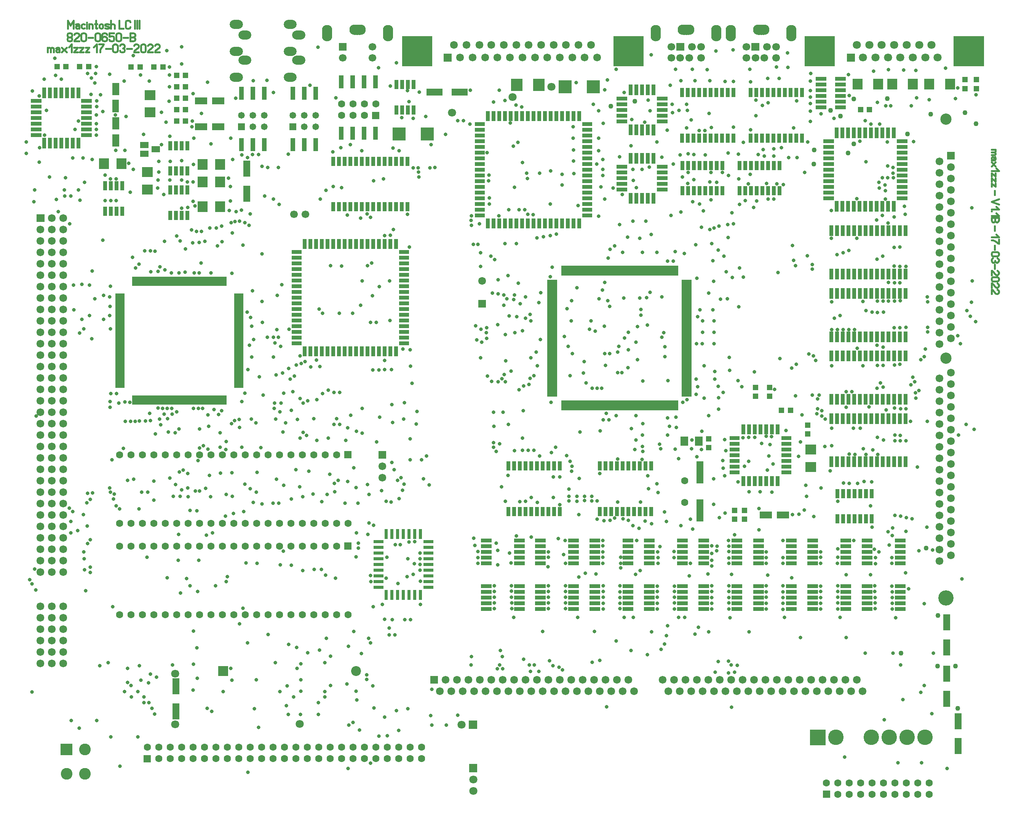
<source format=gbr>
%FSLAX34Y34*%
%MOMM*%
%LNSOLDERMASK_TOP*%
G71*
G01*
%ADD10C,0.800*%
%ADD11R,0.840X2.400*%
%ADD12R,2.400X0.840*%
%ADD13R,0.840X2.300*%
%ADD14R,2.300X0.840*%
%ADD15R,0.650X2.000*%
%ADD16R,2.000X0.650*%
%ADD17R,0.520X2.280*%
%ADD18R,2.280X0.520*%
%ADD19R,2.440X0.900*%
%ADD20C,1.600*%
%ADD21C,2.200*%
%ADD22R,0.900X2.100*%
%ADD23C,1.720*%
%ADD24C,3.400*%
%ADD25C,2.500*%
%ADD26C,1.800*%
%ADD27C,1.720*%
%ADD28C,2.300*%
%ADD29C,1.700*%
%ADD30C,2.000*%
%ADD31R,2.400X0.950*%
%ADD32R,0.800X2.200*%
%ADD33R,2.200X0.800*%
%ADD34R,0.900X2.000*%
%ADD35R,1.500X4.900*%
%ADD36C,1.600*%
%ADD37C,1.600*%
%ADD38R,1.100X2.900*%
%ADD39C,1.480*%
%ADD40C,2.600*%
%ADD41C,3.450*%
%ADD42R,1.600X3.600*%
%ADD43R,2.800X1.500*%
%ADD44R,1.500X2.800*%
%ADD45R,3.600X1.600*%
%ADD46R,1.900X1.400*%
%ADD47R,2.900X2.900*%
%ADD48R,2.600X2.800*%
%ADD49R,2.200X2.400*%
%ADD50R,2.400X2.200*%
%ADD51R,1.300X1.300*%
%ADD52R,1.700X2.000*%
%ADD53C,1.100*%
%ADD54C,1.800*%
%ADD55C,0.422*%
%ADD56C,0.400*%
%LPD*%
X173831Y794544D02*
G54D10*
D03*
X321469Y-547687D02*
G54D10*
D03*
X1961454Y511447D02*
G54D11*
D03*
X1974154Y511447D02*
G54D11*
D03*
X1986854Y511447D02*
G54D11*
D03*
X1999555Y511447D02*
G54D11*
D03*
X2012256Y511447D02*
G54D11*
D03*
X2024956Y511447D02*
G54D11*
D03*
X2043051Y529741D02*
G54D12*
D03*
X2043051Y542441D02*
G54D12*
D03*
X2043051Y555141D02*
G54D12*
D03*
X2043051Y567841D02*
G54D12*
D03*
X2043051Y580541D02*
G54D12*
D03*
X2043051Y593241D02*
G54D12*
D03*
X2043051Y605941D02*
G54D12*
D03*
X2043051Y618641D02*
G54D12*
D03*
X2043051Y631341D02*
G54D12*
D03*
X2043051Y644041D02*
G54D12*
D03*
X2043051Y656741D02*
G54D12*
D03*
X2024956Y674836D02*
G54D11*
D03*
X2012256Y674836D02*
G54D11*
D03*
X1999555Y674836D02*
G54D11*
D03*
X1986854Y674836D02*
G54D11*
D03*
X1974154Y674836D02*
G54D11*
D03*
X1961454Y674836D02*
G54D11*
D03*
X1948754Y674836D02*
G54D11*
D03*
X1936054Y674836D02*
G54D11*
D03*
X1923354Y674836D02*
G54D11*
D03*
X1910654Y674836D02*
G54D11*
D03*
X1897954Y674836D02*
G54D11*
D03*
X1879660Y656741D02*
G54D12*
D03*
X1879660Y644041D02*
G54D12*
D03*
X1879660Y631341D02*
G54D12*
D03*
X1879660Y618641D02*
G54D12*
D03*
X1879660Y605941D02*
G54D12*
D03*
X1879660Y593241D02*
G54D12*
D03*
X1879660Y580541D02*
G54D12*
D03*
X1879660Y567841D02*
G54D12*
D03*
X1879660Y555141D02*
G54D12*
D03*
X1879660Y542441D02*
G54D12*
D03*
X1879660Y529741D02*
G54D12*
D03*
X1897954Y511447D02*
G54D11*
D03*
X1910654Y511447D02*
G54D11*
D03*
X1923354Y511447D02*
G54D11*
D03*
X1936054Y511447D02*
G54D11*
D03*
X1948754Y511447D02*
G54D11*
D03*
X1223651Y473757D02*
G54D13*
D03*
X1236351Y473757D02*
G54D13*
D03*
X1249051Y473757D02*
G54D13*
D03*
X1261751Y473757D02*
G54D13*
D03*
X1274451Y473757D02*
G54D13*
D03*
X1287151Y473757D02*
G54D13*
D03*
X1299851Y473757D02*
G54D13*
D03*
X1312551Y473757D02*
G54D13*
D03*
X1325251Y473757D02*
G54D13*
D03*
X1343048Y491355D02*
G54D14*
D03*
X1343048Y504055D02*
G54D14*
D03*
X1343048Y516755D02*
G54D14*
D03*
X1343048Y529455D02*
G54D14*
D03*
X1343048Y542155D02*
G54D14*
D03*
X1343048Y554855D02*
G54D14*
D03*
X1343048Y567555D02*
G54D14*
D03*
X1343048Y580255D02*
G54D14*
D03*
X1343048Y592955D02*
G54D14*
D03*
X1343048Y605655D02*
G54D14*
D03*
X1343048Y618355D02*
G54D14*
D03*
X1343048Y631055D02*
G54D14*
D03*
X1343048Y643755D02*
G54D14*
D03*
X1343048Y656455D02*
G54D14*
D03*
X1343048Y669155D02*
G54D14*
D03*
X1343048Y681855D02*
G54D14*
D03*
X1343048Y694555D02*
G54D14*
D03*
X1325251Y712352D02*
G54D13*
D03*
X1312551Y712352D02*
G54D13*
D03*
X1299851Y712352D02*
G54D13*
D03*
X1287151Y712352D02*
G54D13*
D03*
X1274451Y712352D02*
G54D13*
D03*
X1261751Y712352D02*
G54D13*
D03*
X1249051Y712352D02*
G54D13*
D03*
X1236351Y712352D02*
G54D13*
D03*
X1223651Y712352D02*
G54D13*
D03*
X1210951Y712352D02*
G54D13*
D03*
X1198251Y712352D02*
G54D13*
D03*
X1185551Y712352D02*
G54D13*
D03*
X1172851Y712352D02*
G54D13*
D03*
X1160151Y712352D02*
G54D13*
D03*
X1147451Y712352D02*
G54D13*
D03*
X1134751Y712352D02*
G54D13*
D03*
X1122051Y712352D02*
G54D13*
D03*
X1104254Y694555D02*
G54D14*
D03*
X1104254Y681855D02*
G54D14*
D03*
X1104254Y669155D02*
G54D14*
D03*
X1104254Y656455D02*
G54D14*
D03*
X1104254Y643755D02*
G54D14*
D03*
X1104254Y631055D02*
G54D14*
D03*
X1104254Y618355D02*
G54D14*
D03*
X1104254Y605655D02*
G54D14*
D03*
X1104254Y592955D02*
G54D14*
D03*
X1104254Y580255D02*
G54D14*
D03*
X1104254Y567555D02*
G54D14*
D03*
X1104254Y554855D02*
G54D14*
D03*
X1104254Y542155D02*
G54D14*
D03*
X1104254Y529455D02*
G54D14*
D03*
X1104254Y516755D02*
G54D14*
D03*
X1104254Y504055D02*
G54D14*
D03*
X1104254Y491355D02*
G54D14*
D03*
X1122051Y473757D02*
G54D13*
D03*
X1134751Y473757D02*
G54D13*
D03*
X1147451Y473757D02*
G54D13*
D03*
X1160151Y473757D02*
G54D13*
D03*
X1172851Y473757D02*
G54D13*
D03*
X1185551Y473757D02*
G54D13*
D03*
X1198251Y473757D02*
G54D13*
D03*
X1210951Y473757D02*
G54D13*
D03*
X334735Y80886D02*
G54D15*
D03*
X341135Y80886D02*
G54D15*
D03*
X347435Y80886D02*
G54D15*
D03*
X353735Y80886D02*
G54D15*
D03*
X360135Y80886D02*
G54D15*
D03*
X366535Y80886D02*
G54D15*
D03*
X372835Y80886D02*
G54D15*
D03*
X379135Y80886D02*
G54D15*
D03*
X385535Y80886D02*
G54D15*
D03*
X391935Y80886D02*
G54D15*
D03*
X398235Y80886D02*
G54D15*
D03*
X404535Y80886D02*
G54D15*
D03*
X410935Y80886D02*
G54D15*
D03*
X417335Y80886D02*
G54D15*
D03*
X423635Y80886D02*
G54D15*
D03*
X429935Y80886D02*
G54D15*
D03*
X436335Y80886D02*
G54D15*
D03*
X442735Y80886D02*
G54D15*
D03*
X449035Y80886D02*
G54D15*
D03*
X455335Y80886D02*
G54D15*
D03*
X461735Y80886D02*
G54D15*
D03*
X468135Y80886D02*
G54D15*
D03*
X474435Y80886D02*
G54D15*
D03*
X480735Y80886D02*
G54D15*
D03*
X487135Y80886D02*
G54D15*
D03*
X493535Y80886D02*
G54D15*
D03*
X499835Y80886D02*
G54D15*
D03*
X506135Y80886D02*
G54D15*
D03*
X512535Y80886D02*
G54D15*
D03*
X518935Y80886D02*
G54D15*
D03*
X525235Y80886D02*
G54D15*
D03*
X531535Y80886D02*
G54D15*
D03*
X537935Y80886D02*
G54D15*
D03*
X568335Y111286D02*
G54D16*
D03*
X568335Y117686D02*
G54D16*
D03*
X568335Y123986D02*
G54D16*
D03*
X568335Y130286D02*
G54D16*
D03*
X568335Y136686D02*
G54D16*
D03*
X568335Y143086D02*
G54D16*
D03*
X568335Y149386D02*
G54D16*
D03*
X568335Y155686D02*
G54D16*
D03*
X568335Y162086D02*
G54D16*
D03*
X568335Y168486D02*
G54D16*
D03*
X568335Y174786D02*
G54D16*
D03*
X568335Y181086D02*
G54D16*
D03*
X568335Y187486D02*
G54D16*
D03*
X568335Y193886D02*
G54D16*
D03*
X568335Y200186D02*
G54D16*
D03*
X568335Y206486D02*
G54D16*
D03*
X568335Y212886D02*
G54D16*
D03*
X568335Y219286D02*
G54D16*
D03*
X568335Y225586D02*
G54D16*
D03*
X568335Y231886D02*
G54D16*
D03*
X568335Y238286D02*
G54D16*
D03*
X568335Y244686D02*
G54D16*
D03*
X568335Y250986D02*
G54D16*
D03*
X568335Y257286D02*
G54D16*
D03*
X568335Y263686D02*
G54D16*
D03*
X568335Y270086D02*
G54D16*
D03*
X568335Y276386D02*
G54D16*
D03*
X568335Y282686D02*
G54D16*
D03*
X568335Y289086D02*
G54D16*
D03*
X568335Y295486D02*
G54D16*
D03*
X568335Y301786D02*
G54D16*
D03*
X568335Y308086D02*
G54D16*
D03*
X568335Y314486D02*
G54D16*
D03*
X537935Y344886D02*
G54D15*
D03*
X531535Y344886D02*
G54D15*
D03*
X525235Y344886D02*
G54D15*
D03*
X518935Y344886D02*
G54D15*
D03*
X512535Y344886D02*
G54D15*
D03*
X506135Y344886D02*
G54D15*
D03*
X499835Y344886D02*
G54D15*
D03*
X493535Y344886D02*
G54D15*
D03*
X487135Y344886D02*
G54D15*
D03*
X480735Y344886D02*
G54D15*
D03*
X474435Y344886D02*
G54D15*
D03*
X468135Y344886D02*
G54D15*
D03*
X461735Y344886D02*
G54D15*
D03*
X455335Y344886D02*
G54D15*
D03*
X449035Y344886D02*
G54D15*
D03*
X442735Y344886D02*
G54D15*
D03*
X436335Y344886D02*
G54D15*
D03*
X429935Y344886D02*
G54D15*
D03*
X423635Y344886D02*
G54D15*
D03*
X417335Y344886D02*
G54D15*
D03*
X410935Y344886D02*
G54D15*
D03*
X404535Y344886D02*
G54D15*
D03*
X398235Y344886D02*
G54D15*
D03*
X391935Y344886D02*
G54D15*
D03*
X385535Y344886D02*
G54D15*
D03*
X379135Y344886D02*
G54D15*
D03*
X372835Y344886D02*
G54D15*
D03*
X366535Y344886D02*
G54D15*
D03*
X360135Y344886D02*
G54D15*
D03*
X353735Y344886D02*
G54D15*
D03*
X347435Y344886D02*
G54D15*
D03*
X341135Y344886D02*
G54D15*
D03*
X334735Y344886D02*
G54D15*
D03*
X304335Y314486D02*
G54D16*
D03*
X304335Y308086D02*
G54D16*
D03*
X304335Y301786D02*
G54D16*
D03*
X304335Y295486D02*
G54D16*
D03*
X304335Y289086D02*
G54D16*
D03*
X304335Y282686D02*
G54D16*
D03*
X304335Y276386D02*
G54D16*
D03*
X304335Y270086D02*
G54D16*
D03*
X304335Y263686D02*
G54D16*
D03*
X304335Y257286D02*
G54D16*
D03*
X304335Y250986D02*
G54D16*
D03*
X304335Y244686D02*
G54D16*
D03*
X304335Y238286D02*
G54D16*
D03*
X304335Y231886D02*
G54D16*
D03*
X304335Y225586D02*
G54D16*
D03*
X304335Y219286D02*
G54D16*
D03*
X304335Y212886D02*
G54D16*
D03*
X304335Y206486D02*
G54D16*
D03*
X304335Y200186D02*
G54D16*
D03*
X304335Y193886D02*
G54D16*
D03*
X304335Y187486D02*
G54D16*
D03*
X304335Y181086D02*
G54D16*
D03*
X304335Y174786D02*
G54D16*
D03*
X304335Y168486D02*
G54D16*
D03*
X304335Y162086D02*
G54D16*
D03*
X304335Y155686D02*
G54D16*
D03*
X304335Y149386D02*
G54D16*
D03*
X304335Y143086D02*
G54D16*
D03*
X304335Y136686D02*
G54D16*
D03*
X304335Y130286D02*
G54D16*
D03*
X304335Y123986D02*
G54D16*
D03*
X304335Y117686D02*
G54D16*
D03*
X304335Y111286D02*
G54D16*
D03*
X1287859Y69140D02*
G54D17*
D03*
X1292859Y69140D02*
G54D17*
D03*
X1297859Y69140D02*
G54D17*
D03*
X1302859Y69140D02*
G54D17*
D03*
X1307859Y69140D02*
G54D17*
D03*
X1312859Y69140D02*
G54D17*
D03*
X1317859Y69140D02*
G54D17*
D03*
X1322859Y69140D02*
G54D17*
D03*
X1327859Y69140D02*
G54D17*
D03*
X1332859Y69140D02*
G54D17*
D03*
X1337859Y69140D02*
G54D17*
D03*
X1342859Y69140D02*
G54D17*
D03*
X1347859Y69140D02*
G54D17*
D03*
X1352859Y69140D02*
G54D17*
D03*
X1357859Y69140D02*
G54D17*
D03*
X1362859Y69140D02*
G54D17*
D03*
X1367859Y69140D02*
G54D17*
D03*
X1372859Y69140D02*
G54D17*
D03*
X1377859Y69140D02*
G54D17*
D03*
X1382859Y69140D02*
G54D17*
D03*
X1387859Y69140D02*
G54D17*
D03*
X1392859Y69140D02*
G54D17*
D03*
X1397859Y69140D02*
G54D17*
D03*
X1402859Y69140D02*
G54D17*
D03*
X1407859Y69140D02*
G54D17*
D03*
X1412859Y69140D02*
G54D17*
D03*
X1417859Y69140D02*
G54D17*
D03*
X1422859Y69140D02*
G54D17*
D03*
X1427859Y69140D02*
G54D17*
D03*
X1432859Y69140D02*
G54D17*
D03*
X1437859Y69140D02*
G54D17*
D03*
X1442859Y69140D02*
G54D17*
D03*
X1447859Y69140D02*
G54D17*
D03*
X1452859Y69140D02*
G54D17*
D03*
X1457859Y69140D02*
G54D17*
D03*
X1462859Y69140D02*
G54D17*
D03*
X1467859Y69140D02*
G54D17*
D03*
X1472859Y69140D02*
G54D17*
D03*
X1477859Y69140D02*
G54D17*
D03*
X1482859Y69140D02*
G54D17*
D03*
X1487859Y69140D02*
G54D17*
D03*
X1492859Y69140D02*
G54D17*
D03*
X1497859Y69140D02*
G54D17*
D03*
X1502859Y69140D02*
G54D17*
D03*
X1507859Y69140D02*
G54D17*
D03*
X1512859Y69140D02*
G54D17*
D03*
X1517859Y69140D02*
G54D17*
D03*
X1522859Y69140D02*
G54D17*
D03*
X1527859Y69140D02*
G54D17*
D03*
X1532859Y69140D02*
G54D17*
D03*
X1537859Y69140D02*
G54D17*
D03*
X1542859Y69140D02*
G54D17*
D03*
X1563947Y91022D02*
G54D18*
D03*
X1563947Y96022D02*
G54D18*
D03*
X1563947Y101022D02*
G54D18*
D03*
X1563947Y106022D02*
G54D18*
D03*
X1563947Y111022D02*
G54D18*
D03*
X1563947Y116022D02*
G54D18*
D03*
X1563947Y121022D02*
G54D18*
D03*
X1563947Y126022D02*
G54D18*
D03*
X1563947Y131022D02*
G54D18*
D03*
X1563947Y136022D02*
G54D18*
D03*
X1563947Y141022D02*
G54D18*
D03*
X1563947Y146022D02*
G54D18*
D03*
X1563947Y151022D02*
G54D18*
D03*
X1563947Y156022D02*
G54D18*
D03*
X1563947Y161022D02*
G54D18*
D03*
X1563947Y166022D02*
G54D18*
D03*
X1563947Y171022D02*
G54D18*
D03*
X1563947Y176022D02*
G54D18*
D03*
X1563947Y181022D02*
G54D18*
D03*
X1563947Y186022D02*
G54D18*
D03*
X1563947Y191022D02*
G54D18*
D03*
X1563947Y196022D02*
G54D18*
D03*
X1563947Y201022D02*
G54D18*
D03*
X1563947Y206022D02*
G54D18*
D03*
X1563947Y211022D02*
G54D18*
D03*
X1563947Y216022D02*
G54D18*
D03*
X1563947Y221022D02*
G54D18*
D03*
X1563947Y226022D02*
G54D18*
D03*
X1563947Y231022D02*
G54D18*
D03*
X1563947Y236022D02*
G54D18*
D03*
X1563947Y241022D02*
G54D18*
D03*
X1563947Y246022D02*
G54D18*
D03*
X1563947Y251022D02*
G54D18*
D03*
X1563947Y256022D02*
G54D18*
D03*
X1563947Y261022D02*
G54D18*
D03*
X1563947Y266022D02*
G54D18*
D03*
X1563947Y271022D02*
G54D18*
D03*
X1563947Y276022D02*
G54D18*
D03*
X1563947Y281022D02*
G54D18*
D03*
X1563947Y286022D02*
G54D18*
D03*
X1563947Y291022D02*
G54D18*
D03*
X1563947Y296022D02*
G54D18*
D03*
X1563947Y301022D02*
G54D18*
D03*
X1563947Y306022D02*
G54D18*
D03*
X1563947Y311022D02*
G54D18*
D03*
X1563947Y316022D02*
G54D18*
D03*
X1563947Y321022D02*
G54D18*
D03*
X1563947Y326022D02*
G54D18*
D03*
X1563947Y331022D02*
G54D18*
D03*
X1563947Y336022D02*
G54D18*
D03*
X1563947Y341022D02*
G54D18*
D03*
X1563947Y346022D02*
G54D18*
D03*
X1542859Y368300D02*
G54D17*
D03*
X1537859Y368300D02*
G54D17*
D03*
X1532859Y368300D02*
G54D17*
D03*
X1527859Y368300D02*
G54D17*
D03*
X1522859Y368300D02*
G54D17*
D03*
X1517859Y368300D02*
G54D17*
D03*
X1512859Y368300D02*
G54D17*
D03*
X1507859Y368300D02*
G54D17*
D03*
X1502859Y368300D02*
G54D17*
D03*
X1497859Y368300D02*
G54D17*
D03*
X1492859Y368300D02*
G54D17*
D03*
X1487859Y368300D02*
G54D17*
D03*
X1482859Y368300D02*
G54D17*
D03*
X1477859Y368300D02*
G54D17*
D03*
X1472859Y368300D02*
G54D17*
D03*
X1467859Y368300D02*
G54D17*
D03*
X1462859Y368300D02*
G54D17*
D03*
X1457859Y368300D02*
G54D17*
D03*
X1452859Y368300D02*
G54D17*
D03*
X1447859Y368300D02*
G54D17*
D03*
X1442859Y368300D02*
G54D17*
D03*
X1437859Y368300D02*
G54D17*
D03*
X1432859Y368300D02*
G54D17*
D03*
X1427859Y368300D02*
G54D17*
D03*
X1422859Y368300D02*
G54D17*
D03*
X1417859Y368300D02*
G54D17*
D03*
X1412859Y368300D02*
G54D17*
D03*
X1407859Y368300D02*
G54D17*
D03*
X1402859Y368300D02*
G54D17*
D03*
X1397859Y368300D02*
G54D17*
D03*
X1392859Y368300D02*
G54D17*
D03*
X1387859Y368300D02*
G54D17*
D03*
X1382859Y368300D02*
G54D17*
D03*
X1377859Y368300D02*
G54D17*
D03*
X1372859Y368300D02*
G54D17*
D03*
X1367859Y368300D02*
G54D17*
D03*
X1362859Y368300D02*
G54D17*
D03*
X1357859Y368300D02*
G54D17*
D03*
X1352859Y368300D02*
G54D17*
D03*
X1347859Y368300D02*
G54D17*
D03*
X1342859Y368300D02*
G54D17*
D03*
X1337859Y368300D02*
G54D17*
D03*
X1332859Y368300D02*
G54D17*
D03*
X1327859Y368300D02*
G54D17*
D03*
X1322859Y368300D02*
G54D17*
D03*
X1317859Y368300D02*
G54D17*
D03*
X1312859Y368300D02*
G54D17*
D03*
X1307859Y368300D02*
G54D17*
D03*
X1302859Y368300D02*
G54D17*
D03*
X1297859Y368300D02*
G54D17*
D03*
X1292859Y368300D02*
G54D17*
D03*
X1287859Y368300D02*
G54D17*
D03*
X1264788Y346022D02*
G54D18*
D03*
X1264788Y341022D02*
G54D18*
D03*
X1264788Y336022D02*
G54D18*
D03*
X1264788Y331022D02*
G54D18*
D03*
X1264788Y326022D02*
G54D18*
D03*
X1264788Y321022D02*
G54D18*
D03*
X1264788Y316022D02*
G54D18*
D03*
X1264788Y311022D02*
G54D18*
D03*
X1264788Y306022D02*
G54D18*
D03*
X1264788Y301022D02*
G54D18*
D03*
X1264788Y296022D02*
G54D18*
D03*
X1264788Y291022D02*
G54D18*
D03*
X1264788Y286022D02*
G54D18*
D03*
X1264788Y281022D02*
G54D18*
D03*
X1264788Y276022D02*
G54D18*
D03*
X1264788Y271022D02*
G54D18*
D03*
X1264788Y266022D02*
G54D18*
D03*
X1264788Y261022D02*
G54D18*
D03*
X1264788Y256022D02*
G54D18*
D03*
X1264788Y251022D02*
G54D18*
D03*
X1264788Y246022D02*
G54D18*
D03*
X1264788Y241022D02*
G54D18*
D03*
X1264788Y236022D02*
G54D18*
D03*
X1264788Y231022D02*
G54D18*
D03*
X1264788Y226022D02*
G54D18*
D03*
X1264788Y221022D02*
G54D18*
D03*
X1264788Y216022D02*
G54D18*
D03*
X1264788Y211022D02*
G54D18*
D03*
X1264788Y206022D02*
G54D18*
D03*
X1264788Y201022D02*
G54D18*
D03*
X1264788Y196022D02*
G54D18*
D03*
X1264788Y191022D02*
G54D18*
D03*
X1264788Y186022D02*
G54D18*
D03*
X1264788Y181022D02*
G54D18*
D03*
X1264788Y176022D02*
G54D18*
D03*
X1264788Y171022D02*
G54D18*
D03*
X1264788Y166022D02*
G54D18*
D03*
X1264788Y161022D02*
G54D18*
D03*
X1264788Y156022D02*
G54D18*
D03*
X1264788Y151022D02*
G54D18*
D03*
X1264788Y146022D02*
G54D18*
D03*
X1264788Y141022D02*
G54D18*
D03*
X1264788Y136022D02*
G54D18*
D03*
X1264788Y131022D02*
G54D18*
D03*
X1264788Y126022D02*
G54D18*
D03*
X1264788Y121022D02*
G54D18*
D03*
X1264788Y116022D02*
G54D18*
D03*
X1264788Y111022D02*
G54D18*
D03*
X1264788Y106022D02*
G54D18*
D03*
X1264788Y101022D02*
G54D18*
D03*
X1264788Y96022D02*
G54D18*
D03*
X1264788Y91022D02*
G54D18*
D03*
X816457Y189198D02*
G54D13*
D03*
X829157Y189198D02*
G54D13*
D03*
X841857Y189198D02*
G54D13*
D03*
X854557Y189198D02*
G54D13*
D03*
X867257Y189198D02*
G54D13*
D03*
X879957Y189198D02*
G54D13*
D03*
X892657Y189198D02*
G54D13*
D03*
X905357Y189198D02*
G54D13*
D03*
X918057Y189198D02*
G54D13*
D03*
X935854Y206796D02*
G54D14*
D03*
X935854Y219495D02*
G54D14*
D03*
X935854Y232195D02*
G54D14*
D03*
X935854Y244895D02*
G54D14*
D03*
X935854Y257595D02*
G54D14*
D03*
X935854Y270295D02*
G54D14*
D03*
X935854Y282995D02*
G54D14*
D03*
X935854Y295695D02*
G54D14*
D03*
X935854Y308395D02*
G54D14*
D03*
X935854Y321095D02*
G54D14*
D03*
X935854Y333795D02*
G54D14*
D03*
X935854Y346495D02*
G54D14*
D03*
X935854Y359195D02*
G54D14*
D03*
X935854Y371895D02*
G54D14*
D03*
X935854Y384595D02*
G54D14*
D03*
X935854Y397295D02*
G54D14*
D03*
X935854Y409995D02*
G54D14*
D03*
X918057Y427792D02*
G54D13*
D03*
X905357Y427792D02*
G54D13*
D03*
X892657Y427792D02*
G54D13*
D03*
X879957Y427792D02*
G54D13*
D03*
X867257Y427792D02*
G54D13*
D03*
X854557Y427792D02*
G54D13*
D03*
X841857Y427792D02*
G54D13*
D03*
X829157Y427792D02*
G54D13*
D03*
X816457Y427792D02*
G54D13*
D03*
X803757Y427792D02*
G54D13*
D03*
X791057Y427792D02*
G54D13*
D03*
X778357Y427792D02*
G54D13*
D03*
X765657Y427792D02*
G54D13*
D03*
X752957Y427792D02*
G54D13*
D03*
X740257Y427792D02*
G54D13*
D03*
X727557Y427792D02*
G54D13*
D03*
X714857Y427792D02*
G54D13*
D03*
X697060Y409995D02*
G54D14*
D03*
X697060Y397295D02*
G54D14*
D03*
X697060Y384595D02*
G54D14*
D03*
X697060Y371895D02*
G54D14*
D03*
X697060Y359195D02*
G54D14*
D03*
X697060Y346495D02*
G54D14*
D03*
X697060Y333795D02*
G54D14*
D03*
X697060Y321095D02*
G54D14*
D03*
X697060Y308395D02*
G54D14*
D03*
X697060Y295695D02*
G54D14*
D03*
X697060Y282995D02*
G54D14*
D03*
X697060Y270295D02*
G54D14*
D03*
X697060Y257595D02*
G54D14*
D03*
X697060Y244895D02*
G54D14*
D03*
X697060Y232195D02*
G54D14*
D03*
X697060Y219495D02*
G54D14*
D03*
X697060Y206796D02*
G54D14*
D03*
X714857Y189198D02*
G54D13*
D03*
X727557Y189198D02*
G54D13*
D03*
X740257Y189198D02*
G54D13*
D03*
X752957Y189198D02*
G54D13*
D03*
X765657Y189198D02*
G54D13*
D03*
X778357Y189198D02*
G54D13*
D03*
X791057Y189198D02*
G54D13*
D03*
X803757Y189198D02*
G54D13*
D03*
X1118371Y-231290D02*
G54D19*
D03*
X1118371Y-243990D02*
G54D19*
D03*
X1118371Y-256690D02*
G54D19*
D03*
X1118371Y-269390D02*
G54D19*
D03*
X1118371Y-282090D02*
G54D19*
D03*
X1118371Y-332890D02*
G54D19*
D03*
X1118371Y-345590D02*
G54D19*
D03*
X1118371Y-358290D02*
G54D19*
D03*
X1118371Y-370990D02*
G54D19*
D03*
X1118371Y-383690D02*
G54D19*
D03*
X1191958Y-383690D02*
G54D19*
D03*
X1191958Y-370990D02*
G54D19*
D03*
X1191958Y-358290D02*
G54D19*
D03*
X1191958Y-345590D02*
G54D19*
D03*
X1191958Y-332890D02*
G54D19*
D03*
X1191958Y-282090D02*
G54D19*
D03*
X1191958Y-269390D02*
G54D19*
D03*
X1191958Y-256690D02*
G54D19*
D03*
X1191958Y-243990D02*
G54D19*
D03*
X1191958Y-231290D02*
G54D19*
D03*
X1238789Y-231290D02*
G54D19*
D03*
X1238789Y-243990D02*
G54D19*
D03*
X1238789Y-256690D02*
G54D19*
D03*
X1238789Y-269390D02*
G54D19*
D03*
X1238789Y-282090D02*
G54D19*
D03*
X1238789Y-332890D02*
G54D19*
D03*
X1238789Y-345590D02*
G54D19*
D03*
X1238789Y-358290D02*
G54D19*
D03*
X1238789Y-370990D02*
G54D19*
D03*
X1238789Y-383690D02*
G54D19*
D03*
X1312376Y-383690D02*
G54D19*
D03*
X1312376Y-370990D02*
G54D19*
D03*
X1312376Y-358290D02*
G54D19*
D03*
X1312376Y-345590D02*
G54D19*
D03*
X1312376Y-332890D02*
G54D19*
D03*
X1312376Y-282090D02*
G54D19*
D03*
X1312376Y-269390D02*
G54D19*
D03*
X1312376Y-256690D02*
G54D19*
D03*
X1312376Y-243990D02*
G54D19*
D03*
X1312376Y-231290D02*
G54D19*
D03*
X1360001Y-231290D02*
G54D19*
D03*
X1360001Y-243990D02*
G54D19*
D03*
X1360001Y-256690D02*
G54D19*
D03*
X1360001Y-269390D02*
G54D19*
D03*
X1360001Y-282090D02*
G54D19*
D03*
X1360001Y-332890D02*
G54D19*
D03*
X1360001Y-345590D02*
G54D19*
D03*
X1360001Y-358290D02*
G54D19*
D03*
X1360001Y-370990D02*
G54D19*
D03*
X1360001Y-383690D02*
G54D19*
D03*
X1433588Y-383690D02*
G54D19*
D03*
X1433588Y-370990D02*
G54D19*
D03*
X1433588Y-358290D02*
G54D19*
D03*
X1433588Y-345590D02*
G54D19*
D03*
X1433588Y-332890D02*
G54D19*
D03*
X1433588Y-282090D02*
G54D19*
D03*
X1433588Y-269390D02*
G54D19*
D03*
X1433588Y-256690D02*
G54D19*
D03*
X1433588Y-243990D02*
G54D19*
D03*
X1433588Y-231290D02*
G54D19*
D03*
X1481213Y-231290D02*
G54D19*
D03*
X1481213Y-243990D02*
G54D19*
D03*
X1481213Y-256690D02*
G54D19*
D03*
X1481213Y-269390D02*
G54D19*
D03*
X1481213Y-282090D02*
G54D19*
D03*
X1481213Y-332890D02*
G54D19*
D03*
X1481213Y-345590D02*
G54D19*
D03*
X1481213Y-358290D02*
G54D19*
D03*
X1481213Y-370990D02*
G54D19*
D03*
X1481213Y-383690D02*
G54D19*
D03*
X1554800Y-383690D02*
G54D19*
D03*
X1554800Y-370990D02*
G54D19*
D03*
X1554800Y-358290D02*
G54D19*
D03*
X1554800Y-345590D02*
G54D19*
D03*
X1554800Y-332890D02*
G54D19*
D03*
X1554800Y-282090D02*
G54D19*
D03*
X1554800Y-269390D02*
G54D19*
D03*
X1554800Y-256690D02*
G54D19*
D03*
X1554800Y-243990D02*
G54D19*
D03*
X1554800Y-231290D02*
G54D19*
D03*
X1602425Y-231290D02*
G54D19*
D03*
X1602425Y-243990D02*
G54D19*
D03*
X1602425Y-256690D02*
G54D19*
D03*
X1602425Y-269390D02*
G54D19*
D03*
X1602425Y-282090D02*
G54D19*
D03*
X1602425Y-332890D02*
G54D19*
D03*
X1602425Y-345590D02*
G54D19*
D03*
X1602425Y-358290D02*
G54D19*
D03*
X1602425Y-370990D02*
G54D19*
D03*
X1602425Y-383690D02*
G54D19*
D03*
X1676012Y-383690D02*
G54D19*
D03*
X1676012Y-370990D02*
G54D19*
D03*
X1676012Y-358290D02*
G54D19*
D03*
X1676012Y-345590D02*
G54D19*
D03*
X1676012Y-332890D02*
G54D19*
D03*
X1676012Y-282090D02*
G54D19*
D03*
X1676012Y-269390D02*
G54D19*
D03*
X1676012Y-256690D02*
G54D19*
D03*
X1676012Y-243990D02*
G54D19*
D03*
X1676012Y-231290D02*
G54D19*
D03*
X1723637Y-231290D02*
G54D19*
D03*
X1723637Y-243990D02*
G54D19*
D03*
X1723637Y-256690D02*
G54D19*
D03*
X1723637Y-269390D02*
G54D19*
D03*
X1723637Y-282090D02*
G54D19*
D03*
X1723637Y-332890D02*
G54D19*
D03*
X1723637Y-345590D02*
G54D19*
D03*
X1723637Y-358290D02*
G54D19*
D03*
X1723637Y-370990D02*
G54D19*
D03*
X1723637Y-383690D02*
G54D19*
D03*
X1797224Y-383690D02*
G54D19*
D03*
X1797224Y-370990D02*
G54D19*
D03*
X1797224Y-358290D02*
G54D19*
D03*
X1797224Y-345590D02*
G54D19*
D03*
X1797224Y-332890D02*
G54D19*
D03*
X1797224Y-282090D02*
G54D19*
D03*
X1797224Y-269390D02*
G54D19*
D03*
X1797224Y-256690D02*
G54D19*
D03*
X1797224Y-243990D02*
G54D19*
D03*
X1797224Y-231290D02*
G54D19*
D03*
X1844056Y-231290D02*
G54D19*
D03*
X1844056Y-243990D02*
G54D19*
D03*
X1844056Y-256690D02*
G54D19*
D03*
X1844056Y-269390D02*
G54D19*
D03*
X1844056Y-282090D02*
G54D19*
D03*
X1844055Y-332890D02*
G54D19*
D03*
X1844055Y-345590D02*
G54D19*
D03*
X1844055Y-358290D02*
G54D19*
D03*
X1844055Y-370990D02*
G54D19*
D03*
X1844055Y-383690D02*
G54D19*
D03*
X1917642Y-383690D02*
G54D19*
D03*
X1917642Y-370990D02*
G54D19*
D03*
X1917642Y-358290D02*
G54D19*
D03*
X1917642Y-345590D02*
G54D19*
D03*
X1917642Y-332890D02*
G54D19*
D03*
X1917642Y-282090D02*
G54D19*
D03*
X1917642Y-269390D02*
G54D19*
D03*
X1917642Y-256690D02*
G54D19*
D03*
X1917642Y-243990D02*
G54D19*
D03*
X1917642Y-231290D02*
G54D19*
D03*
X1965268Y-231290D02*
G54D19*
D03*
X1965268Y-243990D02*
G54D19*
D03*
X1965268Y-256690D02*
G54D19*
D03*
X1965268Y-269390D02*
G54D19*
D03*
X1965268Y-282090D02*
G54D19*
D03*
X1965267Y-332890D02*
G54D19*
D03*
X1965267Y-345590D02*
G54D19*
D03*
X1965267Y-358290D02*
G54D19*
D03*
X1965267Y-370990D02*
G54D19*
D03*
X1965267Y-383690D02*
G54D19*
D03*
X2038854Y-383690D02*
G54D19*
D03*
X2038854Y-370990D02*
G54D19*
D03*
X2038854Y-358290D02*
G54D19*
D03*
X2038854Y-345590D02*
G54D19*
D03*
X2038854Y-332890D02*
G54D19*
D03*
X2038854Y-282090D02*
G54D19*
D03*
X2038854Y-269390D02*
G54D19*
D03*
X2038854Y-256690D02*
G54D19*
D03*
X2038854Y-243990D02*
G54D19*
D03*
X2038854Y-231290D02*
G54D19*
D03*
X2051143Y457311D02*
G54D11*
D03*
X2038443Y457310D02*
G54D11*
D03*
X2025743Y457311D02*
G54D11*
D03*
X2013043Y457311D02*
G54D11*
D03*
X2000343Y457311D02*
G54D11*
D03*
X1987643Y457311D02*
G54D11*
D03*
X1974943Y457311D02*
G54D11*
D03*
X1962243Y457311D02*
G54D11*
D03*
X1949543Y457311D02*
G54D11*
D03*
X1936843Y457311D02*
G54D11*
D03*
X1924143Y457311D02*
G54D11*
D03*
X1911443Y457311D02*
G54D11*
D03*
X1898743Y457310D02*
G54D11*
D03*
X1886043Y457310D02*
G54D11*
D03*
X1886043Y361310D02*
G54D11*
D03*
X1898743Y361311D02*
G54D11*
D03*
X1911443Y361311D02*
G54D11*
D03*
X1924143Y361311D02*
G54D11*
D03*
X1936843Y361311D02*
G54D11*
D03*
X1949543Y361311D02*
G54D11*
D03*
X1962243Y361311D02*
G54D11*
D03*
X1974943Y361311D02*
G54D11*
D03*
X1987643Y361311D02*
G54D11*
D03*
X2000343Y361310D02*
G54D11*
D03*
X2013043Y361310D02*
G54D11*
D03*
X2025743Y361311D02*
G54D11*
D03*
X2038443Y361311D02*
G54D11*
D03*
X2051143Y361311D02*
G54D11*
D03*
X2051143Y317654D02*
G54D11*
D03*
X2038443Y317654D02*
G54D11*
D03*
X2025743Y317654D02*
G54D11*
D03*
X2013043Y317654D02*
G54D11*
D03*
X2000343Y317654D02*
G54D11*
D03*
X1987643Y317654D02*
G54D11*
D03*
X1974943Y317654D02*
G54D11*
D03*
X1962243Y317654D02*
G54D11*
D03*
X1949543Y317654D02*
G54D11*
D03*
X1936843Y317654D02*
G54D11*
D03*
X1924143Y317654D02*
G54D11*
D03*
X1911443Y317654D02*
G54D11*
D03*
X1898743Y317654D02*
G54D11*
D03*
X1886043Y317654D02*
G54D11*
D03*
X1886043Y221654D02*
G54D11*
D03*
X1898743Y221654D02*
G54D11*
D03*
X1911443Y221654D02*
G54D11*
D03*
X1924143Y221654D02*
G54D11*
D03*
X1936843Y221654D02*
G54D11*
D03*
X1949543Y221654D02*
G54D11*
D03*
X1962243Y221654D02*
G54D11*
D03*
X1974943Y221654D02*
G54D11*
D03*
X1987643Y221654D02*
G54D11*
D03*
X2000343Y221654D02*
G54D11*
D03*
X2013043Y221654D02*
G54D11*
D03*
X2025743Y221654D02*
G54D11*
D03*
X2038443Y221654D02*
G54D11*
D03*
X2051143Y221654D02*
G54D11*
D03*
X2051143Y178792D02*
G54D11*
D03*
X2038443Y178792D02*
G54D11*
D03*
X2025743Y178792D02*
G54D11*
D03*
X2013043Y178792D02*
G54D11*
D03*
X2000343Y178792D02*
G54D11*
D03*
X1987643Y178792D02*
G54D11*
D03*
X1974943Y178792D02*
G54D11*
D03*
X1962243Y178792D02*
G54D11*
D03*
X1949543Y178792D02*
G54D11*
D03*
X1936843Y178792D02*
G54D11*
D03*
X1924143Y178792D02*
G54D11*
D03*
X1911443Y178792D02*
G54D11*
D03*
X1898743Y178792D02*
G54D11*
D03*
X1886043Y178792D02*
G54D11*
D03*
X1886043Y82792D02*
G54D11*
D03*
X1898743Y82792D02*
G54D11*
D03*
X1911443Y82792D02*
G54D11*
D03*
X1924143Y82792D02*
G54D11*
D03*
X1936843Y82792D02*
G54D11*
D03*
X1949543Y82792D02*
G54D11*
D03*
X1962243Y82792D02*
G54D11*
D03*
X1974943Y82792D02*
G54D11*
D03*
X1987643Y82792D02*
G54D11*
D03*
X2000343Y82792D02*
G54D11*
D03*
X2013043Y82792D02*
G54D11*
D03*
X2025743Y82792D02*
G54D11*
D03*
X2038443Y82792D02*
G54D11*
D03*
X2051143Y82792D02*
G54D11*
D03*
X2051143Y39532D02*
G54D11*
D03*
X2038443Y39532D02*
G54D11*
D03*
X2025743Y39532D02*
G54D11*
D03*
X2013043Y39532D02*
G54D11*
D03*
X2000343Y39532D02*
G54D11*
D03*
X1987643Y39532D02*
G54D11*
D03*
X1974943Y39532D02*
G54D11*
D03*
X1962243Y39532D02*
G54D11*
D03*
X1949543Y39532D02*
G54D11*
D03*
X1936843Y39532D02*
G54D11*
D03*
X1924143Y39532D02*
G54D11*
D03*
X1911443Y39532D02*
G54D11*
D03*
X1898743Y39532D02*
G54D11*
D03*
X1886043Y39532D02*
G54D11*
D03*
X1886043Y-56468D02*
G54D11*
D03*
X1898743Y-56468D02*
G54D11*
D03*
X1911443Y-56468D02*
G54D11*
D03*
X1924143Y-56468D02*
G54D11*
D03*
X1936843Y-56468D02*
G54D11*
D03*
X1949543Y-56468D02*
G54D11*
D03*
X1962243Y-56468D02*
G54D11*
D03*
X1974943Y-56468D02*
G54D11*
D03*
X1987643Y-56468D02*
G54D11*
D03*
X2000343Y-56468D02*
G54D11*
D03*
X2013043Y-56468D02*
G54D11*
D03*
X2025743Y-56468D02*
G54D11*
D03*
X2038443Y-56468D02*
G54D11*
D03*
X2051143Y-56468D02*
G54D11*
D03*
G36*
X819212Y-48878D02*
X803212Y-48878D01*
X803212Y-32878D01*
X819212Y-32878D01*
X819212Y-48878D01*
G37*
X785812Y-40878D02*
G54D20*
D03*
X760412Y-40878D02*
G54D20*
D03*
X735012Y-40878D02*
G54D20*
D03*
X709612Y-40878D02*
G54D20*
D03*
X684212Y-40878D02*
G54D20*
D03*
X658812Y-40878D02*
G54D20*
D03*
X633412Y-40878D02*
G54D20*
D03*
X608012Y-40878D02*
G54D20*
D03*
X582612Y-40878D02*
G54D20*
D03*
X557212Y-40878D02*
G54D20*
D03*
X531813Y-40878D02*
G54D20*
D03*
X506412Y-40878D02*
G54D20*
D03*
X481012Y-40878D02*
G54D20*
D03*
X455612Y-40878D02*
G54D20*
D03*
X430212Y-40878D02*
G54D20*
D03*
X404812Y-40878D02*
G54D20*
D03*
X379412Y-40878D02*
G54D20*
D03*
X354012Y-40878D02*
G54D20*
D03*
X328612Y-40878D02*
G54D20*
D03*
X328612Y-193278D02*
G54D20*
D03*
X354012Y-193278D02*
G54D20*
D03*
X379412Y-193278D02*
G54D20*
D03*
X404812Y-193278D02*
G54D20*
D03*
X430212Y-193278D02*
G54D20*
D03*
X455612Y-193278D02*
G54D20*
D03*
X481012Y-193278D02*
G54D20*
D03*
X506412Y-193278D02*
G54D20*
D03*
X531813Y-193278D02*
G54D20*
D03*
X557212Y-193278D02*
G54D20*
D03*
X582612Y-193278D02*
G54D20*
D03*
X608012Y-193278D02*
G54D20*
D03*
X633412Y-193278D02*
G54D20*
D03*
X658812Y-193278D02*
G54D20*
D03*
X684212Y-193278D02*
G54D20*
D03*
X709612Y-193278D02*
G54D20*
D03*
X735012Y-193278D02*
G54D20*
D03*
X760412Y-193278D02*
G54D20*
D03*
X785812Y-193278D02*
G54D20*
D03*
X811212Y-193278D02*
G54D20*
D03*
X303212Y-40878D02*
G54D20*
D03*
X303213Y-193278D02*
G54D20*
D03*
G36*
X819212Y-252078D02*
X803212Y-252078D01*
X803212Y-236078D01*
X819212Y-236078D01*
X819212Y-252078D01*
G37*
X785812Y-244078D02*
G54D20*
D03*
X760412Y-244078D02*
G54D20*
D03*
X735012Y-244078D02*
G54D20*
D03*
X709612Y-244078D02*
G54D20*
D03*
X684212Y-244078D02*
G54D20*
D03*
X658812Y-244078D02*
G54D20*
D03*
X633412Y-244078D02*
G54D20*
D03*
X608012Y-244078D02*
G54D20*
D03*
X582612Y-244078D02*
G54D20*
D03*
X557212Y-244078D02*
G54D20*
D03*
X531813Y-244078D02*
G54D20*
D03*
X506412Y-244078D02*
G54D20*
D03*
X481012Y-244078D02*
G54D20*
D03*
X455612Y-244078D02*
G54D20*
D03*
X430212Y-244078D02*
G54D20*
D03*
X404812Y-244078D02*
G54D20*
D03*
X379412Y-244078D02*
G54D20*
D03*
X354012Y-244078D02*
G54D20*
D03*
X328612Y-244078D02*
G54D20*
D03*
X328612Y-396478D02*
G54D20*
D03*
X354012Y-396478D02*
G54D20*
D03*
X379412Y-396478D02*
G54D20*
D03*
X404812Y-396478D02*
G54D20*
D03*
X430212Y-396478D02*
G54D20*
D03*
X455612Y-396478D02*
G54D20*
D03*
X481012Y-396478D02*
G54D20*
D03*
X506412Y-396478D02*
G54D20*
D03*
X531813Y-396478D02*
G54D20*
D03*
X557212Y-396478D02*
G54D20*
D03*
X582612Y-396478D02*
G54D20*
D03*
X608012Y-396478D02*
G54D20*
D03*
X633412Y-396478D02*
G54D20*
D03*
X658812Y-396478D02*
G54D20*
D03*
X684212Y-396478D02*
G54D20*
D03*
X709612Y-396478D02*
G54D20*
D03*
X735012Y-396478D02*
G54D20*
D03*
X760412Y-396478D02*
G54D20*
D03*
X785812Y-396478D02*
G54D20*
D03*
X811212Y-396478D02*
G54D20*
D03*
X303212Y-244078D02*
G54D20*
D03*
X303213Y-396478D02*
G54D20*
D03*
X828675Y-522288D02*
G54D21*
D03*
G36*
X522400Y-511288D02*
X544400Y-511288D01*
X544400Y-533288D01*
X522400Y-533288D01*
X522400Y-511288D01*
G37*
X1554108Y663054D02*
G54D22*
D03*
X1566808Y663054D02*
G54D22*
D03*
X1579508Y663054D02*
G54D22*
D03*
X1592208Y663054D02*
G54D22*
D03*
X1604908Y663054D02*
G54D22*
D03*
X1617608Y663054D02*
G54D22*
D03*
X1630308Y663054D02*
G54D22*
D03*
X1643008Y663054D02*
G54D22*
D03*
X1655708Y663054D02*
G54D22*
D03*
X1668408Y663054D02*
G54D22*
D03*
X1668408Y764579D02*
G54D22*
D03*
X1655708Y764579D02*
G54D22*
D03*
X1643008Y764579D02*
G54D22*
D03*
X1630308Y764579D02*
G54D22*
D03*
X1617608Y764579D02*
G54D22*
D03*
X1604908Y764579D02*
G54D22*
D03*
X1592208Y764579D02*
G54D22*
D03*
X1579508Y764579D02*
G54D22*
D03*
X1566808Y764579D02*
G54D22*
D03*
X1554108Y764579D02*
G54D22*
D03*
X1706508Y663054D02*
G54D22*
D03*
X1719208Y663054D02*
G54D22*
D03*
X1731908Y663054D02*
G54D22*
D03*
X1744608Y663054D02*
G54D22*
D03*
X1757308Y663054D02*
G54D22*
D03*
X1770008Y663054D02*
G54D22*
D03*
X1782708Y663054D02*
G54D22*
D03*
X1795408Y663054D02*
G54D22*
D03*
X1808108Y663054D02*
G54D22*
D03*
X1820808Y663054D02*
G54D22*
D03*
X1820808Y764579D02*
G54D22*
D03*
X1808108Y764579D02*
G54D22*
D03*
X1795408Y764579D02*
G54D22*
D03*
X1782708Y764579D02*
G54D22*
D03*
X1770008Y764579D02*
G54D22*
D03*
X1757308Y764579D02*
G54D22*
D03*
X1744608Y764579D02*
G54D22*
D03*
X1731908Y764579D02*
G54D22*
D03*
X1719208Y764579D02*
G54D22*
D03*
X1706508Y764579D02*
G54D22*
D03*
X2151772Y446787D02*
G54D23*
D03*
X2151772Y421387D02*
G54D23*
D03*
X2151772Y395987D02*
G54D23*
D03*
X2151772Y370587D02*
G54D23*
D03*
X2151772Y345187D02*
G54D23*
D03*
X2151772Y319787D02*
G54D23*
D03*
X2151772Y294387D02*
G54D23*
D03*
X2151772Y268987D02*
G54D23*
D03*
X2151772Y243587D02*
G54D23*
D03*
X2151772Y218187D02*
G54D23*
D03*
X2151772Y141987D02*
G54D23*
D03*
X2151772Y116587D02*
G54D23*
D03*
X2151772Y91187D02*
G54D23*
D03*
X2151772Y65787D02*
G54D23*
D03*
X2151772Y40387D02*
G54D23*
D03*
X2151772Y14988D02*
G54D23*
D03*
X2151772Y-10412D02*
G54D23*
D03*
X2151772Y-35813D02*
G54D23*
D03*
X2151772Y-61213D02*
G54D23*
D03*
X2151772Y-86613D02*
G54D23*
D03*
X2151772Y-112013D02*
G54D23*
D03*
X2151772Y-137413D02*
G54D23*
D03*
X2151772Y-162813D02*
G54D23*
D03*
X2151772Y-188213D02*
G54D23*
D03*
X2151772Y-213613D02*
G54D23*
D03*
X2151772Y-239013D02*
G54D23*
D03*
X2151772Y-264413D02*
G54D23*
D03*
X2126372Y434087D02*
G54D23*
D03*
X2126372Y408687D02*
G54D23*
D03*
X2126372Y383287D02*
G54D23*
D03*
X2126372Y357887D02*
G54D23*
D03*
X2126372Y332487D02*
G54D23*
D03*
X2126372Y307087D02*
G54D23*
D03*
X2126372Y281687D02*
G54D23*
D03*
X2126372Y256287D02*
G54D23*
D03*
X2126372Y230887D02*
G54D23*
D03*
X2126372Y205487D02*
G54D23*
D03*
X2126372Y129287D02*
G54D23*
D03*
X2126372Y103887D02*
G54D23*
D03*
X2126372Y78487D02*
G54D23*
D03*
X2126372Y53087D02*
G54D23*
D03*
X2126372Y27688D02*
G54D23*
D03*
X2126372Y2288D02*
G54D23*
D03*
X2126372Y-23113D02*
G54D23*
D03*
X2126372Y-48513D02*
G54D23*
D03*
X2126372Y-73913D02*
G54D23*
D03*
X2126372Y-99313D02*
G54D23*
D03*
X2126372Y-124713D02*
G54D23*
D03*
X2126372Y-150113D02*
G54D23*
D03*
X2126372Y-175513D02*
G54D23*
D03*
X2126372Y-200913D02*
G54D23*
D03*
X2126372Y-226313D02*
G54D23*
D03*
X2126372Y-251713D02*
G54D23*
D03*
X2126372Y-277113D02*
G54D23*
D03*
G36*
X2160372Y633187D02*
X2160372Y615987D01*
X2143172Y615987D01*
X2143172Y633187D01*
X2160372Y633187D01*
G37*
X2151772Y599187D02*
G54D23*
D03*
X2151772Y573787D02*
G54D23*
D03*
X2151772Y548387D02*
G54D23*
D03*
X2151772Y522987D02*
G54D23*
D03*
X2151772Y497587D02*
G54D23*
D03*
X2151772Y472187D02*
G54D23*
D03*
X2126372Y611887D02*
G54D23*
D03*
X2126372Y586487D02*
G54D23*
D03*
X2126372Y561087D02*
G54D23*
D03*
X2126372Y535687D02*
G54D23*
D03*
X2126372Y510287D02*
G54D23*
D03*
X2126372Y484887D02*
G54D23*
D03*
X2126372Y459487D02*
G54D23*
D03*
X2140140Y-359203D02*
G54D24*
D03*
X2140140Y174197D02*
G54D25*
D03*
X2140140Y706009D02*
G54D25*
D03*
G36*
X1938508Y833430D02*
X1920508Y833430D01*
X1920508Y851430D01*
X1938508Y851430D01*
X1938508Y833430D01*
G37*
X1956208Y842430D02*
G54D26*
D03*
X1983908Y842430D02*
G54D26*
D03*
X2011608Y842430D02*
G54D26*
D03*
X2039208Y842430D02*
G54D26*
D03*
X2066908Y842430D02*
G54D26*
D03*
X2094608Y842430D02*
G54D26*
D03*
X2122308Y842430D02*
G54D26*
D03*
X1942508Y870830D02*
G54D26*
D03*
X1970208Y870830D02*
G54D26*
D03*
X1997808Y870830D02*
G54D26*
D03*
X2025508Y870830D02*
G54D26*
D03*
X2053208Y870830D02*
G54D26*
D03*
X2080908Y870830D02*
G54D26*
D03*
X2108608Y870830D02*
G54D26*
D03*
G36*
X2157816Y890369D02*
X2224816Y890369D01*
X2224816Y823369D01*
X2157816Y823369D01*
X2157816Y890369D01*
G37*
G36*
X1826028Y890369D02*
X1893028Y890369D01*
X1893028Y823369D01*
X1826028Y823369D01*
X1826028Y890369D01*
G37*
G36*
X1401372Y890369D02*
X1468372Y890369D01*
X1468372Y823369D01*
X1401372Y823369D01*
X1401372Y890369D01*
G37*
G36*
X931472Y890369D02*
X998472Y890369D01*
X998472Y823369D01*
X931472Y823369D01*
X931472Y890369D01*
G37*
G36*
X1041389Y833830D02*
X1024189Y833830D01*
X1024189Y851030D01*
X1041389Y851030D01*
X1041389Y833830D01*
G37*
X1060489Y842430D02*
G54D27*
D03*
X1088089Y842430D02*
G54D27*
D03*
X1115789Y842430D02*
G54D27*
D03*
X1143489Y842430D02*
G54D27*
D03*
X1171189Y842430D02*
G54D27*
D03*
X1198889Y842430D02*
G54D27*
D03*
X1226589Y842430D02*
G54D27*
D03*
X1254289Y842430D02*
G54D27*
D03*
X1281889Y842430D02*
G54D27*
D03*
X1309589Y842430D02*
G54D27*
D03*
X1337289Y842430D02*
G54D27*
D03*
X1364989Y842430D02*
G54D27*
D03*
X1046689Y870830D02*
G54D27*
D03*
X1074389Y870830D02*
G54D27*
D03*
X1103089Y870830D02*
G54D27*
D03*
X1129789Y870830D02*
G54D27*
D03*
X1157489Y870830D02*
G54D27*
D03*
X1185189Y870830D02*
G54D27*
D03*
X1212889Y870830D02*
G54D27*
D03*
X1240489Y870830D02*
G54D27*
D03*
X1268189Y870830D02*
G54D27*
D03*
X1295889Y870830D02*
G54D27*
D03*
X1323589Y870830D02*
G54D27*
D03*
X1351289Y870830D02*
G54D27*
D03*
X1797202Y904004D02*
G54D28*
D03*
X1797202Y903004D02*
G54D28*
D03*
X1797202Y902004D02*
G54D28*
D03*
X1797202Y901004D02*
G54D28*
D03*
X1797202Y900004D02*
G54D28*
D03*
X1797202Y899004D02*
G54D28*
D03*
X1797202Y898004D02*
G54D28*
D03*
X1797202Y897004D02*
G54D28*
D03*
X1797202Y896004D02*
G54D28*
D03*
X1797202Y895004D02*
G54D28*
D03*
X1797202Y894004D02*
G54D28*
D03*
X1797202Y893004D02*
G54D28*
D03*
X1797202Y892004D02*
G54D28*
D03*
X1797202Y891004D02*
G54D28*
D03*
X1797202Y890004D02*
G54D28*
D03*
X1662265Y904004D02*
G54D28*
D03*
X1662265Y903004D02*
G54D28*
D03*
X1662265Y902004D02*
G54D28*
D03*
X1662265Y901004D02*
G54D28*
D03*
X1662265Y900004D02*
G54D28*
D03*
X1662265Y899004D02*
G54D28*
D03*
X1662265Y898004D02*
G54D28*
D03*
X1662265Y897004D02*
G54D28*
D03*
X1662265Y896004D02*
G54D28*
D03*
X1662265Y895004D02*
G54D28*
D03*
X1662265Y894004D02*
G54D28*
D03*
X1662265Y893004D02*
G54D28*
D03*
X1662265Y892004D02*
G54D28*
D03*
X1662265Y891004D02*
G54D28*
D03*
X1662265Y890004D02*
G54D28*
D03*
X1736733Y904941D02*
G54D28*
D03*
X1735734Y904941D02*
G54D28*
D03*
X1734734Y904941D02*
G54D28*
D03*
X1733734Y904941D02*
G54D28*
D03*
X1732734Y904941D02*
G54D28*
D03*
X1731734Y904941D02*
G54D28*
D03*
X1730733Y904941D02*
G54D28*
D03*
X1729733Y904941D02*
G54D28*
D03*
X1728734Y904941D02*
G54D28*
D03*
X1727734Y904941D02*
G54D28*
D03*
X1726734Y904941D02*
G54D28*
D03*
X1725734Y904941D02*
G54D28*
D03*
X1724734Y904941D02*
G54D28*
D03*
X1723733Y904941D02*
G54D28*
D03*
X1722733Y904941D02*
G54D28*
D03*
X1696808Y841647D02*
G54D29*
D03*
X1716808Y841647D02*
G54D29*
D03*
X1736808Y841647D02*
G54D29*
D03*
X1696808Y866647D02*
G54D29*
D03*
G36*
X1708308Y875147D02*
X1725308Y875147D01*
X1725308Y858147D01*
X1708308Y858147D01*
X1708308Y875147D01*
G37*
X1742808Y866647D02*
G54D29*
D03*
X1762808Y866647D02*
G54D29*
D03*
X1762808Y841647D02*
G54D29*
D03*
X1630396Y904004D02*
G54D28*
D03*
X1630396Y903004D02*
G54D28*
D03*
X1630396Y902004D02*
G54D28*
D03*
X1630396Y901004D02*
G54D28*
D03*
X1630396Y900004D02*
G54D28*
D03*
X1630396Y899004D02*
G54D28*
D03*
X1630396Y898004D02*
G54D28*
D03*
X1630396Y897004D02*
G54D28*
D03*
X1630396Y896004D02*
G54D28*
D03*
X1630396Y895004D02*
G54D28*
D03*
X1630396Y894004D02*
G54D28*
D03*
X1630396Y893004D02*
G54D28*
D03*
X1630396Y892004D02*
G54D28*
D03*
X1630396Y891004D02*
G54D28*
D03*
X1630396Y890004D02*
G54D28*
D03*
X1495459Y904004D02*
G54D28*
D03*
X1495459Y903004D02*
G54D28*
D03*
X1495459Y902004D02*
G54D28*
D03*
X1495459Y901004D02*
G54D28*
D03*
X1495459Y900004D02*
G54D28*
D03*
X1495459Y899004D02*
G54D28*
D03*
X1495459Y898004D02*
G54D28*
D03*
X1495459Y897004D02*
G54D28*
D03*
X1495459Y896004D02*
G54D28*
D03*
X1495459Y895004D02*
G54D28*
D03*
X1495459Y894004D02*
G54D28*
D03*
X1495459Y893004D02*
G54D28*
D03*
X1495459Y892004D02*
G54D28*
D03*
X1495459Y891004D02*
G54D28*
D03*
X1495459Y890004D02*
G54D28*
D03*
X1569927Y904941D02*
G54D28*
D03*
X1568928Y904941D02*
G54D28*
D03*
X1567928Y904941D02*
G54D28*
D03*
X1566928Y904941D02*
G54D28*
D03*
X1565928Y904941D02*
G54D28*
D03*
X1564928Y904941D02*
G54D28*
D03*
X1563927Y904941D02*
G54D28*
D03*
X1562927Y904941D02*
G54D28*
D03*
X1561928Y904941D02*
G54D28*
D03*
X1560928Y904941D02*
G54D28*
D03*
X1559928Y904941D02*
G54D28*
D03*
X1558928Y904941D02*
G54D28*
D03*
X1557928Y904941D02*
G54D28*
D03*
X1556927Y904941D02*
G54D28*
D03*
X1555927Y904941D02*
G54D28*
D03*
X1530002Y841647D02*
G54D29*
D03*
X1550002Y841647D02*
G54D29*
D03*
X1570002Y841647D02*
G54D29*
D03*
X1530002Y866647D02*
G54D29*
D03*
G36*
X1541502Y875147D02*
X1558502Y875147D01*
X1558502Y858147D01*
X1541502Y858147D01*
X1541502Y875147D01*
G37*
X1576002Y866647D02*
G54D29*
D03*
X1596002Y866647D02*
G54D29*
D03*
X1596002Y841647D02*
G54D29*
D03*
X900027Y904004D02*
G54D28*
D03*
X900027Y903004D02*
G54D28*
D03*
X900027Y902004D02*
G54D28*
D03*
X900027Y901004D02*
G54D28*
D03*
X900027Y900004D02*
G54D28*
D03*
X900027Y899004D02*
G54D28*
D03*
X900027Y898004D02*
G54D28*
D03*
X900027Y897004D02*
G54D28*
D03*
X900027Y896004D02*
G54D28*
D03*
X900027Y895004D02*
G54D28*
D03*
X900027Y894004D02*
G54D28*
D03*
X900027Y893004D02*
G54D28*
D03*
X900027Y892004D02*
G54D28*
D03*
X900027Y891004D02*
G54D28*
D03*
X900027Y890004D02*
G54D28*
D03*
X765089Y904004D02*
G54D28*
D03*
X765089Y903004D02*
G54D28*
D03*
X765089Y902004D02*
G54D28*
D03*
X765089Y901004D02*
G54D28*
D03*
X765089Y900004D02*
G54D28*
D03*
X765089Y899004D02*
G54D28*
D03*
X765089Y898004D02*
G54D28*
D03*
X765089Y897004D02*
G54D28*
D03*
X765089Y896004D02*
G54D28*
D03*
X765089Y895004D02*
G54D28*
D03*
X765089Y894004D02*
G54D28*
D03*
X765089Y893004D02*
G54D28*
D03*
X765089Y892004D02*
G54D28*
D03*
X765089Y891004D02*
G54D28*
D03*
X765089Y890004D02*
G54D28*
D03*
X839558Y904942D02*
G54D28*
D03*
X838558Y904942D02*
G54D28*
D03*
X837558Y904942D02*
G54D28*
D03*
X836558Y904942D02*
G54D28*
D03*
X835558Y904942D02*
G54D28*
D03*
X834558Y904942D02*
G54D28*
D03*
X833558Y904942D02*
G54D28*
D03*
X832558Y904942D02*
G54D28*
D03*
X831558Y904942D02*
G54D28*
D03*
X830558Y904942D02*
G54D28*
D03*
X829558Y904942D02*
G54D28*
D03*
X828558Y904942D02*
G54D28*
D03*
X827558Y904942D02*
G54D28*
D03*
X826558Y904942D02*
G54D28*
D03*
X825558Y904942D02*
G54D28*
D03*
X799633Y841647D02*
G54D29*
D03*
G36*
X791133Y875147D02*
X808133Y875147D01*
X808133Y858147D01*
X791133Y858147D01*
X791133Y875147D01*
G37*
X865633Y866647D02*
G54D29*
D03*
X865633Y841647D02*
G54D29*
D03*
X678095Y799156D02*
G54D30*
D03*
X679095Y799156D02*
G54D30*
D03*
X680095Y799156D02*
G54D30*
D03*
X681095Y799156D02*
G54D30*
D03*
X682095Y799156D02*
G54D30*
D03*
X683095Y799156D02*
G54D30*
D03*
X684095Y799156D02*
G54D30*
D03*
X685095Y799156D02*
G54D30*
D03*
X686095Y799156D02*
G54D30*
D03*
X687095Y799156D02*
G54D30*
D03*
X697145Y836462D02*
G54D30*
D03*
X698145Y836462D02*
G54D30*
D03*
X699145Y836462D02*
G54D30*
D03*
X700145Y836462D02*
G54D30*
D03*
X701145Y836462D02*
G54D30*
D03*
X702145Y836462D02*
G54D30*
D03*
X703145Y836462D02*
G54D30*
D03*
X704145Y836462D02*
G54D30*
D03*
X705145Y836462D02*
G54D30*
D03*
X706145Y836462D02*
G54D30*
D03*
X678095Y856306D02*
G54D30*
D03*
X679095Y856306D02*
G54D30*
D03*
X680095Y856306D02*
G54D30*
D03*
X681095Y856306D02*
G54D30*
D03*
X682095Y856306D02*
G54D30*
D03*
X683095Y856306D02*
G54D30*
D03*
X684095Y856306D02*
G54D30*
D03*
X685095Y856306D02*
G54D30*
D03*
X686095Y856306D02*
G54D30*
D03*
X687095Y856306D02*
G54D30*
D03*
X697145Y892818D02*
G54D30*
D03*
X698145Y892818D02*
G54D30*
D03*
X699145Y892818D02*
G54D30*
D03*
X700145Y892818D02*
G54D30*
D03*
X701145Y892818D02*
G54D30*
D03*
X702145Y892818D02*
G54D30*
D03*
X703145Y892818D02*
G54D30*
D03*
X704145Y892818D02*
G54D30*
D03*
X705145Y892818D02*
G54D30*
D03*
X706145Y892818D02*
G54D30*
D03*
X678095Y916630D02*
G54D30*
D03*
X679095Y916630D02*
G54D30*
D03*
X680095Y916630D02*
G54D30*
D03*
X681095Y916630D02*
G54D30*
D03*
X682095Y916630D02*
G54D30*
D03*
X683095Y916630D02*
G54D30*
D03*
X684095Y916630D02*
G54D30*
D03*
X685095Y916630D02*
G54D30*
D03*
X686095Y916630D02*
G54D30*
D03*
X687095Y916630D02*
G54D30*
D03*
X558238Y799156D02*
G54D30*
D03*
X559238Y799156D02*
G54D30*
D03*
X560238Y799156D02*
G54D30*
D03*
X561238Y799156D02*
G54D30*
D03*
X562238Y799156D02*
G54D30*
D03*
X563238Y799156D02*
G54D30*
D03*
X564238Y799156D02*
G54D30*
D03*
X565238Y799156D02*
G54D30*
D03*
X566238Y799156D02*
G54D30*
D03*
X567238Y799156D02*
G54D30*
D03*
X577288Y836462D02*
G54D30*
D03*
X578288Y836462D02*
G54D30*
D03*
X579288Y836462D02*
G54D30*
D03*
X580288Y836462D02*
G54D30*
D03*
X581288Y836462D02*
G54D30*
D03*
X582288Y836462D02*
G54D30*
D03*
X583288Y836462D02*
G54D30*
D03*
X584288Y836462D02*
G54D30*
D03*
X585288Y836462D02*
G54D30*
D03*
X586288Y836462D02*
G54D30*
D03*
X558238Y856306D02*
G54D30*
D03*
X559238Y856306D02*
G54D30*
D03*
X560238Y856306D02*
G54D30*
D03*
X561238Y856306D02*
G54D30*
D03*
X562238Y856306D02*
G54D30*
D03*
X563238Y856306D02*
G54D30*
D03*
X564238Y856306D02*
G54D30*
D03*
X565238Y856306D02*
G54D30*
D03*
X566238Y856306D02*
G54D30*
D03*
X567238Y856306D02*
G54D30*
D03*
X577288Y892818D02*
G54D30*
D03*
X578288Y892818D02*
G54D30*
D03*
X579288Y892818D02*
G54D30*
D03*
X580288Y892818D02*
G54D30*
D03*
X581288Y892818D02*
G54D30*
D03*
X582288Y892818D02*
G54D30*
D03*
X583288Y892818D02*
G54D30*
D03*
X584288Y892818D02*
G54D30*
D03*
X585288Y892818D02*
G54D30*
D03*
X586288Y892818D02*
G54D30*
D03*
X558238Y916630D02*
G54D30*
D03*
X559238Y916630D02*
G54D30*
D03*
X560238Y916630D02*
G54D30*
D03*
X561238Y916630D02*
G54D30*
D03*
X562238Y916630D02*
G54D30*
D03*
X563238Y916630D02*
G54D30*
D03*
X564238Y916630D02*
G54D30*
D03*
X565238Y916630D02*
G54D30*
D03*
X566238Y916630D02*
G54D30*
D03*
X567239Y916630D02*
G54D30*
D03*
G36*
X1460601Y693519D02*
X1469001Y693519D01*
X1469002Y669519D01*
X1460602Y669519D01*
X1460601Y693519D01*
G37*
X1477502Y681519D02*
G54D11*
D03*
G36*
X1486001Y693519D02*
X1494401Y693519D01*
X1494402Y669519D01*
X1486002Y669519D01*
X1486001Y693519D01*
G37*
X1509389Y700707D02*
G54D12*
D03*
X1509389Y713407D02*
G54D12*
D03*
X1509389Y726107D02*
G54D12*
D03*
X1509389Y738807D02*
G54D12*
D03*
X1509389Y751507D02*
G54D12*
D03*
X1490202Y770694D02*
G54D11*
D03*
X1477502Y770694D02*
G54D11*
D03*
X1464802Y770694D02*
G54D11*
D03*
X1452102Y770694D02*
G54D11*
D03*
X1439402Y770694D02*
G54D11*
D03*
X1420214Y751507D02*
G54D12*
D03*
X1420214Y738807D02*
G54D12*
D03*
X1420214Y726107D02*
G54D12*
D03*
X1420214Y713407D02*
G54D12*
D03*
X1420214Y700707D02*
G54D12*
D03*
X1439402Y681519D02*
G54D11*
D03*
X1452102Y681519D02*
G54D11*
D03*
X1464802Y618813D02*
G54D11*
D03*
X1452102Y618813D02*
G54D11*
D03*
X1439402Y618813D02*
G54D11*
D03*
X1420214Y599626D02*
G54D12*
D03*
X1420214Y586926D02*
G54D12*
D03*
X1420214Y574226D02*
G54D12*
D03*
X1420214Y561526D02*
G54D12*
D03*
X1420214Y548826D02*
G54D12*
D03*
X1439402Y529638D02*
G54D11*
D03*
X1452102Y529638D02*
G54D11*
D03*
X1464802Y529638D02*
G54D11*
D03*
X1477502Y529638D02*
G54D11*
D03*
X1490202Y529638D02*
G54D11*
D03*
X1509389Y548826D02*
G54D12*
D03*
X1509389Y561526D02*
G54D12*
D03*
X1509389Y574226D02*
G54D12*
D03*
X1509389Y586926D02*
G54D12*
D03*
X1509389Y599626D02*
G54D12*
D03*
X1490202Y618813D02*
G54D11*
D03*
X1477502Y618813D02*
G54D11*
D03*
X1554910Y546198D02*
G54D22*
D03*
X1567608Y546198D02*
G54D22*
D03*
X1580308Y546198D02*
G54D22*
D03*
X1593008Y546198D02*
G54D22*
D03*
X1605708Y546198D02*
G54D22*
D03*
X1618408Y546198D02*
G54D22*
D03*
X1631108Y546198D02*
G54D22*
D03*
X1643808Y546198D02*
G54D22*
D03*
X1643808Y602548D02*
G54D22*
D03*
X1631108Y602548D02*
G54D22*
D03*
X1618408Y602548D02*
G54D22*
D03*
X1605708Y602548D02*
G54D22*
D03*
X1593008Y602548D02*
G54D22*
D03*
X1580308Y602548D02*
G54D22*
D03*
X1567609Y602548D02*
G54D22*
D03*
X1554910Y602548D02*
G54D22*
D03*
X1681512Y546198D02*
G54D22*
D03*
X1694211Y546198D02*
G54D22*
D03*
X1706911Y546198D02*
G54D22*
D03*
X1719611Y546198D02*
G54D22*
D03*
X1732311Y546198D02*
G54D22*
D03*
X1745011Y546198D02*
G54D22*
D03*
X1757711Y546198D02*
G54D22*
D03*
X1770411Y546198D02*
G54D22*
D03*
X1770411Y602548D02*
G54D22*
D03*
X1757711Y602548D02*
G54D22*
D03*
X1745011Y602548D02*
G54D22*
D03*
X1732311Y602548D02*
G54D22*
D03*
X1719611Y602548D02*
G54D22*
D03*
X1706911Y602548D02*
G54D22*
D03*
X1694211Y602548D02*
G54D22*
D03*
X1681512Y602548D02*
G54D22*
D03*
X1862932Y795735D02*
G54D31*
D03*
X1862932Y757635D02*
G54D31*
D03*
X1862932Y770335D02*
G54D31*
D03*
X1862932Y783035D02*
G54D31*
D03*
X1862932Y732235D02*
G54D31*
D03*
X1862932Y744935D02*
G54D31*
D03*
X1905794Y795735D02*
G54D31*
D03*
X1905794Y757635D02*
G54D31*
D03*
X1905794Y770335D02*
G54D31*
D03*
X1905794Y783035D02*
G54D31*
D03*
X1905794Y732235D02*
G54D31*
D03*
X1905794Y744935D02*
G54D31*
D03*
X934244Y-217488D02*
G54D32*
D03*
X921544Y-217488D02*
G54D32*
D03*
X908844Y-217488D02*
G54D32*
D03*
X896144Y-217488D02*
G54D32*
D03*
X878831Y-234100D02*
G54D33*
D03*
X878831Y-246800D02*
G54D33*
D03*
X878831Y-259500D02*
G54D33*
D03*
X878831Y-272200D02*
G54D33*
D03*
X878831Y-284900D02*
G54D33*
D03*
X878831Y-297600D02*
G54D33*
D03*
X878831Y-310300D02*
G54D33*
D03*
X878831Y-323000D02*
G54D33*
D03*
X878831Y-335700D02*
G54D33*
D03*
X896144Y-352312D02*
G54D32*
D03*
X908844Y-352312D02*
G54D32*
D03*
X921544Y-352312D02*
G54D32*
D03*
X934244Y-352312D02*
G54D32*
D03*
X946944Y-352312D02*
G54D32*
D03*
X959644Y-352312D02*
G54D32*
D03*
X972344Y-352312D02*
G54D32*
D03*
X989656Y-335700D02*
G54D33*
D03*
X989656Y-323000D02*
G54D33*
D03*
X989656Y-310300D02*
G54D33*
D03*
X989656Y-297600D02*
G54D33*
D03*
X989656Y-284900D02*
G54D33*
D03*
X989656Y-272200D02*
G54D33*
D03*
X989656Y-259500D02*
G54D33*
D03*
X989656Y-246800D02*
G54D33*
D03*
X989656Y-234100D02*
G54D33*
D03*
X972344Y-217488D02*
G54D32*
D03*
X959644Y-217488D02*
G54D32*
D03*
X946944Y-217488D02*
G54D32*
D03*
X778167Y510892D02*
G54D22*
D03*
X790867Y510892D02*
G54D22*
D03*
X803567Y510892D02*
G54D22*
D03*
X816267Y510892D02*
G54D22*
D03*
X828967Y510892D02*
G54D22*
D03*
X841667Y510892D02*
G54D22*
D03*
X854367Y510892D02*
G54D22*
D03*
X867067Y510892D02*
G54D22*
D03*
G36*
X875267Y521392D02*
X884267Y521392D01*
X884267Y500392D01*
X875267Y500392D01*
X875267Y521392D01*
G37*
X892467Y510892D02*
G54D22*
D03*
X905167Y510892D02*
G54D22*
D03*
X917866Y510892D02*
G54D22*
D03*
X930565Y510892D02*
G54D22*
D03*
X943265Y510892D02*
G54D22*
D03*
X943265Y611654D02*
G54D22*
D03*
X930565Y611654D02*
G54D22*
D03*
X917866Y611654D02*
G54D22*
D03*
X905167Y611654D02*
G54D22*
D03*
X892467Y611654D02*
G54D22*
D03*
X879767Y611654D02*
G54D22*
D03*
X867067Y611654D02*
G54D22*
D03*
X854367Y611654D02*
G54D22*
D03*
X841667Y611654D02*
G54D22*
D03*
X828967Y611654D02*
G54D22*
D03*
G36*
X811767Y622154D02*
X820767Y622154D01*
X820767Y601154D01*
X811767Y601154D01*
X811767Y622154D01*
G37*
X803567Y611654D02*
G54D22*
D03*
X790867Y611654D02*
G54D22*
D03*
X778167Y611654D02*
G54D22*
D03*
X690734Y493694D02*
G54D29*
D03*
X716134Y493694D02*
G54D29*
D03*
X1281774Y-66054D02*
G54D22*
D03*
X1269074Y-66054D02*
G54D22*
D03*
X1256374Y-66054D02*
G54D22*
D03*
X1243674Y-66054D02*
G54D22*
D03*
X1230974Y-66054D02*
G54D22*
D03*
X1218274Y-66054D02*
G54D22*
D03*
X1205574Y-66054D02*
G54D22*
D03*
X1192874Y-66054D02*
G54D22*
D03*
X1180174Y-66054D02*
G54D22*
D03*
X1167474Y-66054D02*
G54D22*
D03*
X1167474Y-167579D02*
G54D22*
D03*
X1180174Y-167579D02*
G54D22*
D03*
X1192874Y-167579D02*
G54D22*
D03*
X1205574Y-167579D02*
G54D22*
D03*
X1218274Y-167579D02*
G54D22*
D03*
X1230974Y-167579D02*
G54D22*
D03*
X1243674Y-167579D02*
G54D22*
D03*
X1256374Y-167579D02*
G54D22*
D03*
X1269074Y-167579D02*
G54D22*
D03*
X1281774Y-167579D02*
G54D22*
D03*
X1485372Y-66054D02*
G54D22*
D03*
X1472672Y-66054D02*
G54D22*
D03*
X1459972Y-66054D02*
G54D22*
D03*
X1447272Y-66054D02*
G54D22*
D03*
X1434572Y-66054D02*
G54D22*
D03*
X1421871Y-66054D02*
G54D22*
D03*
X1409171Y-66054D02*
G54D22*
D03*
X1396471Y-66054D02*
G54D22*
D03*
X1383771Y-66054D02*
G54D22*
D03*
X1371071Y-66054D02*
G54D22*
D03*
X1371071Y-167579D02*
G54D22*
D03*
X1383771Y-167579D02*
G54D22*
D03*
X1396471Y-167579D02*
G54D22*
D03*
X1409171Y-167579D02*
G54D22*
D03*
X1421871Y-167579D02*
G54D22*
D03*
X1434572Y-167579D02*
G54D22*
D03*
X1447272Y-167579D02*
G54D22*
D03*
X1459972Y-167579D02*
G54D22*
D03*
X1472672Y-167579D02*
G54D22*
D03*
X1485372Y-167579D02*
G54D22*
D03*
X1727994Y-99300D02*
G54D13*
D03*
X1740694Y-99300D02*
G54D13*
D03*
X1753394Y-99300D02*
G54D13*
D03*
X1766094Y-99300D02*
G54D13*
D03*
X1785581Y-79812D02*
G54D14*
D03*
X1785581Y-67112D02*
G54D14*
D03*
X1785581Y-54412D02*
G54D14*
D03*
X1785581Y-41712D02*
G54D14*
D03*
X1785581Y-29012D02*
G54D14*
D03*
X1785581Y-16312D02*
G54D14*
D03*
X1785581Y-3612D02*
G54D14*
D03*
X1766094Y15875D02*
G54D13*
D03*
X1753394Y15875D02*
G54D13*
D03*
X1740694Y15875D02*
G54D13*
D03*
X1727994Y15875D02*
G54D13*
D03*
X1715294Y15875D02*
G54D13*
D03*
X1702594Y15875D02*
G54D13*
D03*
X1689894Y15875D02*
G54D13*
D03*
X1670406Y-3612D02*
G54D14*
D03*
X1670406Y-16312D02*
G54D14*
D03*
X1670406Y-29012D02*
G54D14*
D03*
X1670406Y-41712D02*
G54D14*
D03*
X1670406Y-54412D02*
G54D14*
D03*
X1670406Y-67112D02*
G54D14*
D03*
X1670406Y-79812D02*
G54D14*
D03*
X1689894Y-99300D02*
G54D13*
D03*
X1702594Y-99300D02*
G54D13*
D03*
X1715294Y-99300D02*
G54D13*
D03*
X1975654Y-127318D02*
G54D34*
D03*
X1962954Y-127318D02*
G54D34*
D03*
X1950254Y-127318D02*
G54D34*
D03*
X1937554Y-127318D02*
G54D34*
D03*
X1924854Y-127318D02*
G54D34*
D03*
X1912154Y-127318D02*
G54D34*
D03*
X1899454Y-127318D02*
G54D34*
D03*
X1899454Y-183272D02*
G54D34*
D03*
X1912154Y-183272D02*
G54D34*
D03*
X1924854Y-183272D02*
G54D34*
D03*
X1937554Y-183272D02*
G54D34*
D03*
X1950254Y-183272D02*
G54D34*
D03*
X1962954Y-183272D02*
G54D34*
D03*
X1975654Y-183272D02*
G54D34*
D03*
X1593850Y-80169D02*
G54D35*
D03*
X1593850Y-165100D02*
G54D35*
D03*
X1559719Y-98425D02*
G54D36*
D03*
X1559719Y-146844D02*
G54D36*
D03*
G36*
X880728Y705979D02*
X864728Y705979D01*
X864728Y721979D01*
X880728Y721979D01*
X880728Y705979D01*
G37*
X872728Y739379D02*
G54D37*
D03*
X847328Y713979D02*
G54D37*
D03*
X847328Y739379D02*
G54D37*
D03*
X821928Y713979D02*
G54D37*
D03*
X821928Y739379D02*
G54D37*
D03*
X796528Y713979D02*
G54D37*
D03*
X796528Y739379D02*
G54D37*
D03*
X796132Y788194D02*
G54D38*
D03*
X821532Y788194D02*
G54D38*
D03*
X846932Y788194D02*
G54D38*
D03*
X872332Y788194D02*
G54D38*
D03*
X796132Y674688D02*
G54D38*
D03*
X821532Y674688D02*
G54D38*
D03*
X846932Y674688D02*
G54D38*
D03*
X872332Y674688D02*
G54D38*
D03*
G36*
X681286Y696068D02*
X696086Y696068D01*
X696086Y681268D01*
X681286Y681268D01*
X681286Y696068D01*
G37*
X688686Y714068D02*
G54D39*
D03*
X714086Y688668D02*
G54D39*
D03*
X714086Y714068D02*
G54D39*
D03*
X739486Y688668D02*
G54D39*
D03*
X739486Y714068D02*
G54D39*
D03*
X574278Y763191D02*
G54D38*
D03*
X599678Y763191D02*
G54D38*
D03*
X625078Y763191D02*
G54D38*
D03*
X574278Y648891D02*
G54D38*
D03*
X599678Y648891D02*
G54D38*
D03*
X625078Y648891D02*
G54D38*
D03*
X688578Y763191D02*
G54D38*
D03*
X713978Y763191D02*
G54D38*
D03*
X739378Y763191D02*
G54D38*
D03*
X688578Y648891D02*
G54D38*
D03*
X713978Y648891D02*
G54D38*
D03*
X739378Y648891D02*
G54D38*
D03*
G36*
X566986Y696068D02*
X581786Y696068D01*
X581786Y681268D01*
X566986Y681268D01*
X566986Y696068D01*
G37*
X574386Y714068D02*
G54D39*
D03*
X599786Y688668D02*
G54D39*
D03*
X599786Y714068D02*
G54D39*
D03*
X625186Y688668D02*
G54D39*
D03*
X625186Y714068D02*
G54D39*
D03*
X271463Y501109D02*
G54D22*
D03*
X284163Y501109D02*
G54D22*
D03*
X296863Y501109D02*
G54D22*
D03*
X309563Y501109D02*
G54D22*
D03*
X309563Y557459D02*
G54D22*
D03*
X296863Y557459D02*
G54D22*
D03*
X284163Y557459D02*
G54D22*
D03*
X271463Y557459D02*
G54D22*
D03*
X453617Y646721D02*
G54D22*
D03*
X440917Y646721D02*
G54D22*
D03*
X428217Y646721D02*
G54D22*
D03*
X415517Y646721D02*
G54D22*
D03*
X415517Y590371D02*
G54D22*
D03*
X428217Y590371D02*
G54D22*
D03*
X440916Y590371D02*
G54D22*
D03*
X453617Y590371D02*
G54D22*
D03*
X453617Y547905D02*
G54D22*
D03*
X440917Y547905D02*
G54D22*
D03*
X428217Y547905D02*
G54D22*
D03*
X415517Y547905D02*
G54D22*
D03*
X415517Y491555D02*
G54D22*
D03*
X428217Y491555D02*
G54D22*
D03*
X440916Y491555D02*
G54D22*
D03*
X453617Y491555D02*
G54D22*
D03*
X956854Y782452D02*
G54D22*
D03*
X944154Y782452D02*
G54D22*
D03*
X931454Y782452D02*
G54D22*
D03*
X918754Y782452D02*
G54D22*
D03*
X918754Y726102D02*
G54D22*
D03*
X931454Y726102D02*
G54D22*
D03*
X944154Y726102D02*
G54D22*
D03*
X956854Y726102D02*
G54D22*
D03*
X229800Y708434D02*
G54D12*
D03*
X229800Y721134D02*
G54D12*
D03*
X229800Y733834D02*
G54D12*
D03*
X229800Y746534D02*
G54D12*
D03*
X211900Y764434D02*
G54D11*
D03*
X199200Y764434D02*
G54D11*
D03*
X186500Y764434D02*
G54D11*
D03*
X173800Y764434D02*
G54D11*
D03*
X161100Y764434D02*
G54D11*
D03*
X148400Y764434D02*
G54D11*
D03*
X135700Y764434D02*
G54D11*
D03*
X117800Y746534D02*
G54D12*
D03*
X117800Y733834D02*
G54D12*
D03*
X117800Y721134D02*
G54D12*
D03*
X117800Y708434D02*
G54D12*
D03*
X117800Y695734D02*
G54D12*
D03*
X117800Y683034D02*
G54D12*
D03*
X117800Y670334D02*
G54D12*
D03*
X135700Y652434D02*
G54D11*
D03*
X148400Y652434D02*
G54D11*
D03*
X161100Y652434D02*
G54D11*
D03*
X173800Y652434D02*
G54D11*
D03*
X186500Y652434D02*
G54D11*
D03*
X199200Y652434D02*
G54D11*
D03*
X211900Y652434D02*
G54D11*
D03*
X229800Y670334D02*
G54D12*
D03*
X229800Y683034D02*
G54D12*
D03*
X229800Y695734D02*
G54D12*
D03*
G36*
X172340Y-683516D02*
X198340Y-683516D01*
X198340Y-709516D01*
X172340Y-709516D01*
X172340Y-683516D01*
G37*
X226616Y-696516D02*
G54D40*
D03*
X185340Y-750490D02*
G54D40*
D03*
X226616Y-750490D02*
G54D40*
D03*
G36*
X356728Y-709153D02*
X372728Y-709153D01*
X372728Y-725153D01*
X356728Y-725153D01*
X356728Y-709153D01*
G37*
X364728Y-691753D02*
G54D36*
D03*
X390128Y-717153D02*
G54D36*
D03*
X390128Y-691753D02*
G54D36*
D03*
X415528Y-717153D02*
G54D36*
D03*
X415528Y-691753D02*
G54D36*
D03*
X440928Y-717153D02*
G54D36*
D03*
X440928Y-691753D02*
G54D36*
D03*
X466328Y-717153D02*
G54D36*
D03*
X466328Y-691753D02*
G54D36*
D03*
X491728Y-717153D02*
G54D36*
D03*
X491728Y-691753D02*
G54D36*
D03*
X517128Y-717153D02*
G54D36*
D03*
X517128Y-691753D02*
G54D36*
D03*
X542528Y-717153D02*
G54D36*
D03*
X542528Y-691753D02*
G54D36*
D03*
X567928Y-717153D02*
G54D36*
D03*
X567928Y-691753D02*
G54D36*
D03*
X593328Y-717153D02*
G54D36*
D03*
X593328Y-691753D02*
G54D36*
D03*
X618728Y-717153D02*
G54D36*
D03*
X618728Y-691753D02*
G54D36*
D03*
X644128Y-717153D02*
G54D36*
D03*
X644128Y-691753D02*
G54D36*
D03*
X669528Y-717153D02*
G54D36*
D03*
X669528Y-691753D02*
G54D36*
D03*
X694928Y-717153D02*
G54D36*
D03*
X694928Y-691753D02*
G54D36*
D03*
X720328Y-717153D02*
G54D36*
D03*
X720328Y-691753D02*
G54D36*
D03*
X745728Y-717153D02*
G54D36*
D03*
X745728Y-691753D02*
G54D36*
D03*
X771128Y-717153D02*
G54D36*
D03*
X771128Y-691753D02*
G54D36*
D03*
X796528Y-717153D02*
G54D36*
D03*
X796528Y-691753D02*
G54D36*
D03*
X821928Y-717153D02*
G54D36*
D03*
X821928Y-691753D02*
G54D36*
D03*
X847328Y-717153D02*
G54D36*
D03*
X847328Y-691753D02*
G54D36*
D03*
X872728Y-717153D02*
G54D36*
D03*
X872728Y-691753D02*
G54D36*
D03*
X898128Y-717153D02*
G54D36*
D03*
X898128Y-691753D02*
G54D36*
D03*
X923528Y-717153D02*
G54D36*
D03*
X923528Y-691753D02*
G54D36*
D03*
X948928Y-717153D02*
G54D36*
D03*
X948928Y-691753D02*
G54D36*
D03*
X974328Y-717153D02*
G54D36*
D03*
X974328Y-691753D02*
G54D36*
D03*
G36*
X1866838Y-788131D02*
X1882838Y-788131D01*
X1882838Y-804131D01*
X1866838Y-804131D01*
X1866838Y-788131D01*
G37*
X1874838Y-770731D02*
G54D36*
D03*
X1900238Y-796131D02*
G54D36*
D03*
X1900238Y-770731D02*
G54D36*
D03*
X1925638Y-796131D02*
G54D36*
D03*
X1925638Y-770731D02*
G54D36*
D03*
X1951038Y-796131D02*
G54D36*
D03*
X1951038Y-770731D02*
G54D36*
D03*
X1976438Y-796131D02*
G54D36*
D03*
X1976438Y-770731D02*
G54D36*
D03*
X2001837Y-796131D02*
G54D36*
D03*
X2001838Y-770731D02*
G54D36*
D03*
X2027238Y-796131D02*
G54D36*
D03*
X2027238Y-770731D02*
G54D36*
D03*
X2052638Y-796131D02*
G54D36*
D03*
X2052638Y-770731D02*
G54D36*
D03*
X2078038Y-796131D02*
G54D36*
D03*
X2078038Y-770731D02*
G54D36*
D03*
X2103438Y-796131D02*
G54D36*
D03*
X2103438Y-770731D02*
G54D36*
D03*
X2094048Y-669758D02*
G54D41*
D03*
X2054361Y-669758D02*
G54D41*
D03*
X2014673Y-669758D02*
G54D41*
D03*
X1974986Y-669758D02*
G54D41*
D03*
X1895611Y-669758D02*
G54D41*
D03*
G36*
X1838673Y-687008D02*
X1838673Y-652508D01*
X1873173Y-652508D01*
X1873173Y-687008D01*
X1838673Y-687008D01*
G37*
X1180652Y-541716D02*
G54D23*
D03*
X1206052Y-541716D02*
G54D23*
D03*
X1231452Y-541716D02*
G54D23*
D03*
X1256852Y-541716D02*
G54D23*
D03*
X1282252Y-541716D02*
G54D23*
D03*
X1307652Y-541716D02*
G54D23*
D03*
X1333052Y-541716D02*
G54D23*
D03*
X1358452Y-541716D02*
G54D23*
D03*
X1383852Y-541716D02*
G54D23*
D03*
X1409252Y-541716D02*
G54D23*
D03*
X1536252Y-541716D02*
G54D23*
D03*
X1561652Y-541716D02*
G54D23*
D03*
X1587052Y-541716D02*
G54D23*
D03*
X1612452Y-541716D02*
G54D23*
D03*
X1637852Y-541716D02*
G54D23*
D03*
X1663252Y-541716D02*
G54D23*
D03*
X1688652Y-541716D02*
G54D23*
D03*
X1714052Y-541716D02*
G54D23*
D03*
X1739452Y-541716D02*
G54D23*
D03*
X1764852Y-541716D02*
G54D23*
D03*
X1790252Y-541716D02*
G54D23*
D03*
X1815652Y-541716D02*
G54D23*
D03*
X1841052Y-541716D02*
G54D23*
D03*
X1866452Y-541716D02*
G54D23*
D03*
X1891852Y-541716D02*
G54D23*
D03*
X1917252Y-541716D02*
G54D23*
D03*
X1942652Y-541716D02*
G54D23*
D03*
X1193352Y-567116D02*
G54D23*
D03*
X1218752Y-567116D02*
G54D23*
D03*
X1244152Y-567116D02*
G54D23*
D03*
X1269552Y-567116D02*
G54D23*
D03*
X1294952Y-567116D02*
G54D23*
D03*
X1320352Y-567116D02*
G54D23*
D03*
X1345752Y-567116D02*
G54D23*
D03*
X1371152Y-567116D02*
G54D23*
D03*
X1396552Y-567116D02*
G54D23*
D03*
X1421952Y-567116D02*
G54D23*
D03*
X1548952Y-567116D02*
G54D23*
D03*
X1574352Y-567116D02*
G54D23*
D03*
X1599752Y-567116D02*
G54D23*
D03*
X1625152Y-567116D02*
G54D23*
D03*
X1650551Y-567116D02*
G54D23*
D03*
X1675952Y-567116D02*
G54D23*
D03*
X1701352Y-567116D02*
G54D23*
D03*
X1726752Y-567116D02*
G54D23*
D03*
X1752152Y-567116D02*
G54D23*
D03*
X1777552Y-567116D02*
G54D23*
D03*
X1802952Y-567116D02*
G54D23*
D03*
X1828352Y-567116D02*
G54D23*
D03*
X1853752Y-567116D02*
G54D23*
D03*
X1879152Y-567116D02*
G54D23*
D03*
X1904552Y-567116D02*
G54D23*
D03*
X1929952Y-567116D02*
G54D23*
D03*
X1955352Y-567116D02*
G54D23*
D03*
G36*
X994251Y-533116D02*
X1011451Y-533116D01*
X1011451Y-550316D01*
X994251Y-550316D01*
X994251Y-533116D01*
G37*
X1028252Y-541716D02*
G54D23*
D03*
X1053652Y-541716D02*
G54D23*
D03*
X1079052Y-541716D02*
G54D23*
D03*
X1104452Y-541716D02*
G54D23*
D03*
X1129852Y-541716D02*
G54D23*
D03*
X1155252Y-541716D02*
G54D23*
D03*
X1015552Y-567116D02*
G54D23*
D03*
X1040952Y-567116D02*
G54D23*
D03*
X1066352Y-567116D02*
G54D23*
D03*
X1091752Y-567116D02*
G54D23*
D03*
X1117151Y-567116D02*
G54D23*
D03*
X1142552Y-567116D02*
G54D23*
D03*
X1167952Y-567116D02*
G54D23*
D03*
X1434652Y-541716D02*
G54D23*
D03*
X1447352Y-567116D02*
G54D23*
D03*
X1510852Y-541716D02*
G54D23*
D03*
X1523552Y-567116D02*
G54D23*
D03*
G36*
X1098025Y-650350D02*
X1080025Y-650350D01*
X1080025Y-632350D01*
X1098025Y-632350D01*
X1098025Y-650350D01*
G37*
X1063625Y-641350D02*
G54D26*
D03*
G36*
X1098634Y-729020D02*
X1098634Y-747020D01*
X1080634Y-747020D01*
X1080634Y-729020D01*
X1098634Y-729020D01*
G37*
X1089634Y-763420D02*
G54D26*
D03*
X1089634Y-788820D02*
G54D26*
D03*
X2167460Y-633426D02*
G54D42*
D03*
X2167460Y-688988D02*
G54D42*
D03*
X522630Y746199D02*
G54D43*
D03*
X484530Y746199D02*
G54D43*
D03*
X522630Y689049D02*
G54D43*
D03*
X484530Y689049D02*
G54D43*
D03*
G36*
X286904Y748550D02*
X301904Y748550D01*
X301904Y720550D01*
X286904Y720550D01*
X286904Y748550D01*
G37*
X294404Y772650D02*
G54D44*
D03*
X294404Y658350D02*
G54D44*
D03*
X294404Y696450D02*
G54D44*
D03*
X2142060Y-527857D02*
G54D42*
D03*
X2142060Y-583419D02*
G54D42*
D03*
X2142060Y-413557D02*
G54D42*
D03*
X2142060Y-469119D02*
G54D42*
D03*
X428732Y-611726D02*
G54D42*
D03*
X428732Y-556164D02*
G54D42*
D03*
X1778343Y-174551D02*
G54D43*
D03*
X1740243Y-174551D02*
G54D43*
D03*
X1059292Y765925D02*
G54D45*
D03*
X1003730Y765925D02*
G54D45*
D03*
X585995Y539772D02*
G54D42*
D03*
X585995Y595334D02*
G54D42*
D03*
X358607Y648348D02*
G54D46*
D03*
X358607Y628348D02*
G54D46*
D03*
X383369Y638348D02*
G54D46*
D03*
X987028Y672307D02*
G54D47*
D03*
X924719Y672307D02*
G54D47*
D03*
X1356519Y777479D02*
G54D47*
D03*
X1294210Y777479D02*
G54D47*
D03*
X1235075Y781844D02*
G54D48*
D03*
X1186656Y781844D02*
G54D48*
D03*
X1943894Y783432D02*
G54D49*
D03*
X1989932Y783432D02*
G54D49*
D03*
X2020888Y783432D02*
G54D49*
D03*
X2066925Y783432D02*
G54D49*
D03*
X2103438Y783432D02*
G54D49*
D03*
X2149475Y783432D02*
G54D49*
D03*
X1839889Y-29608D02*
G54D50*
D03*
X1839889Y-68502D02*
G54D50*
D03*
X370658Y759379D02*
G54D50*
D03*
X370658Y720486D02*
G54D50*
D03*
X307692Y606590D02*
G54D49*
D03*
X268798Y606590D02*
G54D49*
D03*
X487931Y604980D02*
G54D49*
D03*
X526825Y604980D02*
G54D49*
D03*
X526825Y566086D02*
G54D49*
D03*
X487931Y566086D02*
G54D49*
D03*
X487931Y510921D02*
G54D49*
D03*
X526825Y510921D02*
G54D49*
D03*
X365058Y587698D02*
G54D50*
D03*
X365058Y548804D02*
G54D50*
D03*
X2208212Y793353D02*
G54D51*
D03*
X2208212Y773509D02*
G54D51*
D03*
X2182812Y793353D02*
G54D51*
D03*
X2182812Y773509D02*
G54D51*
D03*
X1748234Y109140D02*
G54D51*
D03*
X1748234Y89297D02*
G54D51*
D03*
X1717278Y109140D02*
G54D51*
D03*
X1717278Y89297D02*
G54D51*
D03*
X1794848Y57605D02*
G54D51*
D03*
X1775004Y57605D02*
G54D51*
D03*
X1833166Y25003D02*
G54D51*
D03*
X1833166Y5160D02*
G54D51*
D03*
X1692672Y-164703D02*
G54D51*
D03*
X1692672Y-184547D02*
G54D51*
D03*
X1670447Y-164703D02*
G54D51*
D03*
X1670447Y-184547D02*
G54D51*
D03*
X1612900Y-5556D02*
G54D51*
D03*
X1612900Y-25400D02*
G54D51*
D03*
X183926Y822310D02*
G54D51*
D03*
X164082Y822310D02*
G54D51*
D03*
X234328Y822310D02*
G54D51*
D03*
X214485Y822310D02*
G54D51*
D03*
X348628Y821913D02*
G54D51*
D03*
X328785Y821913D02*
G54D51*
D03*
X399428Y821913D02*
G54D51*
D03*
X379585Y821913D02*
G54D51*
D03*
X449832Y803260D02*
G54D51*
D03*
X429988Y803260D02*
G54D51*
D03*
X449832Y777860D02*
G54D51*
D03*
X429988Y777860D02*
G54D51*
D03*
X449832Y752460D02*
G54D51*
D03*
X429988Y752460D02*
G54D51*
D03*
X449832Y727060D02*
G54D51*
D03*
X429988Y727060D02*
G54D51*
D03*
X449832Y701660D02*
G54D51*
D03*
X429988Y701660D02*
G54D51*
D03*
G36*
X136170Y494298D02*
X136170Y477098D01*
X118970Y477098D01*
X118970Y494298D01*
X136170Y494298D01*
G37*
X127570Y460298D02*
G54D23*
D03*
X127570Y434898D02*
G54D23*
D03*
X127570Y409498D02*
G54D23*
D03*
X127570Y384098D02*
G54D23*
D03*
X127570Y358698D02*
G54D23*
D03*
X127570Y333298D02*
G54D23*
D03*
X127570Y307898D02*
G54D23*
D03*
X127570Y282498D02*
G54D23*
D03*
X127570Y257098D02*
G54D23*
D03*
X127570Y231698D02*
G54D23*
D03*
X127570Y206298D02*
G54D23*
D03*
X127570Y180898D02*
G54D23*
D03*
X127570Y155498D02*
G54D23*
D03*
X127570Y130098D02*
G54D23*
D03*
X127570Y104698D02*
G54D23*
D03*
X127570Y79298D02*
G54D23*
D03*
X127570Y53898D02*
G54D23*
D03*
X127570Y28498D02*
G54D23*
D03*
X127570Y3098D02*
G54D23*
D03*
X127570Y-22302D02*
G54D23*
D03*
X127570Y-47702D02*
G54D23*
D03*
X127570Y-73102D02*
G54D23*
D03*
X127570Y-98502D02*
G54D23*
D03*
X127570Y-123902D02*
G54D23*
D03*
X127570Y-149302D02*
G54D23*
D03*
X127570Y-174702D02*
G54D23*
D03*
X127570Y-200102D02*
G54D23*
D03*
X127570Y-225502D02*
G54D23*
D03*
X127570Y-250902D02*
G54D23*
D03*
X152970Y485698D02*
G54D23*
D03*
X152970Y460298D02*
G54D23*
D03*
X152971Y434898D02*
G54D23*
D03*
X152971Y409498D02*
G54D23*
D03*
X152970Y384098D02*
G54D23*
D03*
X152971Y358698D02*
G54D23*
D03*
X152970Y333298D02*
G54D23*
D03*
X152971Y307898D02*
G54D23*
D03*
X152970Y282498D02*
G54D23*
D03*
X152970Y257098D02*
G54D23*
D03*
X152970Y231698D02*
G54D23*
D03*
X152970Y206298D02*
G54D23*
D03*
X152970Y180898D02*
G54D23*
D03*
X152970Y155498D02*
G54D23*
D03*
X152970Y130098D02*
G54D23*
D03*
X152970Y104698D02*
G54D23*
D03*
X152970Y79298D02*
G54D23*
D03*
X152970Y53898D02*
G54D23*
D03*
X152970Y28498D02*
G54D23*
D03*
X152970Y3098D02*
G54D23*
D03*
X152970Y-22302D02*
G54D23*
D03*
X152970Y-47702D02*
G54D23*
D03*
X152970Y-73102D02*
G54D23*
D03*
X152970Y-98502D02*
G54D23*
D03*
X152970Y-123902D02*
G54D23*
D03*
X152970Y-149302D02*
G54D23*
D03*
X152970Y-174702D02*
G54D23*
D03*
X152970Y-200102D02*
G54D23*
D03*
X152970Y-225502D02*
G54D23*
D03*
X152970Y-250902D02*
G54D23*
D03*
X178370Y485698D02*
G54D23*
D03*
X178370Y460298D02*
G54D23*
D03*
X178370Y434898D02*
G54D23*
D03*
X178370Y409498D02*
G54D23*
D03*
X178370Y384098D02*
G54D23*
D03*
X178370Y358698D02*
G54D23*
D03*
X178370Y333298D02*
G54D23*
D03*
X178370Y307898D02*
G54D23*
D03*
X178370Y282498D02*
G54D23*
D03*
X178370Y257098D02*
G54D23*
D03*
X178370Y231698D02*
G54D23*
D03*
X178370Y206298D02*
G54D23*
D03*
X178370Y180898D02*
G54D23*
D03*
X178370Y155498D02*
G54D23*
D03*
X178370Y130098D02*
G54D23*
D03*
X178370Y104698D02*
G54D23*
D03*
X178370Y79298D02*
G54D23*
D03*
X178370Y53898D02*
G54D23*
D03*
X178370Y28498D02*
G54D23*
D03*
X178370Y3098D02*
G54D23*
D03*
X178370Y-22302D02*
G54D23*
D03*
X178370Y-47702D02*
G54D23*
D03*
X178370Y-73102D02*
G54D23*
D03*
X178370Y-98502D02*
G54D23*
D03*
X178370Y-123902D02*
G54D23*
D03*
X178370Y-149302D02*
G54D23*
D03*
X178370Y-174702D02*
G54D23*
D03*
X178370Y-200102D02*
G54D23*
D03*
X178370Y-225502D02*
G54D23*
D03*
X178370Y-250902D02*
G54D23*
D03*
X127570Y-276302D02*
G54D23*
D03*
X127570Y-301702D02*
G54D23*
D03*
X152970Y-276302D02*
G54D23*
D03*
X152971Y-301702D02*
G54D23*
D03*
X178370Y-276302D02*
G54D23*
D03*
X178370Y-301702D02*
G54D23*
D03*
X127570Y-377902D02*
G54D23*
D03*
X127570Y-403302D02*
G54D23*
D03*
X127570Y-428702D02*
G54D23*
D03*
X127570Y-454102D02*
G54D23*
D03*
X127570Y-479502D02*
G54D23*
D03*
X127570Y-504902D02*
G54D23*
D03*
X152970Y-377902D02*
G54D23*
D03*
X152971Y-403302D02*
G54D23*
D03*
X152970Y-428702D02*
G54D23*
D03*
X152970Y-454102D02*
G54D23*
D03*
X152970Y-479502D02*
G54D23*
D03*
X152971Y-504902D02*
G54D23*
D03*
X178370Y-377902D02*
G54D23*
D03*
X178370Y-403302D02*
G54D23*
D03*
X178370Y-428702D02*
G54D23*
D03*
X178370Y-454102D02*
G54D23*
D03*
X178370Y-479502D02*
G54D23*
D03*
X178370Y-504902D02*
G54D23*
D03*
G36*
X896108Y-32353D02*
X896108Y-49553D01*
X878908Y-49553D01*
X878908Y-32353D01*
X896108Y-32353D01*
G37*
X887508Y-66353D02*
G54D23*
D03*
X887508Y-91754D02*
G54D23*
D03*
X1558924Y-10716D02*
G54D52*
D03*
X1590674Y-10716D02*
G54D52*
D03*
X2006600Y735012D02*
G54D10*
D03*
X2017712Y735012D02*
G54D10*
D03*
X1988344Y742950D02*
G54D10*
D03*
X2063750Y735013D02*
G54D10*
D03*
X1962944Y611188D02*
G54D10*
D03*
X2011362Y601464D02*
G54D10*
D03*
X2022475Y598488D02*
G54D10*
D03*
X2023269Y585788D02*
G54D10*
D03*
X1993106Y694531D02*
G54D10*
D03*
X1974056Y694531D02*
G54D10*
D03*
X1961356Y702469D02*
G54D10*
D03*
X1949450Y656431D02*
G54D10*
D03*
X1925638Y758031D02*
G54D10*
D03*
X1979612Y812006D02*
G54D10*
D03*
X2012950Y815975D02*
G54D10*
D03*
X2046288Y814784D02*
G54D10*
D03*
X2073672Y813594D02*
G54D10*
D03*
X2139553Y818753D02*
G54D10*
D03*
X2207022Y759420D02*
G54D10*
D03*
X1891506Y707231D02*
G54D10*
D03*
X1862534Y717550D02*
G54D10*
D03*
X1839913Y807244D02*
G54D10*
D03*
X1838722Y790178D02*
G54D10*
D03*
X1838722Y769541D02*
G54D10*
D03*
X1838722Y754856D02*
G54D10*
D03*
X1838722Y740569D02*
G54D10*
D03*
X1838722Y723503D02*
G54D10*
D03*
X1838722Y700484D02*
G54D10*
D03*
X1999456Y575469D02*
G54D10*
D03*
X2011362Y575469D02*
G54D10*
D03*
X2024062Y575469D02*
G54D10*
D03*
X1991916Y565150D02*
G54D10*
D03*
X2005409Y559197D02*
G54D10*
D03*
X1992312Y552450D02*
G54D10*
D03*
X2006203Y546497D02*
G54D10*
D03*
X2006203Y528241D02*
G54D10*
D03*
X2048272Y511572D02*
G54D10*
D03*
X2050256Y494109D02*
G54D10*
D03*
X2025650Y488156D02*
G54D10*
D03*
X1999456Y491331D02*
G54D10*
D03*
X2012156Y474662D02*
G54D10*
D03*
X1986756Y481012D02*
G54D10*
D03*
X2198290Y508000D02*
G54D10*
D03*
X2099468Y309959D02*
G54D10*
D03*
X2099866Y299641D02*
G54D10*
D03*
X2099866Y242888D02*
G54D10*
D03*
X2099866Y232172D02*
G54D10*
D03*
X2009775Y655241D02*
G54D10*
D03*
X2068314Y656034D02*
G54D10*
D03*
X1826816Y586978D02*
G54D10*
D03*
X1809353Y619919D02*
G54D10*
D03*
X1790700Y620316D02*
G54D10*
D03*
X1833166Y655241D02*
G54D10*
D03*
X1722834Y627062D02*
G54D10*
D03*
X1736328Y623491D02*
G54D10*
D03*
X1733947Y638175D02*
G54D10*
D03*
X2103438Y748506D02*
G54D10*
D03*
X2025650Y420688D02*
G54D10*
D03*
X2038350Y421481D02*
G54D10*
D03*
X2000250Y400447D02*
G54D10*
D03*
X1987550Y394295D02*
G54D10*
D03*
X1942703Y440531D02*
G54D10*
D03*
X1885950Y440928D02*
G54D10*
D03*
X1898650Y404416D02*
G54D10*
D03*
X1911747Y408186D02*
G54D10*
D03*
X1924447Y413544D02*
G54D10*
D03*
X1843484Y382191D02*
G54D10*
D03*
X1843484Y371872D02*
G54D10*
D03*
X1832372Y401637D02*
G54D10*
D03*
X1805781Y379809D02*
G54D10*
D03*
X1802209Y391319D02*
G54D10*
D03*
X1799034Y424259D02*
G54D10*
D03*
X2051447Y377825D02*
G54D10*
D03*
X2038350Y378222D02*
G54D10*
D03*
X2025650Y378619D02*
G54D10*
D03*
X2198688Y345678D02*
G54D10*
D03*
X2197497Y298450D02*
G54D10*
D03*
X2187178Y279400D02*
G54D10*
D03*
X2194322Y266700D02*
G54D10*
D03*
X2206625Y255191D02*
G54D10*
D03*
X2166938Y223838D02*
G54D10*
D03*
X2172494Y205978D02*
G54D10*
D03*
X2095103Y194469D02*
G54D10*
D03*
X2092325Y177006D02*
G54D10*
D03*
X2084784Y170260D02*
G54D10*
D03*
X2066528Y131366D02*
G54D10*
D03*
X2070894Y121047D02*
G54D10*
D03*
X2062559Y114697D02*
G54D10*
D03*
X2080816Y101600D02*
G54D10*
D03*
X2072878Y96838D02*
G54D10*
D03*
X2073672Y85328D02*
G54D10*
D03*
X2099469Y33734D02*
G54D10*
D03*
X2203450Y15478D02*
G54D10*
D03*
X2185194Y26988D02*
G54D10*
D03*
X2168128Y2778D02*
G54D10*
D03*
X2076847Y-68262D02*
G54D10*
D03*
X2110978Y-252412D02*
G54D10*
D03*
X2097881Y-202406D02*
G54D10*
D03*
X2064941Y-183356D02*
G54D10*
D03*
X2052241Y-180578D02*
G54D10*
D03*
X2039541Y-177800D02*
G54D10*
D03*
X2027238Y-175816D02*
G54D10*
D03*
X2021681Y-203597D02*
G54D10*
D03*
X2051447Y-211534D02*
G54D10*
D03*
X2011759Y-212328D02*
G54D10*
D03*
X2014141Y-242094D02*
G54D10*
D03*
X2080816Y-254794D02*
G54D10*
D03*
X2051050Y-304006D02*
G54D10*
D03*
X2176066Y-317103D02*
G54D10*
D03*
X2091928Y-372269D02*
G54D10*
D03*
X2057797Y-339328D02*
G54D10*
D03*
X2020491Y-332978D02*
G54D10*
D03*
X2020888Y-345678D02*
G54D10*
D03*
X2020888Y-358775D02*
G54D10*
D03*
X2020888Y-371078D02*
G54D10*
D03*
X2020888Y-384175D02*
G54D10*
D03*
X2028825Y-403225D02*
G54D10*
D03*
X2022475Y-482600D02*
G54D10*
D03*
X2112962Y-482600D02*
G54D10*
D03*
X2092325Y-554038D02*
G54D10*
D03*
X2084388Y-569119D02*
G54D10*
D03*
X2143125Y-738981D02*
G54D10*
D03*
X2086769Y-726281D02*
G54D10*
D03*
X2033587Y-726281D02*
G54D10*
D03*
X1915319Y-713581D02*
G54D10*
D03*
X2003425Y-630238D02*
G54D10*
D03*
X2045097Y-585788D02*
G54D10*
D03*
X1918891Y-447278D02*
G54D10*
D03*
X1905397Y-402828D02*
G54D10*
D03*
X1900238Y-384175D02*
G54D10*
D03*
X1900238Y-370681D02*
G54D10*
D03*
X1900238Y-357981D02*
G54D10*
D03*
X1900238Y-345083D02*
G54D10*
D03*
X1900238Y-332581D02*
G54D10*
D03*
X1982787Y-383381D02*
G54D10*
D03*
X1982788Y-370681D02*
G54D10*
D03*
X1981994Y-345281D02*
G54D10*
D03*
X1981994Y-332581D02*
G54D10*
D03*
X1982788Y-358378D02*
G54D10*
D03*
X1862137Y-383778D02*
G54D10*
D03*
X1862138Y-371078D02*
G54D10*
D03*
X1862138Y-358378D02*
G54D10*
D03*
X1862138Y-345480D02*
G54D10*
D03*
X1862138Y-332978D02*
G54D10*
D03*
X1778000Y-332383D02*
G54D10*
D03*
X1778000Y-345678D02*
G54D10*
D03*
X1778000Y-358378D02*
G54D10*
D03*
X1778000Y-371078D02*
G54D10*
D03*
X1778000Y-384572D02*
G54D10*
D03*
X1781969Y-402828D02*
G54D10*
D03*
X1976438Y-202406D02*
G54D10*
D03*
X1972866Y-154384D02*
G54D10*
D03*
X1900237Y-144066D02*
G54D10*
D03*
X1912541Y-103584D02*
G54D10*
D03*
X1925241Y-104775D02*
G54D10*
D03*
X1943894Y-104775D02*
G54D10*
D03*
X1958181Y-100013D02*
G54D10*
D03*
X1975644Y-101203D02*
G54D10*
D03*
X1883172Y-76994D02*
G54D10*
D03*
X1925241Y-39688D02*
G54D10*
D03*
X1937941Y-40084D02*
G54D10*
D03*
X1962944Y-40084D02*
G54D10*
D03*
X1956594Y-27384D02*
G54D10*
D03*
X1978025Y-29766D02*
G54D10*
D03*
X1988741Y-40084D02*
G54D10*
D03*
X2051844Y-9525D02*
G54D10*
D03*
X2039144Y-9525D02*
G54D10*
D03*
X2026841Y-9525D02*
G54D10*
D03*
X2039144Y2381D02*
G54D10*
D03*
X2026841Y3175D02*
G54D10*
D03*
X2001441Y-8334D02*
G54D10*
D03*
X1988344Y-1984D02*
G54D10*
D03*
X1950244Y18256D02*
G54D10*
D03*
X1934766Y18256D02*
G54D10*
D03*
X1886347Y18256D02*
G54D10*
D03*
X1886347Y-21034D02*
G54D10*
D03*
X1871662Y-22225D02*
G54D10*
D03*
X1872456Y38497D02*
G54D10*
D03*
X1864122Y45244D02*
G54D10*
D03*
X1853803Y50403D02*
G54D10*
D03*
X1855391Y61516D02*
G54D10*
D03*
X1864122Y56753D02*
G54D10*
D03*
X1918494Y65088D02*
G54D10*
D03*
X1969294Y65484D02*
G54D10*
D03*
X2007394Y59134D02*
G54D10*
D03*
X2026047Y62706D02*
G54D10*
D03*
X2039541Y61516D02*
G54D10*
D03*
X2051844Y61516D02*
G54D10*
D03*
X1987550Y107156D02*
G54D10*
D03*
X2001044Y109538D02*
G54D10*
D03*
X1994694Y119062D02*
G54D10*
D03*
X2038350Y160734D02*
G54D10*
D03*
X2026047Y158750D02*
G54D10*
D03*
X2001044Y157956D02*
G54D10*
D03*
X1988344Y157956D02*
G54D10*
D03*
X1956197Y156766D02*
G54D10*
D03*
X1931194Y99219D02*
G54D10*
D03*
X1918494Y99219D02*
G54D10*
D03*
X1886347Y156766D02*
G54D10*
D03*
X2000647Y198834D02*
G54D10*
D03*
X1987550Y202803D02*
G54D10*
D03*
X1943100Y196056D02*
G54D10*
D03*
X2051447Y242094D02*
G54D10*
D03*
X2038350Y241697D02*
G54D10*
D03*
X2025650Y241697D02*
G54D10*
D03*
X1937544Y237728D02*
G54D10*
D03*
X1924447Y237728D02*
G54D10*
D03*
X1911747Y237728D02*
G54D10*
D03*
X1899047Y237728D02*
G54D10*
D03*
X1886744Y237728D02*
G54D10*
D03*
X1892697Y263128D02*
G54D10*
D03*
X1905397Y269081D02*
G54D10*
D03*
X1886347Y299641D02*
G54D10*
D03*
X1956197Y300037D02*
G54D10*
D03*
X1962547Y279400D02*
G54D10*
D03*
X1976041Y276225D02*
G54D10*
D03*
X1987947Y275431D02*
G54D10*
D03*
X1987947Y301228D02*
G54D10*
D03*
X2001838Y276622D02*
G54D10*
D03*
X2000647Y301228D02*
G54D10*
D03*
X2012752Y301228D02*
G54D10*
D03*
X2026047Y301228D02*
G54D10*
D03*
X2038747Y301625D02*
G54D10*
D03*
X2012553Y342106D02*
G54D10*
D03*
X2026047Y341312D02*
G54D10*
D03*
X2038350Y341312D02*
G54D10*
D03*
X1942306Y528638D02*
G54D10*
D03*
X1924050Y804862D02*
G54D10*
D03*
X1774428Y642541D02*
G54D10*
D03*
X1758156Y623887D02*
G54D10*
D03*
X1706562Y681831D02*
G54D10*
D03*
X1802209Y685800D02*
G54D10*
D03*
X1718072Y747712D02*
G54D10*
D03*
X1718072Y713581D02*
G54D10*
D03*
X1732359Y735806D02*
G54D10*
D03*
X1745456Y741759D02*
G54D10*
D03*
X1808559Y746522D02*
G54D10*
D03*
X1789112Y821134D02*
G54D10*
D03*
X1763712Y821531D02*
G54D10*
D03*
X1788716Y853281D02*
G54D10*
D03*
X1667669Y859631D02*
G54D10*
D03*
X2161381Y751681D02*
G54D10*
D03*
X2166938Y774700D02*
G54D10*
D03*
X1770062Y796131D02*
G54D10*
D03*
X1744662Y796131D02*
G54D10*
D03*
X1706562Y788988D02*
G54D10*
D03*
X1704578Y816372D02*
G54D10*
D03*
X1778794Y560387D02*
G54D10*
D03*
X1764506Y561578D02*
G54D10*
D03*
X1741488Y562769D02*
G54D10*
D03*
X1705769Y583009D02*
G54D10*
D03*
X1701006Y561578D02*
G54D10*
D03*
X1680369Y572691D02*
G54D10*
D03*
X1758156Y528241D02*
G54D10*
D03*
X1745059Y528241D02*
G54D10*
D03*
X1720056Y523478D02*
G54D10*
D03*
X1713309Y509191D02*
G54D10*
D03*
X1694656Y524669D02*
G54D10*
D03*
X1681956Y515938D02*
G54D10*
D03*
X1664891Y497681D02*
G54D10*
D03*
X1655366Y470694D02*
G54D10*
D03*
X1668066Y472678D02*
G54D10*
D03*
X1635919Y467916D02*
G54D10*
D03*
X1625203Y463153D02*
G54D10*
D03*
X1656556Y442119D02*
G54D10*
D03*
X1615678Y459978D02*
G54D10*
D03*
X1597025Y465138D02*
G54D10*
D03*
X1618059Y525859D02*
G54D10*
D03*
X1601391Y501650D02*
G54D10*
D03*
X1593056Y517128D02*
G54D10*
D03*
X1577578Y522288D02*
G54D10*
D03*
X1550988Y499269D02*
G54D10*
D03*
X1630759Y565150D02*
G54D10*
D03*
X1643459Y586978D02*
G54D10*
D03*
X1618059Y586978D02*
G54D10*
D03*
X1615281Y566341D02*
G54D10*
D03*
X1579959Y570706D02*
G54D10*
D03*
X1566862Y562769D02*
G54D10*
D03*
X1567259Y587375D02*
G54D10*
D03*
X1554956Y577056D02*
G54D10*
D03*
X1549400Y625872D02*
G54D10*
D03*
X1567259Y628253D02*
G54D10*
D03*
X1580356Y627062D02*
G54D10*
D03*
X1533922Y606028D02*
G54D10*
D03*
X1508919Y620712D02*
G54D10*
D03*
X1605359Y625872D02*
G54D10*
D03*
X1656159Y630238D02*
G54D10*
D03*
X1679178Y627460D02*
G54D10*
D03*
X1690291Y653653D02*
G54D10*
D03*
X1668463Y688181D02*
G54D10*
D03*
X1618853Y687388D02*
G54D10*
D03*
X1604566Y680641D02*
G54D10*
D03*
X1591866Y680641D02*
G54D10*
D03*
X1614091Y718741D02*
G54D10*
D03*
X1574006Y703659D02*
G54D10*
D03*
X1564084Y685800D02*
G54D10*
D03*
X1565275Y725488D02*
G54D10*
D03*
X1546622Y725091D02*
G54D10*
D03*
X1564084Y738584D02*
G54D10*
D03*
X1532334Y720328D02*
G54D10*
D03*
X1531541Y738981D02*
G54D10*
D03*
X1527969Y781050D02*
G54D10*
D03*
X1628775Y856853D02*
G54D10*
D03*
X1668463Y789781D02*
G54D10*
D03*
X1649809Y789781D02*
G54D10*
D03*
X1615678Y791369D02*
G54D10*
D03*
X1582738Y791369D02*
G54D10*
D03*
X1551186Y790774D02*
G54D10*
D03*
X1539081Y816372D02*
G54D10*
D03*
X1576388Y816372D02*
G54D10*
D03*
X1609328Y815975D02*
G54D10*
D03*
X1757759Y639762D02*
G54D10*
D03*
X1766888Y364331D02*
G54D10*
D03*
X1771650Y173037D02*
G54D10*
D03*
X1797844Y151606D02*
G54D10*
D03*
X1807766Y160338D02*
G54D10*
D03*
X1835547Y183356D02*
G54D10*
D03*
X1846262Y179388D02*
G54D10*
D03*
X1851025Y168672D02*
G54D10*
D03*
X1843087Y91678D02*
G54D10*
D03*
X1855391Y82947D02*
G54D10*
D03*
X1858367Y91678D02*
G54D10*
D03*
X1806178Y90488D02*
G54D10*
D03*
X1759347Y104775D02*
G54D10*
D03*
X1714897Y143669D02*
G54D10*
D03*
X1981200Y-250825D02*
G54D10*
D03*
X1991519Y-256778D02*
G54D10*
D03*
X1983978Y-269478D02*
G54D10*
D03*
X1983978Y-282972D02*
G54D10*
D03*
X2020094Y-282575D02*
G54D10*
D03*
X2020094Y-269875D02*
G54D10*
D03*
X1973262Y-307578D02*
G54D10*
D03*
X1900238Y-250428D02*
G54D10*
D03*
X1899841Y-268883D02*
G54D10*
D03*
X1899444Y-282575D02*
G54D10*
D03*
X1861741Y-256976D02*
G54D10*
D03*
X1861741Y-268883D02*
G54D10*
D03*
X1861741Y-282575D02*
G54D10*
D03*
X1799431Y-174228D02*
G54D10*
D03*
X1813719Y-173434D02*
G54D10*
D03*
X1825228Y-163910D02*
G54D10*
D03*
X1846659Y-178594D02*
G54D10*
D03*
X1828800Y-108744D02*
G54D10*
D03*
X1862931Y-114697D02*
G54D10*
D03*
X1812925Y-44847D02*
G54D10*
D03*
X1816894Y-12303D02*
G54D10*
D03*
X1785144Y13097D02*
G54D10*
D03*
X1752997Y-397D02*
G54D10*
D03*
X1740694Y0D02*
G54D10*
D03*
X1749425Y-18653D02*
G54D10*
D03*
X1730375Y-15875D02*
G54D10*
D03*
X1715294Y-2381D02*
G54D10*
D03*
X1702197Y-1984D02*
G54D10*
D03*
X1689497Y-3175D02*
G54D10*
D03*
X1692672Y-66675D02*
G54D10*
D03*
X1702197Y-55166D02*
G54D10*
D03*
X1702594Y-123428D02*
G54D10*
D03*
X1677988Y-101203D02*
G54D10*
D03*
X1727597Y-123428D02*
G54D10*
D03*
X1753394Y-124222D02*
G54D10*
D03*
X1597025Y-28972D02*
G54D10*
D03*
X1574800Y-27781D02*
G54D10*
D03*
X1575991Y-8334D02*
G54D10*
D03*
X1612900Y46434D02*
G54D10*
D03*
X1635125Y60325D02*
G54D10*
D03*
X1634728Y85725D02*
G54D10*
D03*
X1645047Y98028D02*
G54D10*
D03*
X1633934Y111125D02*
G54D10*
D03*
X1687116Y110728D02*
G54D10*
D03*
X1677988Y123825D02*
G54D10*
D03*
X1659334Y146447D02*
G54D10*
D03*
X1658739Y175419D02*
G54D10*
D03*
X1679972Y288528D02*
G54D10*
D03*
X1654175Y306388D02*
G54D10*
D03*
X1639491Y305197D02*
G54D10*
D03*
X1612900Y319088D02*
G54D10*
D03*
X1624409Y345083D02*
G54D10*
D03*
X1652191Y366316D02*
G54D10*
D03*
X1665288Y353219D02*
G54D10*
D03*
X1689894Y354409D02*
G54D10*
D03*
X1646634Y401241D02*
G54D10*
D03*
X1633934Y414338D02*
G54D10*
D03*
X1622028Y390922D02*
G54D10*
D03*
X1619647Y428625D02*
G54D10*
D03*
X1583928Y425847D02*
G54D10*
D03*
X1585912Y206375D02*
G54D10*
D03*
X2075656Y752872D02*
G54D10*
D03*
X2010569Y751681D02*
G54D53*
D03*
X1935559Y750094D02*
G54D53*
D03*
X2107009Y716359D02*
G54D53*
D03*
X2183210Y719931D02*
G54D53*
D03*
X2207022Y695325D02*
G54D53*
D03*
X2054622Y672703D02*
G54D53*
D03*
X1935956Y650676D02*
G54D53*
D03*
X1923256Y630634D02*
G54D53*
D03*
X1883966Y725091D02*
G54D53*
D03*
X1905794Y712391D02*
G54D53*
D03*
X1847453Y636984D02*
G54D53*
D03*
X1847056Y605631D02*
G54D53*
D03*
X1448594Y745331D02*
G54D53*
D03*
X1395809Y734219D02*
G54D53*
D03*
X1593453Y281781D02*
G54D10*
D03*
X1622425Y281781D02*
G54D10*
D03*
X1599406Y256778D02*
G54D10*
D03*
X1625203Y256778D02*
G54D10*
D03*
X1599803Y231775D02*
G54D10*
D03*
X1625203Y231775D02*
G54D10*
D03*
X1599009Y206375D02*
G54D10*
D03*
X1625203Y206375D02*
G54D10*
D03*
X1588691Y265906D02*
G54D10*
D03*
X1508522Y310356D02*
G54D10*
D03*
X1516062Y199628D02*
G54D10*
D03*
X1508919Y220266D02*
G54D10*
D03*
X1512888Y230584D02*
G54D10*
D03*
X1476375Y247253D02*
G54D10*
D03*
X1462484Y269478D02*
G54D10*
D03*
X1462484Y282178D02*
G54D10*
D03*
X1460103Y307975D02*
G54D10*
D03*
X1474788Y308174D02*
G54D10*
D03*
X1482725Y320278D02*
G54D10*
D03*
X1382316Y342106D02*
G54D10*
D03*
X1377156Y325438D02*
G54D10*
D03*
X1935559Y-231378D02*
G54D10*
D03*
X1918891Y-307578D02*
G54D10*
D03*
X1817291Y-447278D02*
G54D10*
D03*
X1778000Y-282376D02*
G54D10*
D03*
X1778000Y-269478D02*
G54D10*
D03*
X1778000Y-231775D02*
G54D10*
D03*
X1741091Y-256976D02*
G54D10*
D03*
X1741091Y-269478D02*
G54D10*
D03*
X1741091Y-282575D02*
G54D10*
D03*
X1744662Y-308769D02*
G54D10*
D03*
X1741091Y-332581D02*
G54D10*
D03*
X1741091Y-345678D02*
G54D10*
D03*
X1741091Y-358180D02*
G54D10*
D03*
X1741091Y-371078D02*
G54D10*
D03*
X1741091Y-383778D02*
G54D10*
D03*
X1702991Y-434578D02*
G54D10*
D03*
X1664097Y-602456D02*
G54D10*
D03*
X1670844Y-524669D02*
G54D10*
D03*
X1657350Y-525860D02*
G54D10*
D03*
X1676202Y-509190D02*
G54D10*
D03*
X1663303Y-508397D02*
G54D10*
D03*
X1656953Y-500062D02*
G54D10*
D03*
X1634331Y-500460D02*
G54D10*
D03*
X1627584Y-524669D02*
G54D10*
D03*
X1797844Y-314722D02*
G54D10*
D03*
X1970719Y726658D02*
G54D51*
D03*
X1950875Y726658D02*
G54D51*
D03*
X2062162Y33734D02*
G54D10*
D03*
X2122090Y-510778D02*
G54D53*
D03*
X2122487Y-398066D02*
G54D53*
D03*
X2161381Y-510778D02*
G54D53*
D03*
X2166938Y-604837D02*
G54D53*
D03*
X2096294Y-248444D02*
G54D53*
D03*
X2040731Y-482600D02*
G54D53*
D03*
X2039938Y-508397D02*
G54D10*
D03*
X2020888Y-220662D02*
G54D10*
D03*
X1681956Y374650D02*
G54D10*
D03*
X1743869Y-75406D02*
G54D10*
D03*
X1755775Y-61516D02*
G54D10*
D03*
X1746647Y-44053D02*
G54D10*
D03*
X1820466Y48022D02*
G54D10*
D03*
X1644650Y-53975D02*
G54D10*
D03*
X1645047Y-70644D02*
G54D10*
D03*
X1649016Y-87312D02*
G54D10*
D03*
X1624409Y-94853D02*
G54D10*
D03*
X1651000Y-32147D02*
G54D10*
D03*
X1648222Y-7144D02*
G54D10*
D03*
X1587103Y-45640D02*
G54D10*
D03*
X1545828Y-50006D02*
G54D10*
D03*
X1572816Y-184150D02*
G54D10*
D03*
X1637109Y-180975D02*
G54D10*
D03*
X1624012Y-151606D02*
G54D10*
D03*
X1649809Y-170656D02*
G54D10*
D03*
X1724422Y-160338D02*
G54D10*
D03*
X1577181Y-205978D02*
G54D10*
D03*
X1550988Y-198438D02*
G54D10*
D03*
X1619647Y-243483D02*
G54D10*
D03*
X1631553Y-244078D02*
G54D10*
D03*
X1631156Y-254397D02*
G54D10*
D03*
X1620044Y-260747D02*
G54D10*
D03*
X1619647Y-275828D02*
G54D10*
D03*
X1619647Y-288131D02*
G54D10*
D03*
X1664097Y-307181D02*
G54D10*
D03*
X1657747Y-282178D02*
G54D10*
D03*
X1657747Y-270272D02*
G54D10*
D03*
X1657747Y-256381D02*
G54D10*
D03*
X1657747Y-244475D02*
G54D10*
D03*
X1656953Y-231775D02*
G54D10*
D03*
X1611709Y-305991D02*
G54D10*
D03*
X1660128Y-403225D02*
G54D10*
D03*
X1658144Y-384175D02*
G54D10*
D03*
X1657747Y-370880D02*
G54D10*
D03*
X1657747Y-358378D02*
G54D10*
D03*
X1658144Y-345281D02*
G54D10*
D03*
X1657747Y-332383D02*
G54D10*
D03*
X1620044Y-332581D02*
G54D10*
D03*
X1619647Y-345281D02*
G54D10*
D03*
X1620044Y-358378D02*
G54D10*
D03*
X1620044Y-371078D02*
G54D10*
D03*
X1620044Y-383778D02*
G54D10*
D03*
X1613297Y-434578D02*
G54D10*
D03*
X1590278Y-425053D02*
G54D10*
D03*
X1582341Y-439738D02*
G54D10*
D03*
X1559719Y-402828D02*
G54D10*
D03*
X1546225Y-402828D02*
G54D10*
D03*
X1537097Y-383778D02*
G54D10*
D03*
X1537097Y-370681D02*
G54D10*
D03*
X1537097Y-357981D02*
G54D10*
D03*
X1537097Y-345281D02*
G54D10*
D03*
X1537097Y-332978D02*
G54D10*
D03*
X1498997Y-332978D02*
G54D10*
D03*
X1498997Y-345281D02*
G54D10*
D03*
X1498997Y-357981D02*
G54D10*
D03*
X1498997Y-371078D02*
G54D10*
D03*
X1498997Y-383778D02*
G54D10*
D03*
X1522016Y-421084D02*
G54D10*
D03*
X1519238Y-442912D02*
G54D10*
D03*
X1514475Y-461566D02*
G54D10*
D03*
X1506934Y-474067D02*
G54D10*
D03*
X1486297Y-434578D02*
G54D10*
D03*
X1476375Y-485378D02*
G54D10*
D03*
X1385888Y-601662D02*
G54D10*
D03*
X1353741Y-502840D02*
G54D10*
D03*
X1371203Y-498475D02*
G54D10*
D03*
X1440656Y-476647D02*
G54D10*
D03*
X1407319Y-455216D02*
G54D10*
D03*
X1358900Y-434181D02*
G54D10*
D03*
X1424781Y-402431D02*
G54D10*
D03*
X1445816Y-402431D02*
G54D10*
D03*
X1416050Y-383381D02*
G54D10*
D03*
X1416050Y-371078D02*
G54D10*
D03*
X1416050Y-358378D02*
G54D10*
D03*
X1416050Y-345678D02*
G54D10*
D03*
X1416050Y-332780D02*
G54D10*
D03*
X1450181Y-307181D02*
G54D10*
D03*
X1460897Y-298450D02*
G54D10*
D03*
X1417638Y-292497D02*
G54D10*
D03*
X1417638Y-282178D02*
G54D10*
D03*
X1417638Y-269081D02*
G54D10*
D03*
X1500584Y-282178D02*
G54D10*
D03*
X1500584Y-269875D02*
G54D10*
D03*
X1499791Y-256778D02*
G54D10*
D03*
X1504950Y-245269D02*
G54D10*
D03*
X1535906Y-269478D02*
G54D10*
D03*
X1535906Y-256381D02*
G54D10*
D03*
X1572419Y-282178D02*
G54D10*
D03*
X1569641Y-309960D02*
G54D10*
D03*
X1485900Y-194469D02*
G54D10*
D03*
X1472009Y-188119D02*
G54D10*
D03*
X1457722Y-204788D02*
G54D10*
D03*
X1519238Y-189706D02*
G54D10*
D03*
X1514475Y-167878D02*
G54D10*
D03*
X1500584Y-124619D02*
G54D10*
D03*
X1497806Y-105172D02*
G54D10*
D03*
X1479550Y-116681D02*
G54D10*
D03*
X1477566Y-88106D02*
G54D10*
D03*
X1461691Y-146050D02*
G54D10*
D03*
X1410891Y-146447D02*
G54D10*
D03*
X1444228Y-198438D02*
G54D10*
D03*
X1434306Y-186531D02*
G54D10*
D03*
X1422400Y-182960D02*
G54D10*
D03*
X1403747Y-181769D02*
G54D10*
D03*
X1393825Y-186928D02*
G54D10*
D03*
X1380331Y-187325D02*
G54D10*
D03*
X1365250Y-184547D02*
G54D10*
D03*
X1377950Y-231378D02*
G54D10*
D03*
X1377950Y-243681D02*
G54D10*
D03*
X1377950Y-256778D02*
G54D10*
D03*
X1377950Y-269081D02*
G54D10*
D03*
X1377950Y-282178D02*
G54D10*
D03*
X1362472Y-306388D02*
G54D10*
D03*
X1338659Y-304800D02*
G54D10*
D03*
X1324769Y-312738D02*
G54D10*
D03*
X1378347Y-332780D02*
G54D10*
D03*
X1378347Y-345281D02*
G54D10*
D03*
X1378347Y-357981D02*
G54D10*
D03*
X1378347Y-371078D02*
G54D10*
D03*
X1378347Y-383778D02*
G54D10*
D03*
X1321594Y-402828D02*
G54D10*
D03*
X1287859Y-519906D02*
G54D10*
D03*
X1280319Y-513953D02*
G54D10*
D03*
X1266428Y-510381D02*
G54D10*
D03*
X1258888Y-498872D02*
G54D10*
D03*
X1235472Y-522684D02*
G54D10*
D03*
X1225550Y-508794D02*
G54D10*
D03*
X1214041Y-508794D02*
G54D10*
D03*
X1216819Y-522684D02*
G54D10*
D03*
X1201341Y-496094D02*
G54D10*
D03*
X1143000Y-517128D02*
G54D10*
D03*
X1155303Y-516731D02*
G54D10*
D03*
X1148159Y-508397D02*
G54D10*
D03*
X1154112Y-489744D02*
G54D10*
D03*
X1150144Y-476647D02*
G54D10*
D03*
X1085850Y-489744D02*
G54D10*
D03*
X1084659Y-508397D02*
G54D10*
D03*
X997347Y-562372D02*
G54D10*
D03*
X1353344Y-143669D02*
G54D10*
D03*
X1353344Y-133350D02*
G54D10*
D03*
X1336675Y-133350D02*
G54D10*
D03*
X1336675Y-142875D02*
G54D10*
D03*
X1320403Y-144462D02*
G54D10*
D03*
X1320403Y-133350D02*
G54D10*
D03*
X1302544Y-133350D02*
G54D10*
D03*
X1302544Y-143272D02*
G54D10*
D03*
X1268016Y-135731D02*
G54D10*
D03*
X1282303Y-152003D02*
G54D10*
D03*
X1302544Y-117078D02*
G54D10*
D03*
X1323975Y-174228D02*
G54D10*
D03*
X1231900Y-147240D02*
G54D10*
D03*
X1218406Y-135731D02*
G54D10*
D03*
X1205706Y-144462D02*
G54D10*
D03*
X1193403Y-144860D02*
G54D10*
D03*
X1161256Y-144462D02*
G54D10*
D03*
X1152525Y-111919D02*
G54D10*
D03*
X1167209Y-86519D02*
G54D10*
D03*
X1268016Y-90488D02*
G54D10*
D03*
X1282303Y-90488D02*
G54D10*
D03*
X1325562Y-93266D02*
G54D10*
D03*
X1308497Y-77788D02*
G54D10*
D03*
X1308894Y-66278D02*
G54D10*
D03*
X1304925Y-55166D02*
G54D10*
D03*
X1297384Y-42466D02*
G54D10*
D03*
X1272778Y-24606D02*
G54D10*
D03*
X1263253Y-36116D02*
G54D10*
D03*
X1237456Y-43260D02*
G54D10*
D03*
X1224756Y-30560D02*
G54D10*
D03*
X1212056Y-30560D02*
G54D10*
D03*
X1199356Y-30560D02*
G54D10*
D03*
X1181497Y-32147D02*
G54D10*
D03*
X1199356Y-3969D02*
G54D10*
D03*
X1167606Y26590D02*
G54D10*
D03*
X1156097Y53578D02*
G54D10*
D03*
X1135062Y53578D02*
G54D10*
D03*
X1135856Y22622D02*
G54D10*
D03*
X1148556Y-16669D02*
G54D10*
D03*
X1134666Y-14288D02*
G54D10*
D03*
X1134666Y-24210D02*
G54D10*
D03*
X1140619Y-33338D02*
G54D10*
D03*
X1410494Y-50800D02*
G54D10*
D03*
X1448594Y-29567D02*
G54D10*
D03*
X1466850Y-33734D02*
G54D10*
D03*
X1466056Y-22225D02*
G54D10*
D03*
X1451372Y-8334D02*
G54D10*
D03*
X1465659Y3175D02*
G54D10*
D03*
X1503759Y-17066D02*
G54D10*
D03*
X1506141Y-27781D02*
G54D10*
D03*
X1465262Y-51197D02*
G54D10*
D03*
X1538288Y-28575D02*
G54D10*
D03*
X1521817Y3175D02*
G54D10*
D03*
X1541066Y19447D02*
G54D10*
D03*
X1525588Y22225D02*
G54D10*
D03*
X1522016Y41275D02*
G54D10*
D03*
X1540669Y42466D02*
G54D10*
D03*
X1441053Y17462D02*
G54D10*
D03*
X1466453Y28575D02*
G54D10*
D03*
X1450975Y46434D02*
G54D10*
D03*
X1407120Y46434D02*
G54D10*
D03*
X1391444Y36910D02*
G54D10*
D03*
X1378347Y36910D02*
G54D10*
D03*
X1371600Y11906D02*
G54D10*
D03*
X1385094Y50800D02*
G54D10*
D03*
X1326555Y9525D02*
G54D10*
D03*
X1374775Y107156D02*
G54D10*
D03*
X1364853Y107156D02*
G54D10*
D03*
X1353741Y107156D02*
G54D10*
D03*
X1340644Y118666D02*
G54D10*
D03*
X1466453Y123428D02*
G54D10*
D03*
X1555750Y75406D02*
G54D10*
D03*
X1564481Y81756D02*
G54D10*
D03*
X1522809Y123825D02*
G54D10*
D03*
X1584722Y93266D02*
G54D10*
D03*
X1602978Y85328D02*
G54D10*
D03*
X1588294Y110728D02*
G54D10*
D03*
X1584722Y127000D02*
G54D10*
D03*
X1626791Y127000D02*
G54D10*
D03*
X1626394Y144066D02*
G54D10*
D03*
X1602581Y156766D02*
G54D10*
D03*
X1515666Y177006D02*
G54D10*
D03*
X1454944Y244475D02*
G54D10*
D03*
X1434306Y231775D02*
G54D10*
D03*
X1425575Y219075D02*
G54D10*
D03*
X1450975Y209153D02*
G54D10*
D03*
X1454944Y170259D02*
G54D10*
D03*
X1433909Y152797D02*
G54D10*
D03*
X1434703Y192484D02*
G54D10*
D03*
X1412875Y200025D02*
G54D10*
D03*
X1410494Y187722D02*
G54D10*
D03*
X1420416Y141684D02*
G54D10*
D03*
X1410494Y142081D02*
G54D10*
D03*
X1383506Y157956D02*
G54D10*
D03*
X1392634Y183753D02*
G54D10*
D03*
X1381522Y183753D02*
G54D10*
D03*
X1336278Y165894D02*
G54D10*
D03*
X1334294Y141288D02*
G54D10*
D03*
X1304925Y135334D02*
G54D10*
D03*
X1309688Y183753D02*
G54D10*
D03*
X1300956Y200025D02*
G54D10*
D03*
X1291828Y221853D02*
G54D10*
D03*
X1307306Y257175D02*
G54D10*
D03*
X1348184Y238125D02*
G54D10*
D03*
X1360884Y234156D02*
G54D10*
D03*
X1351756Y257175D02*
G54D10*
D03*
X1380728Y244872D02*
G54D10*
D03*
X1392634Y288925D02*
G54D10*
D03*
X1424384Y307975D02*
G54D10*
D03*
X1389062Y301625D02*
G54D10*
D03*
X1369616Y306388D02*
G54D10*
D03*
X1320006Y330597D02*
G54D10*
D03*
X1308100Y301625D02*
G54D10*
D03*
X1298178Y283766D02*
G54D10*
D03*
X1260872Y355203D02*
G54D10*
D03*
X1239441Y319881D02*
G54D10*
D03*
X1235472Y297656D02*
G54D10*
D03*
X1206103Y310356D02*
G54D10*
D03*
X1217612Y257175D02*
G54D10*
D03*
X1216025Y271066D02*
G54D10*
D03*
X1206103Y263128D02*
G54D10*
D03*
X1186259Y265906D02*
G54D10*
D03*
X1169194Y267494D02*
G54D10*
D03*
X1193800Y294878D02*
G54D10*
D03*
X1179909Y304403D02*
G54D10*
D03*
X1181100Y314325D02*
G54D10*
D03*
X1157684Y291306D02*
G54D10*
D03*
X1164431Y305594D02*
G54D10*
D03*
X1157684Y314325D02*
G54D10*
D03*
X1144984Y317103D02*
G54D10*
D03*
X1132284Y318294D02*
G54D10*
D03*
X1189434Y340916D02*
G54D10*
D03*
X1166812Y357584D02*
G54D10*
D03*
X1144984Y348456D02*
G54D10*
D03*
X1094581Y246062D02*
G54D10*
D03*
X1106488Y238125D02*
G54D10*
D03*
X1119188Y241300D02*
G54D10*
D03*
X1118791Y230981D02*
G54D10*
D03*
X1119188Y217884D02*
G54D10*
D03*
X1108472Y209153D02*
G54D10*
D03*
X1097756Y214312D02*
G54D10*
D03*
X1160859Y226616D02*
G54D10*
D03*
X1143794Y248841D02*
G54D10*
D03*
X1182291Y230981D02*
G54D10*
D03*
X1198959Y234553D02*
G54D10*
D03*
X1238647Y215106D02*
G54D10*
D03*
X1229916Y187325D02*
G54D10*
D03*
X1217612Y174625D02*
G54D10*
D03*
X1231900Y157163D02*
G54D10*
D03*
X1224359Y135334D02*
G54D10*
D03*
X1215628Y128984D02*
G54D10*
D03*
X1213247Y115887D02*
G54D10*
D03*
X1201738Y112316D02*
G54D10*
D03*
X1191419Y103584D02*
G54D10*
D03*
X1161653Y168275D02*
G54D10*
D03*
X1173559Y145256D02*
G54D10*
D03*
X1158478Y137716D02*
G54D10*
D03*
X1153319Y127794D02*
G54D10*
D03*
X1160859Y121444D02*
G54D10*
D03*
X1144588Y121444D02*
G54D10*
D03*
X1130697Y122634D02*
G54D10*
D03*
X1120775Y133747D02*
G54D10*
D03*
X1262459Y75406D02*
G54D10*
D03*
X1200547Y56753D02*
G54D10*
D03*
X1529159Y491331D02*
G54D10*
D03*
X1522016Y390128D02*
G54D10*
D03*
X1534319Y390128D02*
G54D10*
D03*
X1558528Y406797D02*
G54D10*
D03*
X1538288Y410766D02*
G54D10*
D03*
X1497806Y409178D02*
G54D10*
D03*
X1466056Y409178D02*
G54D10*
D03*
X1485106Y449262D02*
G54D10*
D03*
X1460103Y440928D02*
G54D10*
D03*
X1473597Y479028D02*
G54D10*
D03*
X1444228Y478631D02*
G54D10*
D03*
X1414859Y471091D02*
G54D10*
D03*
X1422003Y409178D02*
G54D10*
D03*
X1403747Y423466D02*
G54D10*
D03*
X1393428Y415925D02*
G54D10*
D03*
X1389459Y396875D02*
G54D10*
D03*
X1368028Y489347D02*
G54D10*
D03*
X1381919Y527447D02*
G54D10*
D03*
X1421209Y537766D02*
G54D10*
D03*
X1452562Y552847D02*
G54D10*
D03*
X1445022Y569119D02*
G54D10*
D03*
X1444625Y593725D02*
G54D10*
D03*
X1465262Y593725D02*
G54D10*
D03*
X1481138Y599281D02*
G54D10*
D03*
X1400572Y552450D02*
G54D10*
D03*
X1373584Y555228D02*
G54D10*
D03*
X1377950Y580628D02*
G54D10*
D03*
X1377950Y593725D02*
G54D10*
D03*
X1377553Y615950D02*
G54D10*
D03*
X1364456Y606028D02*
G54D10*
D03*
X1368425Y635000D02*
G54D10*
D03*
X1368425Y663178D02*
G54D10*
D03*
X1378347Y696119D02*
G54D10*
D03*
X1368028Y723900D02*
G54D10*
D03*
X1356916Y738981D02*
G54D10*
D03*
X1440259Y646112D02*
G54D10*
D03*
X1498203Y655241D02*
G54D10*
D03*
X1470422Y698500D02*
G54D10*
D03*
X1442244Y704850D02*
G54D10*
D03*
X1482725Y724297D02*
G54D10*
D03*
X1478756Y748109D02*
G54D10*
D03*
X1656953Y580628D02*
G54D10*
D03*
X1424781Y764778D02*
G54D10*
D03*
X1382316Y771128D02*
G54D10*
D03*
X1387475Y792956D02*
G54D10*
D03*
X1407319Y816769D02*
G54D10*
D03*
X1318419Y786606D02*
G54D10*
D03*
X1287462Y559197D02*
G54D10*
D03*
X1287066Y582612D02*
G54D10*
D03*
X1261666Y590550D02*
G54D10*
D03*
X1237456Y585788D02*
G54D10*
D03*
X1210469Y573484D02*
G54D10*
D03*
X1260872Y517128D02*
G54D10*
D03*
X1322784Y513556D02*
G54D10*
D03*
X1223169Y493316D02*
G54D10*
D03*
X1210866Y493712D02*
G54D10*
D03*
X1204516Y504428D02*
G54D10*
D03*
X1191816Y504428D02*
G54D10*
D03*
X1168400Y504031D02*
G54D10*
D03*
X1146969Y490934D02*
G54D10*
D03*
X1125538Y517128D02*
G54D10*
D03*
X1125538Y530225D02*
G54D10*
D03*
X1181100Y554038D02*
G54D10*
D03*
X1123950Y568325D02*
G54D10*
D03*
X1124347Y581025D02*
G54D10*
D03*
X1208088Y585788D02*
G54D10*
D03*
X1198959Y608806D02*
G54D10*
D03*
X1188641Y654050D02*
G54D10*
D03*
X1178719Y645319D02*
G54D10*
D03*
X1119981Y631428D02*
G54D10*
D03*
X1172369Y697309D02*
G54D10*
D03*
X1313259Y584597D02*
G54D10*
D03*
X1312466Y612378D02*
G54D10*
D03*
X1312466Y637381D02*
G54D10*
D03*
X1312069Y663178D02*
G54D10*
D03*
X1312069Y688578D02*
G54D10*
D03*
X1197769Y733028D02*
G54D10*
D03*
X1184672Y736600D02*
G54D10*
D03*
X1160066Y747316D02*
G54D10*
D03*
X1134666Y743347D02*
G54D10*
D03*
X1147762Y770334D02*
G54D10*
D03*
X1081881Y694928D02*
G54D10*
D03*
X1067991Y702469D02*
G54D10*
D03*
X1054894Y702469D02*
G54D10*
D03*
X1004491Y597694D02*
G54D10*
D03*
X993378Y597297D02*
G54D10*
D03*
X1137444Y393303D02*
G54D10*
D03*
X1128712Y400844D02*
G54D10*
D03*
X1105694Y377825D02*
G54D10*
D03*
X1105694Y408384D02*
G54D10*
D03*
X1099741Y427434D02*
G54D10*
D03*
X1089819Y427038D02*
G54D10*
D03*
X1185466Y429022D02*
G54D10*
D03*
X1160066Y429022D02*
G54D10*
D03*
X1231106Y441325D02*
G54D10*
D03*
X1245394Y443706D02*
G54D10*
D03*
X1260475Y446484D02*
G54D10*
D03*
X1274762Y450056D02*
G54D10*
D03*
X1453356Y-231378D02*
G54D10*
D03*
X1278334Y-227012D02*
G54D10*
D03*
X1294209Y-231378D02*
G54D10*
D03*
X1295003Y-282178D02*
G54D10*
D03*
X1290241Y-262533D02*
G54D10*
D03*
X1255712Y-289719D02*
G54D10*
D03*
X1256903Y-269081D02*
G54D10*
D03*
X1256903Y-256778D02*
G54D10*
D03*
X1218803Y-223838D02*
G54D10*
D03*
X1185466Y-221059D02*
G54D10*
D03*
X1170384Y-259160D02*
G54D10*
D03*
X1173956Y-281781D02*
G54D10*
D03*
X1144191Y-285750D02*
G54D10*
D03*
X1144191Y-254000D02*
G54D10*
D03*
X1140619Y-237728D02*
G54D10*
D03*
X1090612Y-226219D02*
G54D10*
D03*
X1093391Y-242888D02*
G54D10*
D03*
X1099741Y-256381D02*
G54D10*
D03*
X1099741Y-269478D02*
G54D10*
D03*
X1099741Y-282178D02*
G54D10*
D03*
X1244203Y-434181D02*
G54D10*
D03*
X1295003Y-383381D02*
G54D10*
D03*
X1295003Y-370681D02*
G54D10*
D03*
X1295003Y-357981D02*
G54D10*
D03*
X1295003Y-345083D02*
G54D10*
D03*
X1295003Y-332383D02*
G54D10*
D03*
X1256506Y-332581D02*
G54D10*
D03*
X1256506Y-345281D02*
G54D10*
D03*
X1256506Y-357584D02*
G54D10*
D03*
X1256506Y-370681D02*
G54D10*
D03*
X1256506Y-382984D02*
G54D10*
D03*
X1174750Y-332184D02*
G54D10*
D03*
X1174750Y-344488D02*
G54D10*
D03*
X1174750Y-357584D02*
G54D10*
D03*
X1175147Y-370681D02*
G54D10*
D03*
X1175544Y-382984D02*
G54D10*
D03*
X1179512Y-402431D02*
G54D10*
D03*
X1136650Y-383381D02*
G54D10*
D03*
X1136650Y-370681D02*
G54D10*
D03*
X1136650Y-357584D02*
G54D10*
D03*
X1136650Y-345281D02*
G54D10*
D03*
X1136650Y-332581D02*
G54D10*
D03*
X995362Y-620712D02*
G54D10*
D03*
X1055291Y-620316D02*
G54D10*
D03*
X997347Y-642540D02*
G54D10*
D03*
X1029494Y-642144D02*
G54D10*
D03*
X1587103Y352028D02*
G54D10*
D03*
X1432520Y443508D02*
G54D10*
D03*
X1103312Y473075D02*
G54D10*
D03*
X1265238Y376634D02*
G54D10*
D03*
X1085850Y469503D02*
G54D10*
D03*
X1085056Y480616D02*
G54D10*
D03*
X1085850Y490934D02*
G54D10*
D03*
X956072Y597297D02*
G54D10*
D03*
X967184Y597297D02*
G54D10*
D03*
X967581Y587772D02*
G54D10*
D03*
X968375Y577056D02*
G54D10*
D03*
X925116Y635000D02*
G54D10*
D03*
X911225Y641350D02*
G54D10*
D03*
X943769Y493713D02*
G54D10*
D03*
X947738Y421084D02*
G54D10*
D03*
X912416Y460375D02*
G54D10*
D03*
X905669Y447675D02*
G54D10*
D03*
X892969Y446484D02*
G54D10*
D03*
X1365250Y-143272D02*
G54D10*
D03*
X1371203Y-82947D02*
G54D10*
D03*
X1670844Y-218678D02*
G54D10*
D03*
G36*
X1100439Y286366D02*
X1100439Y303566D01*
X1117639Y303566D01*
X1117639Y286366D01*
X1100439Y286366D01*
G37*
X1109040Y345766D02*
G54D23*
D03*
X880269Y-667147D02*
G54D10*
D03*
X898128Y-665956D02*
G54D10*
D03*
X923528Y-654050D02*
G54D10*
D03*
X944562Y-606028D02*
G54D10*
D03*
X918766Y-610394D02*
G54D10*
D03*
X892969Y-624681D02*
G54D10*
D03*
X837009Y-653653D02*
G54D10*
D03*
X812800Y-642144D02*
G54D10*
D03*
X821928Y-636191D02*
G54D10*
D03*
X868759Y-604044D02*
G54D10*
D03*
X865981Y-554831D02*
G54D10*
D03*
X852884Y-540544D02*
G54D10*
D03*
X852884Y-530225D02*
G54D10*
D03*
X830659Y-586581D02*
G54D10*
D03*
X829072Y-567134D02*
G54D10*
D03*
X808831Y-550466D02*
G54D10*
D03*
X840581Y-483394D02*
G54D10*
D03*
X860822Y-459581D02*
G54D10*
D03*
X856853Y-449262D02*
G54D10*
D03*
X902891Y-441722D02*
G54D10*
D03*
X915591Y-441722D02*
G54D10*
D03*
X902891Y-426640D02*
G54D10*
D03*
X892572Y-407194D02*
G54D10*
D03*
X909638Y-407590D02*
G54D10*
D03*
X937022Y-407590D02*
G54D10*
D03*
X950516Y-407590D02*
G54D10*
D03*
X972344Y-374253D02*
G54D10*
D03*
X887412Y-374253D02*
G54D10*
D03*
X866775Y-379016D02*
G54D10*
D03*
X972344Y-322262D02*
G54D10*
D03*
X956072Y-306784D02*
G54D10*
D03*
X942181Y-312340D02*
G54D10*
D03*
X922337Y-327025D02*
G54D10*
D03*
X971153Y-297260D02*
G54D10*
D03*
X971153Y-284560D02*
G54D10*
D03*
X958850Y-283369D02*
G54D10*
D03*
X971153Y-271860D02*
G54D10*
D03*
X971153Y-259160D02*
G54D10*
D03*
X959644Y-233760D02*
G54D10*
D03*
X946944Y-234950D02*
G54D10*
D03*
X927497Y-241300D02*
G54D10*
D03*
X916384Y-241300D02*
G54D10*
D03*
X944166Y-272653D02*
G54D10*
D03*
X897334Y-269081D02*
G54D10*
D03*
X896144Y-315516D02*
G54D10*
D03*
X862012Y-322660D02*
G54D10*
D03*
X861616Y-309562D02*
G54D10*
D03*
X867966Y-197644D02*
G54D10*
D03*
X858044Y-192881D02*
G54D10*
D03*
X855266Y-217884D02*
G54D10*
D03*
X833834Y-237331D02*
G54D10*
D03*
X833834Y-248840D02*
G54D10*
D03*
X828675Y-267890D02*
G54D10*
D03*
X823912Y-434181D02*
G54D10*
D03*
X812006Y-467122D02*
G54D10*
D03*
X759222Y-503634D02*
G54D10*
D03*
X771922Y-489347D02*
G54D10*
D03*
X772319Y-554434D02*
G54D10*
D03*
X759222Y-567531D02*
G54D10*
D03*
X759222Y-579834D02*
G54D10*
D03*
X745331Y-592534D02*
G54D10*
D03*
X745331Y-618331D02*
G54D10*
D03*
X612378Y-647303D02*
G54D10*
D03*
X1263253Y777875D02*
G54D54*
D03*
X1177330Y754856D02*
G54D54*
D03*
X704056Y-639762D02*
G54D54*
D03*
X1042591Y720130D02*
G54D54*
D03*
X889794Y572294D02*
G54D10*
D03*
X868362Y568325D02*
G54D10*
D03*
X796925Y553244D02*
G54D10*
D03*
X777875Y556022D02*
G54D10*
D03*
X841375Y635397D02*
G54D10*
D03*
X816769Y648494D02*
G54D10*
D03*
X795338Y641747D02*
G54D10*
D03*
X777478Y633016D02*
G54D10*
D03*
X956469Y707628D02*
G54D10*
D03*
X931069Y709216D02*
G54D10*
D03*
X946547Y744538D02*
G54D10*
D03*
X969962Y765572D02*
G54D10*
D03*
X1028303Y671909D02*
G54D10*
D03*
X1082675Y769938D02*
G54D10*
D03*
X943769Y768747D02*
G54D10*
D03*
X905272Y779066D02*
G54D10*
D03*
X854869Y379412D02*
G54D10*
D03*
X863600Y385366D02*
G54D10*
D03*
X772319Y379412D02*
G54D10*
D03*
X796528Y379016D02*
G54D10*
D03*
X842566Y346075D02*
G54D10*
D03*
X880666Y332978D02*
G54D10*
D03*
X903684Y346075D02*
G54D10*
D03*
X904478Y257572D02*
G54D10*
D03*
X933053Y194072D02*
G54D10*
D03*
X949325Y192881D02*
G54D10*
D03*
X754856Y273447D02*
G54D10*
D03*
X746919Y282972D02*
G54D10*
D03*
X821531Y273844D02*
G54D10*
D03*
X839391Y291703D02*
G54D10*
D03*
X865188Y313134D02*
G54D10*
D03*
X873919Y253603D02*
G54D10*
D03*
X861616Y253603D02*
G54D10*
D03*
X791766Y273844D02*
G54D10*
D03*
X663972Y336947D02*
G54D10*
D03*
X653653Y313928D02*
G54D10*
D03*
X620316Y300434D02*
G54D10*
D03*
X598488Y323453D02*
G54D10*
D03*
X892572Y168672D02*
G54D10*
D03*
X908050Y148431D02*
G54D10*
D03*
X892572Y148431D02*
G54D10*
D03*
X879872Y148034D02*
G54D10*
D03*
X866378Y148034D02*
G54D10*
D03*
X953691Y117872D02*
G54D10*
D03*
X949722Y155972D02*
G54D10*
D03*
X964406Y55562D02*
G54D10*
D03*
X962819Y27781D02*
G54D10*
D03*
X935038Y38100D02*
G54D10*
D03*
X949325Y-5160D02*
G54D10*
D03*
X949325Y-51990D02*
G54D10*
D03*
X974725Y-52388D02*
G54D10*
D03*
X985838Y-43260D02*
G54D10*
D03*
X978694Y-94060D02*
G54D10*
D03*
X991394Y-108347D02*
G54D10*
D03*
X921147Y-98028D02*
G54D10*
D03*
X929084Y-91678D02*
G54D10*
D03*
X935434Y-105966D02*
G54D10*
D03*
X914003Y-74216D02*
G54D10*
D03*
X908447Y-57944D02*
G54D10*
D03*
X932656Y-119856D02*
G54D10*
D03*
X925116Y-138112D02*
G54D10*
D03*
X907256Y-146050D02*
G54D10*
D03*
X896144Y-144462D02*
G54D10*
D03*
X885428Y-120650D02*
G54D10*
D03*
X857647Y-128984D02*
G54D10*
D03*
X854869Y-106760D02*
G54D10*
D03*
X833041Y-148828D02*
G54D10*
D03*
X828874Y-114300D02*
G54D10*
D03*
X810816Y-100806D02*
G54D10*
D03*
X804466Y-148431D02*
G54D10*
D03*
X781447Y-123031D02*
G54D10*
D03*
X764381Y-129381D02*
G54D10*
D03*
X752475Y-144860D02*
G54D10*
D03*
X733425Y-128190D02*
G54D10*
D03*
X781050Y-104378D02*
G54D10*
D03*
X789384Y-98028D02*
G54D10*
D03*
X770731Y-84138D02*
G54D10*
D03*
X824309Y-69850D02*
G54D10*
D03*
X724297Y-77788D02*
G54D10*
D03*
X694928Y-74216D02*
G54D10*
D03*
X704056Y-111919D02*
G54D10*
D03*
X710803Y-134540D02*
G54D10*
D03*
X667941Y-109140D02*
G54D10*
D03*
X685006Y-139700D02*
G54D10*
D03*
X657225Y-148431D02*
G54D10*
D03*
X644525Y-148431D02*
G54D10*
D03*
X652066Y-95250D02*
G54D10*
D03*
X608806Y-80169D02*
G54D10*
D03*
X619522Y-150019D02*
G54D10*
D03*
X600472Y-146844D02*
G54D10*
D03*
X607616Y-124222D02*
G54D10*
D03*
X593924Y-116880D02*
G54D10*
D03*
X581422Y-105966D02*
G54D10*
D03*
X554038Y-133350D02*
G54D10*
D03*
X579438Y-167481D02*
G54D10*
D03*
X556617Y-171648D02*
G54D10*
D03*
X538956Y-177403D02*
G54D10*
D03*
X540544Y-129381D02*
G54D10*
D03*
X505619Y-134144D02*
G54D10*
D03*
X874712Y-12700D02*
G54D10*
D03*
X910034Y30560D02*
G54D10*
D03*
X881459Y42862D02*
G54D10*
D03*
X908844Y71040D02*
G54D10*
D03*
X936625Y74612D02*
G54D10*
D03*
X842566Y62310D02*
G54D10*
D03*
X842764Y7144D02*
G54D10*
D03*
X829866Y11112D02*
G54D10*
D03*
X806450Y-9128D02*
G54D10*
D03*
X810419Y18653D02*
G54D10*
D03*
X792956Y26590D02*
G54D10*
D03*
X780256Y26590D02*
G54D10*
D03*
X766961Y-3969D02*
G54D10*
D03*
X786209Y39290D02*
G54D10*
D03*
X817562Y47228D02*
G54D10*
D03*
X792559Y97631D02*
G54D10*
D03*
X779859Y97631D02*
G54D10*
D03*
X766961Y102394D02*
G54D10*
D03*
X754459Y94853D02*
G54D10*
D03*
X741759Y81756D02*
G54D10*
D03*
X721519Y79375D02*
G54D10*
D03*
X711597Y74216D02*
G54D10*
D03*
X704850Y84534D02*
G54D10*
D03*
X688181Y99219D02*
G54D10*
D03*
X667941Y96044D02*
G54D10*
D03*
X661988Y74216D02*
G54D10*
D03*
X647700Y74216D02*
G54D10*
D03*
X646906Y61912D02*
G54D10*
D03*
X659606Y54372D02*
G54D10*
D03*
X685006Y57944D02*
G54D10*
D03*
X741759Y-9128D02*
G54D10*
D03*
X718741Y2381D02*
G54D10*
D03*
X711200Y8731D02*
G54D10*
D03*
X704850Y-3969D02*
G54D10*
D03*
X735409Y38894D02*
G54D10*
D03*
X698500Y37703D02*
G54D10*
D03*
X672703Y30162D02*
G54D10*
D03*
X666353Y9922D02*
G54D10*
D03*
X650478Y38100D02*
G54D10*
D03*
X741363Y169862D02*
G54D10*
D03*
X748903Y155575D02*
G54D10*
D03*
X728266Y154384D02*
G54D10*
D03*
X715566Y166290D02*
G54D10*
D03*
X707231Y162322D02*
G54D10*
D03*
X696516Y158353D02*
G54D10*
D03*
X692150Y134144D02*
G54D10*
D03*
X682228Y127397D02*
G54D10*
D03*
X679053Y150812D02*
G54D10*
D03*
X665559Y140890D02*
G54D10*
D03*
X651272Y136922D02*
G54D10*
D03*
X704453Y178991D02*
G54D10*
D03*
X622300Y92075D02*
G54D10*
D03*
X614362Y132755D02*
G54D10*
D03*
X581422Y95647D02*
G54D10*
D03*
X575469Y77788D02*
G54D10*
D03*
X588963Y148828D02*
G54D10*
D03*
X596900Y176609D02*
G54D10*
D03*
X644922Y176213D02*
G54D10*
D03*
X661591Y200422D02*
G54D10*
D03*
X648494Y207962D02*
G54D10*
D03*
X656431Y220662D02*
G54D10*
D03*
X652859Y237331D02*
G54D10*
D03*
X680244Y238522D02*
G54D10*
D03*
X645319Y220662D02*
G54D10*
D03*
X631825Y220662D02*
G54D10*
D03*
X591741Y202406D02*
G54D10*
D03*
X601266Y215106D02*
G54D10*
D03*
X596900Y244872D02*
G54D10*
D03*
X620712Y253206D02*
G54D10*
D03*
X594916Y264319D02*
G54D10*
D03*
X586581Y276026D02*
G54D10*
D03*
X860822Y486966D02*
G54D10*
D03*
X853281Y494506D02*
G54D10*
D03*
X838994Y485775D02*
G54D10*
D03*
X809625Y492125D02*
G54D10*
D03*
X762397Y546894D02*
G54D10*
D03*
X749697Y527844D02*
G54D10*
D03*
X678259Y627459D02*
G54D10*
D03*
X656034Y597694D02*
G54D10*
D03*
X632222Y597694D02*
G54D10*
D03*
X619522Y600472D02*
G54D10*
D03*
X612378Y626666D02*
G54D10*
D03*
X598488Y626666D02*
G54D10*
D03*
X587772Y619919D02*
G54D10*
D03*
X575072Y626269D02*
G54D10*
D03*
X726281Y781050D02*
G54D10*
D03*
X657622Y516334D02*
G54D10*
D03*
X645319Y527844D02*
G54D10*
D03*
X625872Y534988D02*
G54D10*
D03*
X549275Y555625D02*
G54D10*
D03*
X545306Y574675D02*
G54D10*
D03*
X549275Y523875D02*
G54D10*
D03*
X546894Y502444D02*
G54D10*
D03*
X562769Y499666D02*
G54D10*
D03*
X593328Y495102D02*
G54D10*
D03*
X573881Y503238D02*
G54D10*
D03*
X591344Y469106D02*
G54D10*
D03*
X581819Y475059D02*
G54D10*
D03*
X570309Y479028D02*
G54D10*
D03*
X559991Y478234D02*
G54D10*
D03*
X551259Y475059D02*
G54D10*
D03*
X530225Y467519D02*
G54D10*
D03*
X553641Y452438D02*
G54D10*
D03*
X518319Y463153D02*
G54D10*
D03*
X503634Y463153D02*
G54D10*
D03*
X463550Y459581D02*
G54D10*
D03*
X474662Y456009D02*
G54D10*
D03*
X485378Y456009D02*
G54D10*
D03*
X531416Y433388D02*
G54D10*
D03*
X521097Y423466D02*
G54D10*
D03*
X492919Y433784D02*
G54D10*
D03*
X480219Y431403D02*
G54D10*
D03*
X465931Y430212D02*
G54D10*
D03*
X438150Y434975D02*
G54D10*
D03*
X430212Y445294D02*
G54D10*
D03*
X449660Y417116D02*
G54D10*
D03*
X403225Y434181D02*
G54D10*
D03*
X552847Y363140D02*
G54D10*
D03*
X506809Y363934D02*
G54D10*
D03*
X479822Y363339D02*
G54D10*
D03*
X484188Y385762D02*
G54D10*
D03*
X468908Y363934D02*
G54D10*
D03*
X449262Y365522D02*
G54D10*
D03*
X435372Y363934D02*
G54D10*
D03*
X418703Y363934D02*
G54D10*
D03*
X404019Y370681D02*
G54D10*
D03*
X393303Y377428D02*
G54D10*
D03*
X388938Y366712D02*
G54D10*
D03*
X372666Y366316D02*
G54D10*
D03*
X358775Y412353D02*
G54D10*
D03*
X371872Y412353D02*
G54D10*
D03*
X381794Y411956D02*
G54D10*
D03*
X332184Y398462D02*
G54D10*
D03*
X346869Y383381D02*
G54D10*
D03*
X338534Y374253D02*
G54D10*
D03*
X265906Y436562D02*
G54D10*
D03*
X242094Y367903D02*
G54D10*
D03*
X282972Y333772D02*
G54D10*
D03*
X281384Y309959D02*
G54D10*
D03*
X280988Y268684D02*
G54D10*
D03*
X267494Y259953D02*
G54D10*
D03*
X281781Y288925D02*
G54D10*
D03*
X267494Y313531D02*
G54D10*
D03*
X248047Y305991D02*
G54D10*
D03*
X236140Y336550D02*
G54D10*
D03*
X219869Y338138D02*
G54D10*
D03*
X201216Y336550D02*
G54D10*
D03*
X201612Y281781D02*
G54D10*
D03*
X219472Y259953D02*
G54D10*
D03*
X236140Y269081D02*
G54D10*
D03*
X214312Y229791D02*
G54D10*
D03*
X223441Y238919D02*
G54D10*
D03*
X241697Y217091D02*
G54D10*
D03*
X283766Y95250D02*
G54D10*
D03*
X296466Y95250D02*
G54D10*
D03*
X282178Y65088D02*
G54D10*
D03*
X282178Y76994D02*
G54D10*
D03*
X301625Y73819D02*
G54D10*
D03*
X314722Y76200D02*
G54D10*
D03*
X325834Y75803D02*
G54D10*
D03*
X830262Y-215106D02*
G54D10*
D03*
X783034Y-315516D02*
G54D10*
D03*
X761603Y-308372D02*
G54D10*
D03*
X751681Y-296069D02*
G54D10*
D03*
X736203Y-296069D02*
G54D10*
D03*
X710803Y-298450D02*
G54D10*
D03*
X685403Y-286940D02*
G54D10*
D03*
X660400Y-285750D02*
G54D10*
D03*
X667544Y-255190D02*
G54D10*
D03*
X609203Y-282178D02*
G54D10*
D03*
X584200Y-281781D02*
G54D10*
D03*
X540147Y-323453D02*
G54D10*
D03*
X542925Y-311944D02*
G54D10*
D03*
X516334Y-332581D02*
G54D10*
D03*
X577453Y-382389D02*
G54D10*
D03*
X476647Y-345281D02*
G54D10*
D03*
X459978Y-332184D02*
G54D10*
D03*
X452438Y-315912D02*
G54D10*
D03*
X438547Y-348853D02*
G54D10*
D03*
X479425Y-275431D02*
G54D10*
D03*
X433388Y-275828D02*
G54D10*
D03*
X409178Y-314325D02*
G54D10*
D03*
X364331Y-269081D02*
G54D10*
D03*
X434181Y-218281D02*
G54D10*
D03*
X496094Y-219472D02*
G54D10*
D03*
X509588Y-214312D02*
G54D10*
D03*
X459581Y-165100D02*
G54D10*
D03*
X475060Y-165497D02*
G54D10*
D03*
X423069Y-133350D02*
G54D10*
D03*
X438150Y-133350D02*
G54D10*
D03*
X455612Y-134541D02*
G54D10*
D03*
X441325Y-119062D02*
G54D10*
D03*
X454819Y-115094D02*
G54D10*
D03*
X427831Y-106760D02*
G54D10*
D03*
X471488Y-121840D02*
G54D10*
D03*
X481410Y-121840D02*
G54D10*
D03*
X494903Y-115490D02*
G54D10*
D03*
X502840Y-86519D02*
G54D10*
D03*
X527447Y-81756D02*
G54D10*
D03*
X552847Y-80566D02*
G54D10*
D03*
X477440Y-53578D02*
G54D10*
D03*
X454819Y-82947D02*
G54D10*
D03*
X436562Y-79375D02*
G54D10*
D03*
X444897Y-74612D02*
G54D10*
D03*
X415330Y-92869D02*
G54D10*
D03*
X346472Y-161131D02*
G54D10*
D03*
X379412Y-142081D02*
G54D10*
D03*
X365919Y-124222D02*
G54D10*
D03*
X352425Y-123825D02*
G54D10*
D03*
X379412Y-99219D02*
G54D10*
D03*
X320675Y-97631D02*
G54D10*
D03*
X334566Y-95250D02*
G54D10*
D03*
X303212Y-161131D02*
G54D10*
D03*
X295672Y-154781D02*
G54D10*
D03*
X289322Y-139303D02*
G54D10*
D03*
X291703Y-128588D02*
G54D10*
D03*
X282972Y-123825D02*
G54D10*
D03*
X280988Y-114697D02*
G54D10*
D03*
X232172Y-127000D02*
G54D10*
D03*
X243284Y-126206D02*
G54D10*
D03*
X238125Y-140494D02*
G54D10*
D03*
X230584Y-148034D02*
G54D10*
D03*
X191294Y-159940D02*
G54D10*
D03*
X198834Y-167084D02*
G54D10*
D03*
X194866Y-188912D02*
G54D10*
D03*
X194866Y-214312D02*
G54D10*
D03*
X209947Y-209550D02*
G54D10*
D03*
X230981Y-199231D02*
G54D10*
D03*
X223044Y-173831D02*
G54D10*
D03*
X238125Y-230188D02*
G54D10*
D03*
X231775Y-238125D02*
G54D10*
D03*
X223838Y-257175D02*
G54D10*
D03*
X224234Y-272653D02*
G54D10*
D03*
X238125Y-302816D02*
G54D10*
D03*
X238125Y-290512D02*
G54D10*
D03*
X225425Y-296466D02*
G54D10*
D03*
X617538Y-25400D02*
G54D10*
D03*
X574675Y-23812D02*
G54D10*
D03*
X570309Y19447D02*
G54D10*
D03*
X569119Y37703D02*
G54D10*
D03*
X606028Y30162D02*
G54D10*
D03*
X596503Y38100D02*
G54D10*
D03*
X558800Y34925D02*
G54D10*
D03*
X552450Y28575D02*
G54D10*
D03*
X539353Y-28972D02*
G54D10*
D03*
X540147Y-11906D02*
G54D10*
D03*
X526653Y-24408D02*
G54D10*
D03*
X527050Y8334D02*
G54D10*
D03*
X501650Y22622D02*
G54D10*
D03*
X481410Y16669D02*
G54D10*
D03*
X489545Y-20836D02*
G54D10*
D03*
X481410Y-26194D02*
G54D10*
D03*
X500062Y-28178D02*
G54D10*
D03*
X523081Y48419D02*
G54D10*
D03*
X529828Y57150D02*
G54D10*
D03*
X513159Y59531D02*
G54D10*
D03*
X499864Y47625D02*
G54D10*
D03*
X488156Y61912D02*
G54D10*
D03*
X478234Y61912D02*
G54D10*
D03*
X467122Y61912D02*
G54D10*
D03*
X382588Y5556D02*
G54D10*
D03*
X411956Y9525D02*
G54D10*
D03*
X427038Y8334D02*
G54D10*
D03*
X435372Y16669D02*
G54D10*
D03*
X394494Y25797D02*
G54D10*
D03*
X388938Y62706D02*
G54D10*
D03*
X398860Y62310D02*
G54D10*
D03*
X409178Y62310D02*
G54D10*
D03*
X419497Y62310D02*
G54D10*
D03*
X430213Y54769D02*
G54D10*
D03*
X420290Y49610D02*
G54D10*
D03*
X402034Y49212D02*
G54D10*
D03*
X392510Y38497D02*
G54D10*
D03*
X409972Y39290D02*
G54D10*
D03*
X315912Y33338D02*
G54D10*
D03*
X327819Y33338D02*
G54D10*
D03*
X337740Y33338D02*
G54D10*
D03*
X347266Y34528D02*
G54D10*
D03*
X360760Y34528D02*
G54D10*
D03*
X371475Y34925D02*
G54D10*
D03*
X370284Y51197D02*
G54D10*
D03*
X721519Y-481012D02*
G54D10*
D03*
X747712Y-475060D02*
G54D10*
D03*
X763191Y-449262D02*
G54D10*
D03*
X679450Y-462360D02*
G54D10*
D03*
X696912Y-469900D02*
G54D10*
D03*
X633809Y-440531D02*
G54D10*
D03*
X570309Y-417116D02*
G54D10*
D03*
X587772Y-459581D02*
G54D10*
D03*
X606822Y-541734D02*
G54D10*
D03*
X649287Y-503634D02*
G54D10*
D03*
X659606Y-567531D02*
G54D10*
D03*
X675878Y-554831D02*
G54D10*
D03*
X674291Y-598884D02*
G54D10*
D03*
X678656Y-618331D02*
G54D10*
D03*
X705247Y-618331D02*
G54D10*
D03*
X690562Y-579834D02*
G54D10*
D03*
X706438Y-567134D02*
G54D10*
D03*
X706041Y-541734D02*
G54D10*
D03*
X706438Y-506016D02*
G54D10*
D03*
X697706Y-516334D02*
G54D10*
D03*
X533400Y-567531D02*
G54D10*
D03*
X552847Y-542131D02*
G54D10*
D03*
X550466Y-515938D02*
G54D10*
D03*
X508000Y-611584D02*
G54D10*
D03*
X497681Y-605234D02*
G54D10*
D03*
X466725Y-564753D02*
G54D10*
D03*
X475853Y-538162D02*
G54D10*
D03*
X475456Y-470297D02*
G54D10*
D03*
X467122Y-506412D02*
G54D10*
D03*
X421084Y-508397D02*
G54D10*
D03*
X385366Y-535384D02*
G54D10*
D03*
X381397Y-617934D02*
G54D10*
D03*
X375047Y-605234D02*
G54D10*
D03*
X368697Y-592534D02*
G54D10*
D03*
X357188Y-592534D02*
G54D10*
D03*
X357188Y-579834D02*
G54D10*
D03*
X343694Y-567531D02*
G54D10*
D03*
X329406Y-579834D02*
G54D10*
D03*
X313928Y-567531D02*
G54D10*
D03*
X329010Y-554434D02*
G54D10*
D03*
X367506Y-548084D02*
G54D10*
D03*
X371475Y-529034D02*
G54D10*
D03*
X350838Y-542131D02*
G54D10*
D03*
X347662Y-510381D02*
G54D10*
D03*
X321469Y-515938D02*
G54D10*
D03*
X467122Y-432990D02*
G54D10*
D03*
X277812Y-503237D02*
G54D10*
D03*
X259556Y-509984D02*
G54D10*
D03*
X195659Y-631825D02*
G54D10*
D03*
X213916Y-649287D02*
G54D10*
D03*
X252412Y-632222D02*
G54D10*
D03*
X284163Y-668734D02*
G54D10*
D03*
X304403Y-733425D02*
G54D10*
D03*
X343694Y-668337D02*
G54D10*
D03*
X286544Y-51990D02*
G54D10*
D03*
X311944Y-26590D02*
G54D10*
D03*
X603250Y-605631D02*
G54D10*
D03*
X288131Y-378619D02*
G54D10*
D03*
X600472Y791369D02*
G54D10*
D03*
X631031Y791766D02*
G54D10*
D03*
X645319Y764778D02*
G54D10*
D03*
X561578Y752078D02*
G54D10*
D03*
X577850Y425450D02*
G54D10*
D03*
X441325Y507206D02*
G54D10*
D03*
X455216Y508794D02*
G54D10*
D03*
X470694Y512762D02*
G54D10*
D03*
X466328Y522684D02*
G54D10*
D03*
X440928Y569912D02*
G54D10*
D03*
X453628Y565944D02*
G54D10*
D03*
X466725Y565547D02*
G54D10*
D03*
X401240Y538162D02*
G54D10*
D03*
X387747Y552053D02*
G54D10*
D03*
X388938Y569912D02*
G54D10*
D03*
X415131Y569912D02*
G54D10*
D03*
X390128Y587772D02*
G54D10*
D03*
X415925Y611584D02*
G54D10*
D03*
X390128Y611981D02*
G54D10*
D03*
X441325Y613172D02*
G54D10*
D03*
X467519Y605234D02*
G54D10*
D03*
X333375Y593725D02*
G54D10*
D03*
X323850Y607219D02*
G54D10*
D03*
X271462Y581422D02*
G54D10*
D03*
X283369Y572294D02*
G54D10*
D03*
X296069Y572294D02*
G54D10*
D03*
X294481Y636587D02*
G54D10*
D03*
X314722Y636587D02*
G54D10*
D03*
X242094Y615950D02*
G54D10*
D03*
X222250Y619522D02*
G54D10*
D03*
X199231Y619522D02*
G54D10*
D03*
X203994Y682625D02*
G54D10*
D03*
X211931Y701675D02*
G54D10*
D03*
X251222Y669925D02*
G54D10*
D03*
X251222Y683022D02*
G54D10*
D03*
X251222Y695325D02*
G54D10*
D03*
X251222Y714772D02*
G54D10*
D03*
X266303Y722312D02*
G54D10*
D03*
X252412Y733822D02*
G54D10*
D03*
X252412Y746522D02*
G54D10*
D03*
X261144Y760016D02*
G54D10*
D03*
X239713Y760809D02*
G54D10*
D03*
X248444Y785812D02*
G54D10*
D03*
X240506Y797322D02*
G54D10*
D03*
X250031Y806847D02*
G54D10*
D03*
X251222Y822325D02*
G54D10*
D03*
X232569Y806847D02*
G54D10*
D03*
X161131Y803275D02*
G54D10*
D03*
X135731Y794941D02*
G54D10*
D03*
X109538Y767953D02*
G54D10*
D03*
X124222Y757634D02*
G54D10*
D03*
X159544Y840978D02*
G54D10*
D03*
X281384Y805656D02*
G54D10*
D03*
X313531Y790575D02*
G54D10*
D03*
X369094Y790575D02*
G54D10*
D03*
X349647Y804069D02*
G54D10*
D03*
X333772Y846931D02*
G54D10*
D03*
X407988Y857647D02*
G54D10*
D03*
X441325Y866378D02*
G54D10*
D03*
X441325Y828278D02*
G54D10*
D03*
X414338Y821928D02*
G54D10*
D03*
X414338Y803672D02*
G54D10*
D03*
X414338Y777875D02*
G54D10*
D03*
X413544Y745728D02*
G54D10*
D03*
X466328Y762397D02*
G54D10*
D03*
X484981Y718344D02*
G54D10*
D03*
X498475Y787797D02*
G54D10*
D03*
X396081Y649287D02*
G54D10*
D03*
X415131Y667147D02*
G54D10*
D03*
X356790Y671909D02*
G54D10*
D03*
X406400Y698897D02*
G54D10*
D03*
X396081Y720725D02*
G54D10*
D03*
X464741Y701278D02*
G54D10*
D03*
X464344Y688975D02*
G54D10*
D03*
X468710Y663575D02*
G54D10*
D03*
X506809Y650478D02*
G54D10*
D03*
X554434Y615553D02*
G54D10*
D03*
X293687Y715169D02*
G54D10*
D03*
X317500Y711597D02*
G54D10*
D03*
X140890Y724694D02*
G54D10*
D03*
X136128Y670322D02*
G54D10*
D03*
X125809Y642144D02*
G54D10*
D03*
X95647Y655241D02*
G54D10*
D03*
X95647Y629444D02*
G54D10*
D03*
X113110Y521891D02*
G54D10*
D03*
X114697Y548481D02*
G54D10*
D03*
X163116Y526653D02*
G54D10*
D03*
X167084Y500062D02*
G54D10*
D03*
X181769Y534194D02*
G54D10*
D03*
X195262Y534591D02*
G54D10*
D03*
X180578Y548481D02*
G54D10*
D03*
X183356Y575072D02*
G54D10*
D03*
X211534Y548481D02*
G54D10*
D03*
X225425Y564753D02*
G54D10*
D03*
X215106Y525462D02*
G54D10*
D03*
X124222Y609600D02*
G54D10*
D03*
X147638Y576659D02*
G54D10*
D03*
X327025Y542925D02*
G54D10*
D03*
X296069Y524272D02*
G54D10*
D03*
X283766Y524272D02*
G54D10*
D03*
X271462Y524272D02*
G54D10*
D03*
X620316Y406003D02*
G54D10*
D03*
X588962Y-747316D02*
G54D10*
D03*
X811212Y-738584D02*
G54D10*
D03*
X860822Y-726678D02*
G54D10*
D03*
X1960959Y-482600D02*
G54D10*
D03*
X114300Y-295275D02*
G54D10*
D03*
X108744Y-327819D02*
G54D10*
D03*
X117078Y-342106D02*
G54D10*
D03*
X227806Y-343694D02*
G54D10*
D03*
X117475Y44847D02*
G54D10*
D03*
X192484Y473075D02*
G54D10*
D03*
X108347Y-568722D02*
G54D10*
D03*
X426640Y-527844D02*
G54D54*
D03*
X426640Y-640953D02*
G54D54*
D03*
X282972Y238919D02*
G54D10*
D03*
X1414859Y621903D02*
G54D10*
D03*
X103386Y-318889D02*
G54D10*
D03*
X1597422Y11112D02*
G54D10*
D03*
X1885950Y502047D02*
G54D10*
D03*
X1830784Y-133350D02*
G54D10*
D03*
X984250Y711200D02*
G54D10*
D03*
X783828Y753467D02*
G54D10*
D03*
X550466Y663575D02*
G54D10*
D03*
X918766Y830659D02*
G54D10*
D03*
X878681Y820341D02*
G54D10*
D03*
X995759Y648891D02*
G54D10*
D03*
X1485503Y848916D02*
G54D10*
D03*
X1724819Y-207566D02*
G54D10*
D03*
X1106091Y174625D02*
G54D10*
D03*
X744141Y865981D02*
G54D10*
D03*
X2109391Y-616744D02*
G54D10*
D03*
X1520428Y681434D02*
G54D10*
D03*
G54D55*
X187722Y907256D02*
X187722Y925034D01*
X194388Y913923D01*
X201055Y925034D01*
X201055Y907256D01*
G54D55*
X205944Y916145D02*
X208610Y917256D01*
X211810Y917256D01*
X213944Y915034D01*
X213944Y907256D01*
G54D55*
X213944Y910590D02*
X212610Y912812D01*
X209944Y913256D01*
X207277Y912812D01*
X205944Y910590D01*
X206477Y908367D01*
X208610Y907256D01*
X209944Y907256D01*
X210477Y907256D01*
X212610Y908367D01*
X213944Y910590D01*
G54D55*
X225500Y916590D02*
X222833Y917256D01*
X220166Y916590D01*
X218833Y914367D01*
X218833Y909923D01*
X220166Y907701D01*
X222833Y907256D01*
X225500Y907701D01*
G54D55*
X230389Y907256D02*
X230389Y917256D01*
G54D55*
X230389Y920590D02*
X230389Y920590D01*
G54D55*
X235278Y907256D02*
X235278Y917256D01*
G54D55*
X235278Y915034D02*
X236611Y916590D01*
X239278Y917256D01*
X241944Y916590D01*
X243278Y915034D01*
X243278Y907256D01*
G54D55*
X250834Y925034D02*
X250834Y908367D01*
X252167Y907256D01*
X253500Y907701D01*
G54D55*
X248167Y917256D02*
X253500Y917256D01*
G54D55*
X266389Y909923D02*
X266389Y914367D01*
X265056Y916590D01*
X262389Y917256D01*
X259722Y916590D01*
X258389Y914367D01*
X258389Y909923D01*
X259722Y907701D01*
X262389Y907256D01*
X265056Y907701D01*
X266389Y909923D01*
G54D55*
X271278Y908367D02*
X273944Y907256D01*
X276611Y907256D01*
X279278Y908367D01*
X279278Y910590D01*
X277944Y911701D01*
X272611Y912812D01*
X271278Y913923D01*
X271278Y916145D01*
X273944Y917256D01*
X276611Y917256D01*
X279278Y916145D01*
G54D55*
X284167Y907256D02*
X284167Y925034D01*
G54D55*
X284167Y914367D02*
X285500Y916590D01*
X288167Y917256D01*
X290834Y916590D01*
X292167Y914367D01*
X292167Y907256D01*
G54D55*
X302212Y925034D02*
X302212Y907256D01*
X311545Y907256D01*
G54D55*
X327100Y910590D02*
X325767Y908367D01*
X323100Y907256D01*
X320434Y907256D01*
X317767Y908367D01*
X316434Y910590D01*
X316434Y921701D01*
X317767Y923923D01*
X320434Y925034D01*
X323100Y925034D01*
X325767Y923923D01*
X327100Y921701D01*
G54D55*
X337146Y907256D02*
X337146Y925034D01*
G54D55*
X342035Y907256D02*
X342035Y925034D01*
G54D55*
X346924Y907256D02*
X346924Y925034D01*
G54D55*
X193595Y887967D02*
X190928Y887967D01*
X188262Y889078D01*
X186928Y891300D01*
X186928Y893522D01*
X188262Y895745D01*
X190928Y896856D01*
X193595Y896856D01*
X196262Y895745D01*
X197595Y893522D01*
X197595Y891300D01*
X196262Y889078D01*
X193595Y887967D01*
X196262Y886856D01*
X197595Y884634D01*
X197595Y882412D01*
X196262Y880189D01*
X193595Y879078D01*
X190928Y879078D01*
X188262Y880189D01*
X186928Y882412D01*
X186928Y884634D01*
X188262Y886856D01*
X190928Y887967D01*
G54D55*
X213151Y879078D02*
X202484Y879078D01*
X202484Y880189D01*
X203818Y882412D01*
X211818Y889078D01*
X213151Y891300D01*
X213151Y893522D01*
X211818Y895745D01*
X209151Y896856D01*
X206484Y896856D01*
X203818Y895745D01*
X202484Y893522D01*
G54D55*
X228707Y893522D02*
X228707Y882412D01*
X227374Y880189D01*
X224707Y879078D01*
X222040Y879078D01*
X219374Y880189D01*
X218040Y882412D01*
X218040Y893522D01*
X219374Y895745D01*
X222040Y896856D01*
X224707Y896856D01*
X227374Y895745D01*
X228707Y893522D01*
G54D55*
X233596Y886856D02*
X244263Y886856D01*
G54D55*
X259819Y893522D02*
X259819Y882412D01*
X258486Y880189D01*
X255819Y879078D01*
X253152Y879078D01*
X250486Y880189D01*
X249152Y882412D01*
X249152Y893522D01*
X250486Y895745D01*
X253152Y896856D01*
X255819Y896856D01*
X258486Y895745D01*
X259819Y893522D01*
G54D55*
X275375Y893522D02*
X274042Y895745D01*
X271375Y896856D01*
X268708Y896856D01*
X266042Y895745D01*
X264708Y893522D01*
X264708Y887967D01*
X264708Y886856D01*
X268708Y889078D01*
X271375Y889078D01*
X274042Y887967D01*
X275375Y885745D01*
X275375Y882412D01*
X274042Y880189D01*
X271375Y879078D01*
X268708Y879078D01*
X266042Y880189D01*
X264708Y882412D01*
X264708Y887967D01*
G54D55*
X290931Y896856D02*
X280264Y896856D01*
X280264Y889078D01*
X281598Y889078D01*
X284264Y890189D01*
X286931Y890189D01*
X289598Y889078D01*
X290931Y886856D01*
X290931Y882412D01*
X289598Y880189D01*
X286931Y879078D01*
X284264Y879078D01*
X281598Y880189D01*
X280264Y882412D01*
G54D55*
X306487Y893522D02*
X306487Y882412D01*
X305154Y880189D01*
X302487Y879078D01*
X299820Y879078D01*
X297154Y880189D01*
X295820Y882412D01*
X295820Y893522D01*
X297154Y895745D01*
X299820Y896856D01*
X302487Y896856D01*
X305154Y895745D01*
X306487Y893522D01*
G54D55*
X311376Y886856D02*
X322043Y886856D01*
G54D55*
X326932Y879078D02*
X326932Y896856D01*
X333599Y896856D01*
X336266Y895745D01*
X337599Y893522D01*
X337599Y891300D01*
X336266Y889078D01*
X333599Y887967D01*
X336266Y886856D01*
X337599Y884634D01*
X337599Y882412D01*
X336266Y880189D01*
X333599Y879078D01*
X326932Y879078D01*
G54D55*
X326932Y887967D02*
X333599Y887967D01*
G54D55*
X143669Y854472D02*
X143669Y864472D01*
G54D55*
X143669Y862694D02*
X146336Y864472D01*
X149002Y863805D01*
X150336Y862250D01*
X150336Y854472D01*
G54D55*
X150336Y862694D02*
X153002Y864472D01*
X155669Y863805D01*
X157002Y862250D01*
X157002Y854472D01*
G54D55*
X161891Y863361D02*
X164558Y864472D01*
X167758Y864472D01*
X169891Y862250D01*
X169891Y854472D01*
G54D55*
X169891Y857805D02*
X168558Y860028D01*
X165891Y860472D01*
X163224Y860028D01*
X161891Y857805D01*
X162424Y855583D01*
X164558Y854472D01*
X165891Y854472D01*
X166424Y854472D01*
X168558Y855583D01*
X169891Y857805D01*
G54D55*
X174780Y864472D02*
X185447Y854472D01*
G54D55*
X174780Y854472D02*
X185447Y864472D01*
G54D55*
X190336Y865583D02*
X197003Y872250D01*
X197003Y854472D01*
G54D55*
X201892Y864472D02*
X209892Y864472D01*
X201892Y854472D01*
X209892Y854472D01*
G54D55*
X214781Y864472D02*
X222781Y864472D01*
X214781Y854472D01*
X222781Y854472D01*
G54D55*
X227670Y864472D02*
X235670Y864472D01*
X227670Y854472D01*
X235670Y854472D01*
G54D55*
X245715Y865583D02*
X252382Y872250D01*
X252382Y854472D01*
G54D55*
X257271Y872250D02*
X267938Y872250D01*
X266604Y870027D01*
X263938Y866694D01*
X261271Y862250D01*
X259938Y858916D01*
X259938Y854472D01*
G54D55*
X272827Y862250D02*
X283494Y862250D01*
G54D55*
X299050Y868916D02*
X299050Y857805D01*
X297716Y855583D01*
X295050Y854472D01*
X292383Y854472D01*
X289716Y855583D01*
X288383Y857805D01*
X288383Y868916D01*
X289716Y871138D01*
X292383Y872250D01*
X295050Y872250D01*
X297716Y871138D01*
X299050Y868916D01*
G54D55*
X303939Y868916D02*
X305272Y871138D01*
X307939Y872250D01*
X310606Y872250D01*
X313272Y871138D01*
X314606Y868916D01*
X314606Y866694D01*
X313272Y864472D01*
X310606Y863361D01*
X313272Y862250D01*
X314606Y860028D01*
X314606Y857805D01*
X313272Y855583D01*
X310606Y854472D01*
X307939Y854472D01*
X305272Y855583D01*
X303939Y857805D01*
G54D55*
X319495Y862250D02*
X330162Y862250D01*
G54D55*
X345718Y854472D02*
X335051Y854472D01*
X335051Y855583D01*
X336384Y857805D01*
X344384Y864472D01*
X345718Y866694D01*
X345718Y868916D01*
X344384Y871138D01*
X341718Y872250D01*
X339051Y872250D01*
X336384Y871138D01*
X335051Y868916D01*
G54D55*
X361274Y868916D02*
X361274Y857805D01*
X359940Y855583D01*
X357274Y854472D01*
X354607Y854472D01*
X351940Y855583D01*
X350607Y857805D01*
X350607Y868916D01*
X351940Y871138D01*
X354607Y872250D01*
X357274Y872250D01*
X359940Y871138D01*
X361274Y868916D01*
G54D55*
X376830Y854472D02*
X366163Y854472D01*
X366163Y855583D01*
X367496Y857805D01*
X375496Y864472D01*
X376830Y866694D01*
X376830Y868916D01*
X375496Y871138D01*
X372830Y872250D01*
X370163Y872250D01*
X367496Y871138D01*
X366163Y868916D01*
G54D55*
X392386Y854472D02*
X381719Y854472D01*
X381719Y855583D01*
X383052Y857805D01*
X391052Y864472D01*
X392386Y866694D01*
X392386Y868916D01*
X391052Y871138D01*
X388386Y872250D01*
X385719Y872250D01*
X383052Y871138D01*
X381719Y868916D01*
G54D56*
X2241915Y638188D02*
X2250915Y638188D01*
G54D56*
X2249315Y638188D02*
X2250915Y635788D01*
X2250315Y633388D01*
X2248915Y632188D01*
X2241915Y632188D01*
G54D56*
X2249315Y632188D02*
X2250915Y629788D01*
X2250315Y627388D01*
X2248915Y626188D01*
X2241915Y626188D01*
G54D56*
X2249915Y621788D02*
X2250915Y619388D01*
X2250915Y616508D01*
X2248915Y614588D01*
X2241915Y614588D01*
G54D56*
X2244915Y614588D02*
X2246915Y615788D01*
X2247315Y618188D01*
X2246915Y620588D01*
X2244915Y621788D01*
X2242915Y621308D01*
X2241915Y619388D01*
X2241915Y618188D01*
X2241915Y617708D01*
X2242915Y615788D01*
X2244915Y614588D01*
G54D56*
X2250915Y610188D02*
X2241915Y600588D01*
G54D56*
X2241915Y610188D02*
X2250915Y600588D01*
G54D56*
X2251915Y596188D02*
X2257915Y590188D01*
X2241915Y590188D01*
G54D56*
X2250915Y585788D02*
X2250915Y578588D01*
X2241915Y585788D01*
X2241915Y578588D01*
G54D56*
X2250915Y574188D02*
X2250915Y566988D01*
X2241915Y574188D01*
X2241915Y566988D01*
G54D56*
X2250915Y562588D02*
X2250915Y555388D01*
X2241915Y562588D01*
X2241915Y555388D01*
G54D56*
X2248915Y546348D02*
X2248915Y536748D01*
G54D56*
X2257915Y527708D02*
X2241915Y521708D01*
X2257915Y515708D01*
G54D56*
X2251915Y511308D02*
X2257915Y505308D01*
X2241915Y505308D01*
G54D56*
X2241915Y500908D02*
X2241915Y500908D01*
G54D56*
X2251915Y496508D02*
X2257915Y490508D01*
X2241915Y490508D01*
G54D56*
X2241915Y486108D02*
X2257915Y486108D01*
X2257915Y480108D01*
X2256915Y477708D01*
X2254915Y476508D01*
X2252915Y476508D01*
X2250915Y477708D01*
X2249915Y480108D01*
X2248915Y477708D01*
X2246915Y476508D01*
X2244915Y476508D01*
X2242915Y477708D01*
X2241915Y480108D01*
X2241915Y486108D01*
G54D56*
X2249915Y486108D02*
X2249915Y480108D01*
G54D56*
X2248915Y467468D02*
X2248915Y457868D01*
G54D56*
X2251915Y448828D02*
X2257915Y442828D01*
X2241915Y442828D01*
G54D56*
X2257915Y438428D02*
X2257915Y428828D01*
X2255915Y430028D01*
X2252915Y432428D01*
X2248915Y434828D01*
X2245915Y436028D01*
X2241915Y436028D01*
G54D56*
X2248915Y424428D02*
X2248915Y414828D01*
G54D56*
X2254915Y400828D02*
X2244915Y400828D01*
X2242915Y402028D01*
X2241915Y404428D01*
X2241915Y406828D01*
X2242915Y409228D01*
X2244915Y410428D01*
X2254915Y410428D01*
X2256915Y409228D01*
X2257915Y406828D01*
X2257915Y404428D01*
X2256915Y402028D01*
X2254915Y400828D01*
G54D56*
X2254915Y396428D02*
X2256915Y395228D01*
X2257915Y392828D01*
X2257915Y390428D01*
X2256915Y388028D01*
X2254915Y386828D01*
X2252915Y386828D01*
X2250915Y388028D01*
X2249915Y390428D01*
X2248915Y388028D01*
X2246915Y386828D01*
X2244915Y386828D01*
X2242915Y388028D01*
X2241915Y390428D01*
X2241915Y392828D01*
X2242915Y395228D01*
X2244915Y396428D01*
G54D56*
X2248915Y382428D02*
X2248915Y372828D01*
G54D56*
X2241915Y358828D02*
X2241915Y368428D01*
X2242915Y368428D01*
X2244915Y367228D01*
X2250915Y360028D01*
X2252915Y358828D01*
X2254915Y358828D01*
X2256915Y360028D01*
X2257915Y362428D01*
X2257915Y364828D01*
X2256915Y367228D01*
X2254915Y368428D01*
G54D56*
X2254915Y344828D02*
X2244915Y344828D01*
X2242915Y346028D01*
X2241915Y348428D01*
X2241915Y350828D01*
X2242915Y353228D01*
X2244915Y354428D01*
X2254915Y354428D01*
X2256915Y353228D01*
X2257915Y350828D01*
X2257915Y348428D01*
X2256915Y346028D01*
X2254915Y344828D01*
G54D56*
X2241915Y330828D02*
X2241915Y340428D01*
X2242915Y340428D01*
X2244915Y339228D01*
X2250915Y332028D01*
X2252915Y330828D01*
X2254915Y330828D01*
X2256915Y332028D01*
X2257915Y334428D01*
X2257915Y336828D01*
X2256915Y339228D01*
X2254915Y340428D01*
G54D56*
X2241915Y316828D02*
X2241915Y326428D01*
X2242915Y326428D01*
X2244915Y325228D01*
X2250915Y318028D01*
X2252915Y316828D01*
X2254915Y316828D01*
X2256915Y318028D01*
X2257915Y320428D01*
X2257915Y322828D01*
X2256915Y325228D01*
X2254915Y326428D01*
M02*

</source>
